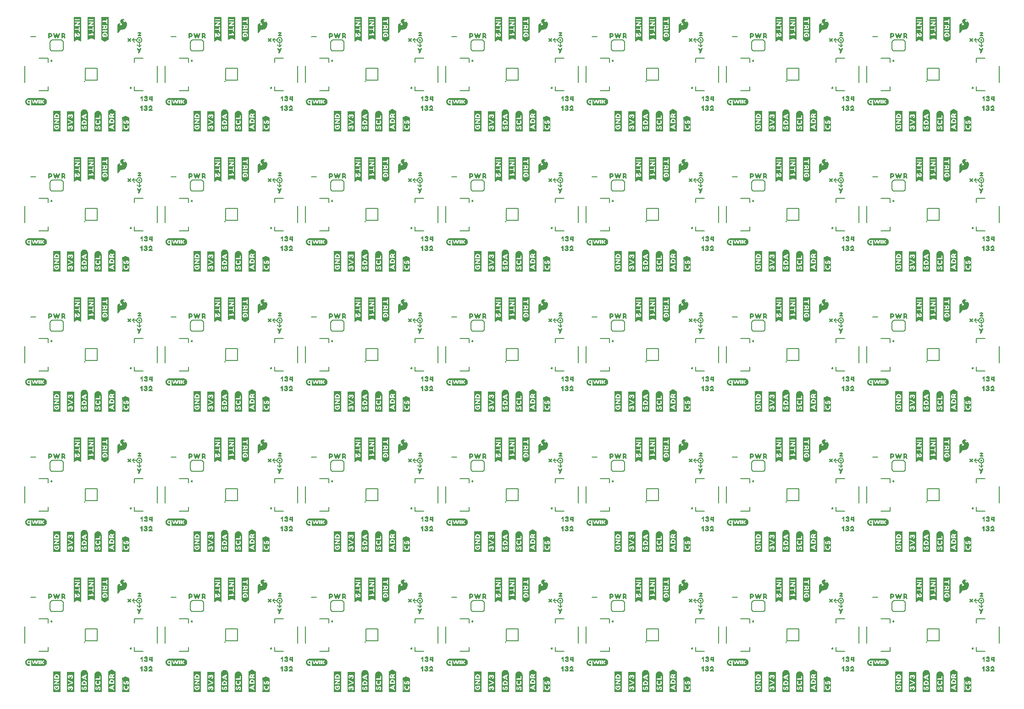
<source format=gto>
G04 EAGLE Gerber RS-274X export*
G75*
%MOMM*%
%FSLAX34Y34*%
%LPD*%
%INSilkscreen Top*%
%IPPOS*%
%AMOC8*
5,1,8,0,0,1.08239X$1,22.5*%
G01*
%ADD10C,0.203200*%
%ADD11C,0.127000*%
%ADD12C,0.100000*%

G36*
X1448011Y1223701D02*
X1448011Y1223701D01*
X1448022Y1223696D01*
X1454122Y1226696D01*
X1454125Y1226703D01*
X1454131Y1226702D01*
X1454631Y1227102D01*
X1454635Y1227117D01*
X1454645Y1227125D01*
X1454639Y1227133D01*
X1454649Y1227140D01*
X1454649Y1268840D01*
X1454630Y1268866D01*
X1454630Y1268879D01*
X1454230Y1269179D01*
X1454208Y1269179D01*
X1454200Y1269189D01*
X1441300Y1269189D01*
X1441274Y1269170D01*
X1441261Y1269170D01*
X1440961Y1268770D01*
X1440961Y1268748D01*
X1440951Y1268740D01*
X1440951Y1227340D01*
X1440962Y1227325D01*
X1440958Y1227315D01*
X1441258Y1226815D01*
X1441276Y1226807D01*
X1441278Y1226796D01*
X1447378Y1223796D01*
X1447389Y1223798D01*
X1447392Y1223791D01*
X1447992Y1223691D01*
X1448011Y1223701D01*
G37*
G36*
X1707091Y1223701D02*
X1707091Y1223701D01*
X1707102Y1223696D01*
X1713202Y1226696D01*
X1713205Y1226703D01*
X1713211Y1226702D01*
X1713711Y1227102D01*
X1713715Y1227117D01*
X1713725Y1227125D01*
X1713719Y1227133D01*
X1713729Y1227140D01*
X1713729Y1268840D01*
X1713710Y1268866D01*
X1713710Y1268879D01*
X1713310Y1269179D01*
X1713288Y1269179D01*
X1713280Y1269189D01*
X1700380Y1269189D01*
X1700354Y1269170D01*
X1700341Y1269170D01*
X1700041Y1268770D01*
X1700041Y1268748D01*
X1700031Y1268740D01*
X1700031Y1227340D01*
X1700042Y1227325D01*
X1700038Y1227315D01*
X1700338Y1226815D01*
X1700356Y1226807D01*
X1700358Y1226796D01*
X1706458Y1223796D01*
X1706469Y1223798D01*
X1706472Y1223791D01*
X1707072Y1223691D01*
X1707091Y1223701D01*
G37*
G36*
X670771Y705541D02*
X670771Y705541D01*
X670782Y705536D01*
X676882Y708536D01*
X676885Y708543D01*
X676891Y708542D01*
X677391Y708942D01*
X677395Y708957D01*
X677405Y708965D01*
X677399Y708973D01*
X677409Y708980D01*
X677409Y750680D01*
X677390Y750706D01*
X677390Y750719D01*
X676990Y751019D01*
X676968Y751019D01*
X676960Y751029D01*
X664060Y751029D01*
X664034Y751010D01*
X664021Y751010D01*
X663721Y750610D01*
X663721Y750588D01*
X663711Y750580D01*
X663711Y709180D01*
X663722Y709165D01*
X663718Y709155D01*
X664018Y708655D01*
X664036Y708647D01*
X664038Y708636D01*
X670138Y705636D01*
X670149Y705638D01*
X670152Y705631D01*
X670752Y705531D01*
X670771Y705541D01*
G37*
G36*
X929851Y1223701D02*
X929851Y1223701D01*
X929862Y1223696D01*
X935962Y1226696D01*
X935965Y1226703D01*
X935971Y1226702D01*
X936471Y1227102D01*
X936475Y1227117D01*
X936485Y1227125D01*
X936479Y1227133D01*
X936489Y1227140D01*
X936489Y1268840D01*
X936470Y1268866D01*
X936470Y1268879D01*
X936070Y1269179D01*
X936048Y1269179D01*
X936040Y1269189D01*
X923140Y1269189D01*
X923114Y1269170D01*
X923101Y1269170D01*
X922801Y1268770D01*
X922801Y1268748D01*
X922791Y1268740D01*
X922791Y1227340D01*
X922802Y1227325D01*
X922798Y1227315D01*
X923098Y1226815D01*
X923116Y1226807D01*
X923118Y1226796D01*
X929218Y1223796D01*
X929229Y1223798D01*
X929232Y1223791D01*
X929832Y1223691D01*
X929851Y1223701D01*
G37*
G36*
X1707091Y705541D02*
X1707091Y705541D01*
X1707102Y705536D01*
X1713202Y708536D01*
X1713205Y708543D01*
X1713211Y708542D01*
X1713711Y708942D01*
X1713715Y708957D01*
X1713725Y708965D01*
X1713719Y708973D01*
X1713729Y708980D01*
X1713729Y750680D01*
X1713710Y750706D01*
X1713710Y750719D01*
X1713310Y751019D01*
X1713288Y751019D01*
X1713280Y751029D01*
X1700380Y751029D01*
X1700354Y751010D01*
X1700341Y751010D01*
X1700041Y750610D01*
X1700041Y750588D01*
X1700031Y750580D01*
X1700031Y709180D01*
X1700042Y709165D01*
X1700038Y709155D01*
X1700338Y708655D01*
X1700356Y708647D01*
X1700358Y708636D01*
X1706458Y705636D01*
X1706469Y705638D01*
X1706472Y705631D01*
X1707072Y705531D01*
X1707091Y705541D01*
G37*
G36*
X152611Y705541D02*
X152611Y705541D01*
X152622Y705536D01*
X158722Y708536D01*
X158725Y708543D01*
X158731Y708542D01*
X159231Y708942D01*
X159235Y708957D01*
X159245Y708965D01*
X159239Y708973D01*
X159249Y708980D01*
X159249Y750680D01*
X159230Y750706D01*
X159230Y750719D01*
X158830Y751019D01*
X158808Y751019D01*
X158800Y751029D01*
X145900Y751029D01*
X145874Y751010D01*
X145861Y751010D01*
X145561Y750610D01*
X145561Y750588D01*
X145551Y750580D01*
X145551Y709180D01*
X145562Y709165D01*
X145558Y709155D01*
X145858Y708655D01*
X145876Y708647D01*
X145878Y708636D01*
X151978Y705636D01*
X151989Y705638D01*
X151992Y705631D01*
X152592Y705531D01*
X152611Y705541D01*
G37*
G36*
X929851Y446461D02*
X929851Y446461D01*
X929862Y446456D01*
X935962Y449456D01*
X935965Y449463D01*
X935971Y449462D01*
X936471Y449862D01*
X936475Y449877D01*
X936485Y449885D01*
X936479Y449893D01*
X936489Y449900D01*
X936489Y491600D01*
X936470Y491626D01*
X936470Y491639D01*
X936070Y491939D01*
X936048Y491939D01*
X936040Y491949D01*
X923140Y491949D01*
X923114Y491930D01*
X923101Y491930D01*
X922801Y491530D01*
X922801Y491508D01*
X922791Y491500D01*
X922791Y450100D01*
X922802Y450085D01*
X922798Y450075D01*
X923098Y449575D01*
X923116Y449567D01*
X923118Y449556D01*
X929218Y446556D01*
X929229Y446558D01*
X929232Y446551D01*
X929832Y446451D01*
X929851Y446461D01*
G37*
G36*
X152611Y446461D02*
X152611Y446461D01*
X152622Y446456D01*
X158722Y449456D01*
X158725Y449463D01*
X158731Y449462D01*
X159231Y449862D01*
X159235Y449877D01*
X159245Y449885D01*
X159239Y449893D01*
X159249Y449900D01*
X159249Y491600D01*
X159230Y491626D01*
X159230Y491639D01*
X158830Y491939D01*
X158808Y491939D01*
X158800Y491949D01*
X145900Y491949D01*
X145874Y491930D01*
X145861Y491930D01*
X145561Y491530D01*
X145561Y491508D01*
X145551Y491500D01*
X145551Y450100D01*
X145562Y450085D01*
X145558Y450075D01*
X145858Y449575D01*
X145876Y449567D01*
X145878Y449556D01*
X151978Y446556D01*
X151989Y446558D01*
X151992Y446551D01*
X152592Y446451D01*
X152611Y446461D01*
G37*
G36*
X411691Y964621D02*
X411691Y964621D01*
X411702Y964616D01*
X417802Y967616D01*
X417805Y967623D01*
X417811Y967622D01*
X418311Y968022D01*
X418315Y968037D01*
X418325Y968045D01*
X418319Y968053D01*
X418329Y968060D01*
X418329Y1009760D01*
X418310Y1009786D01*
X418310Y1009799D01*
X417910Y1010099D01*
X417888Y1010099D01*
X417880Y1010109D01*
X404980Y1010109D01*
X404954Y1010090D01*
X404941Y1010090D01*
X404641Y1009690D01*
X404641Y1009668D01*
X404631Y1009660D01*
X404631Y968260D01*
X404642Y968245D01*
X404638Y968235D01*
X404938Y967735D01*
X404956Y967727D01*
X404958Y967716D01*
X411058Y964716D01*
X411069Y964718D01*
X411072Y964711D01*
X411672Y964611D01*
X411691Y964621D01*
G37*
G36*
X1188931Y964621D02*
X1188931Y964621D01*
X1188942Y964616D01*
X1195042Y967616D01*
X1195045Y967623D01*
X1195051Y967622D01*
X1195551Y968022D01*
X1195555Y968037D01*
X1195565Y968045D01*
X1195559Y968053D01*
X1195569Y968060D01*
X1195569Y1009760D01*
X1195550Y1009786D01*
X1195550Y1009799D01*
X1195150Y1010099D01*
X1195128Y1010099D01*
X1195120Y1010109D01*
X1182220Y1010109D01*
X1182194Y1010090D01*
X1182181Y1010090D01*
X1181881Y1009690D01*
X1181881Y1009668D01*
X1181871Y1009660D01*
X1181871Y968260D01*
X1181882Y968245D01*
X1181878Y968235D01*
X1182178Y967735D01*
X1182196Y967727D01*
X1182198Y967716D01*
X1188298Y964716D01*
X1188309Y964718D01*
X1188312Y964711D01*
X1188912Y964611D01*
X1188931Y964621D01*
G37*
G36*
X670771Y446461D02*
X670771Y446461D01*
X670782Y446456D01*
X676882Y449456D01*
X676885Y449463D01*
X676891Y449462D01*
X677391Y449862D01*
X677395Y449877D01*
X677405Y449885D01*
X677399Y449893D01*
X677409Y449900D01*
X677409Y491600D01*
X677390Y491626D01*
X677390Y491639D01*
X676990Y491939D01*
X676968Y491939D01*
X676960Y491949D01*
X664060Y491949D01*
X664034Y491930D01*
X664021Y491930D01*
X663721Y491530D01*
X663721Y491508D01*
X663711Y491500D01*
X663711Y450100D01*
X663722Y450085D01*
X663718Y450075D01*
X664018Y449575D01*
X664036Y449567D01*
X664038Y449556D01*
X670138Y446556D01*
X670149Y446558D01*
X670152Y446551D01*
X670752Y446451D01*
X670771Y446461D01*
G37*
G36*
X1448011Y187381D02*
X1448011Y187381D01*
X1448022Y187376D01*
X1454122Y190376D01*
X1454125Y190383D01*
X1454131Y190382D01*
X1454631Y190782D01*
X1454635Y190797D01*
X1454645Y190805D01*
X1454639Y190813D01*
X1454649Y190820D01*
X1454649Y232520D01*
X1454630Y232546D01*
X1454630Y232559D01*
X1454230Y232859D01*
X1454208Y232859D01*
X1454200Y232869D01*
X1441300Y232869D01*
X1441274Y232850D01*
X1441261Y232850D01*
X1440961Y232450D01*
X1440961Y232428D01*
X1440951Y232420D01*
X1440951Y191020D01*
X1440962Y191005D01*
X1440958Y190995D01*
X1441258Y190495D01*
X1441276Y190487D01*
X1441278Y190476D01*
X1447378Y187476D01*
X1447389Y187478D01*
X1447392Y187471D01*
X1447992Y187371D01*
X1448011Y187381D01*
G37*
G36*
X1707091Y964621D02*
X1707091Y964621D01*
X1707102Y964616D01*
X1713202Y967616D01*
X1713205Y967623D01*
X1713211Y967622D01*
X1713711Y968022D01*
X1713715Y968037D01*
X1713725Y968045D01*
X1713719Y968053D01*
X1713729Y968060D01*
X1713729Y1009760D01*
X1713710Y1009786D01*
X1713710Y1009799D01*
X1713310Y1010099D01*
X1713288Y1010099D01*
X1713280Y1010109D01*
X1700380Y1010109D01*
X1700354Y1010090D01*
X1700341Y1010090D01*
X1700041Y1009690D01*
X1700041Y1009668D01*
X1700031Y1009660D01*
X1700031Y968260D01*
X1700042Y968245D01*
X1700038Y968235D01*
X1700338Y967735D01*
X1700356Y967727D01*
X1700358Y967716D01*
X1706458Y964716D01*
X1706469Y964718D01*
X1706472Y964711D01*
X1707072Y964611D01*
X1707091Y964621D01*
G37*
G36*
X1188931Y187381D02*
X1188931Y187381D01*
X1188942Y187376D01*
X1195042Y190376D01*
X1195045Y190383D01*
X1195051Y190382D01*
X1195551Y190782D01*
X1195555Y190797D01*
X1195565Y190805D01*
X1195559Y190813D01*
X1195569Y190820D01*
X1195569Y232520D01*
X1195550Y232546D01*
X1195550Y232559D01*
X1195150Y232859D01*
X1195128Y232859D01*
X1195120Y232869D01*
X1182220Y232869D01*
X1182194Y232850D01*
X1182181Y232850D01*
X1181881Y232450D01*
X1181881Y232428D01*
X1181871Y232420D01*
X1181871Y191020D01*
X1181882Y191005D01*
X1181878Y190995D01*
X1182178Y190495D01*
X1182196Y190487D01*
X1182198Y190476D01*
X1188298Y187476D01*
X1188309Y187478D01*
X1188312Y187471D01*
X1188912Y187371D01*
X1188931Y187381D01*
G37*
G36*
X670771Y1223701D02*
X670771Y1223701D01*
X670782Y1223696D01*
X676882Y1226696D01*
X676885Y1226703D01*
X676891Y1226702D01*
X677391Y1227102D01*
X677395Y1227117D01*
X677405Y1227125D01*
X677399Y1227133D01*
X677409Y1227140D01*
X677409Y1268840D01*
X677390Y1268866D01*
X677390Y1268879D01*
X676990Y1269179D01*
X676968Y1269179D01*
X676960Y1269189D01*
X664060Y1269189D01*
X664034Y1269170D01*
X664021Y1269170D01*
X663721Y1268770D01*
X663721Y1268748D01*
X663711Y1268740D01*
X663711Y1227340D01*
X663722Y1227325D01*
X663718Y1227315D01*
X664018Y1226815D01*
X664036Y1226807D01*
X664038Y1226796D01*
X670138Y1223796D01*
X670149Y1223798D01*
X670152Y1223791D01*
X670752Y1223691D01*
X670771Y1223701D01*
G37*
G36*
X152611Y187381D02*
X152611Y187381D01*
X152622Y187376D01*
X158722Y190376D01*
X158725Y190383D01*
X158731Y190382D01*
X159231Y190782D01*
X159235Y190797D01*
X159245Y190805D01*
X159239Y190813D01*
X159249Y190820D01*
X159249Y232520D01*
X159230Y232546D01*
X159230Y232559D01*
X158830Y232859D01*
X158808Y232859D01*
X158800Y232869D01*
X145900Y232869D01*
X145874Y232850D01*
X145861Y232850D01*
X145561Y232450D01*
X145561Y232428D01*
X145551Y232420D01*
X145551Y191020D01*
X145562Y191005D01*
X145558Y190995D01*
X145858Y190495D01*
X145876Y190487D01*
X145878Y190476D01*
X151978Y187476D01*
X151989Y187478D01*
X151992Y187471D01*
X152592Y187371D01*
X152611Y187381D01*
G37*
G36*
X1188931Y1223701D02*
X1188931Y1223701D01*
X1188942Y1223696D01*
X1195042Y1226696D01*
X1195045Y1226703D01*
X1195051Y1226702D01*
X1195551Y1227102D01*
X1195555Y1227117D01*
X1195565Y1227125D01*
X1195559Y1227133D01*
X1195569Y1227140D01*
X1195569Y1268840D01*
X1195550Y1268866D01*
X1195550Y1268879D01*
X1195150Y1269179D01*
X1195128Y1269179D01*
X1195120Y1269189D01*
X1182220Y1269189D01*
X1182194Y1269170D01*
X1182181Y1269170D01*
X1181881Y1268770D01*
X1181881Y1268748D01*
X1181871Y1268740D01*
X1181871Y1227340D01*
X1181882Y1227325D01*
X1181878Y1227315D01*
X1182178Y1226815D01*
X1182196Y1226807D01*
X1182198Y1226796D01*
X1188298Y1223796D01*
X1188309Y1223798D01*
X1188312Y1223791D01*
X1188912Y1223691D01*
X1188931Y1223701D01*
G37*
G36*
X670771Y964621D02*
X670771Y964621D01*
X670782Y964616D01*
X676882Y967616D01*
X676885Y967623D01*
X676891Y967622D01*
X677391Y968022D01*
X677395Y968037D01*
X677405Y968045D01*
X677399Y968053D01*
X677409Y968060D01*
X677409Y1009760D01*
X677390Y1009786D01*
X677390Y1009799D01*
X676990Y1010099D01*
X676968Y1010099D01*
X676960Y1010109D01*
X664060Y1010109D01*
X664034Y1010090D01*
X664021Y1010090D01*
X663721Y1009690D01*
X663721Y1009668D01*
X663711Y1009660D01*
X663711Y968260D01*
X663722Y968245D01*
X663718Y968235D01*
X664018Y967735D01*
X664036Y967727D01*
X664038Y967716D01*
X670138Y964716D01*
X670149Y964718D01*
X670152Y964711D01*
X670752Y964611D01*
X670771Y964621D01*
G37*
G36*
X670771Y187381D02*
X670771Y187381D01*
X670782Y187376D01*
X676882Y190376D01*
X676885Y190383D01*
X676891Y190382D01*
X677391Y190782D01*
X677395Y190797D01*
X677405Y190805D01*
X677399Y190813D01*
X677409Y190820D01*
X677409Y232520D01*
X677390Y232546D01*
X677390Y232559D01*
X676990Y232859D01*
X676968Y232859D01*
X676960Y232869D01*
X664060Y232869D01*
X664034Y232850D01*
X664021Y232850D01*
X663721Y232450D01*
X663721Y232428D01*
X663711Y232420D01*
X663711Y191020D01*
X663722Y191005D01*
X663718Y190995D01*
X664018Y190495D01*
X664036Y190487D01*
X664038Y190476D01*
X670138Y187476D01*
X670149Y187478D01*
X670152Y187471D01*
X670752Y187371D01*
X670771Y187381D01*
G37*
G36*
X152611Y1223701D02*
X152611Y1223701D01*
X152622Y1223696D01*
X158722Y1226696D01*
X158725Y1226703D01*
X158731Y1226702D01*
X159231Y1227102D01*
X159235Y1227117D01*
X159245Y1227125D01*
X159239Y1227133D01*
X159249Y1227140D01*
X159249Y1268840D01*
X159230Y1268866D01*
X159230Y1268879D01*
X158830Y1269179D01*
X158808Y1269179D01*
X158800Y1269189D01*
X145900Y1269189D01*
X145874Y1269170D01*
X145861Y1269170D01*
X145561Y1268770D01*
X145561Y1268748D01*
X145551Y1268740D01*
X145551Y1227340D01*
X145562Y1227325D01*
X145558Y1227315D01*
X145858Y1226815D01*
X145876Y1226807D01*
X145878Y1226796D01*
X151978Y1223796D01*
X151989Y1223798D01*
X151992Y1223791D01*
X152592Y1223691D01*
X152611Y1223701D01*
G37*
G36*
X411691Y1223701D02*
X411691Y1223701D01*
X411702Y1223696D01*
X417802Y1226696D01*
X417805Y1226703D01*
X417811Y1226702D01*
X418311Y1227102D01*
X418315Y1227117D01*
X418325Y1227125D01*
X418319Y1227133D01*
X418329Y1227140D01*
X418329Y1268840D01*
X418310Y1268866D01*
X418310Y1268879D01*
X417910Y1269179D01*
X417888Y1269179D01*
X417880Y1269189D01*
X404980Y1269189D01*
X404954Y1269170D01*
X404941Y1269170D01*
X404641Y1268770D01*
X404641Y1268748D01*
X404631Y1268740D01*
X404631Y1227340D01*
X404642Y1227325D01*
X404638Y1227315D01*
X404938Y1226815D01*
X404956Y1226807D01*
X404958Y1226796D01*
X411058Y1223796D01*
X411069Y1223798D01*
X411072Y1223791D01*
X411672Y1223691D01*
X411691Y1223701D01*
G37*
G36*
X1707091Y187381D02*
X1707091Y187381D01*
X1707102Y187376D01*
X1713202Y190376D01*
X1713205Y190383D01*
X1713211Y190382D01*
X1713711Y190782D01*
X1713715Y190797D01*
X1713725Y190805D01*
X1713719Y190813D01*
X1713729Y190820D01*
X1713729Y232520D01*
X1713710Y232546D01*
X1713710Y232559D01*
X1713310Y232859D01*
X1713288Y232859D01*
X1713280Y232869D01*
X1700380Y232869D01*
X1700354Y232850D01*
X1700341Y232850D01*
X1700041Y232450D01*
X1700041Y232428D01*
X1700031Y232420D01*
X1700031Y191020D01*
X1700042Y191005D01*
X1700038Y190995D01*
X1700338Y190495D01*
X1700356Y190487D01*
X1700358Y190476D01*
X1706458Y187476D01*
X1706469Y187478D01*
X1706472Y187471D01*
X1707072Y187371D01*
X1707091Y187381D01*
G37*
G36*
X1448011Y964621D02*
X1448011Y964621D01*
X1448022Y964616D01*
X1454122Y967616D01*
X1454125Y967623D01*
X1454131Y967622D01*
X1454631Y968022D01*
X1454635Y968037D01*
X1454645Y968045D01*
X1454639Y968053D01*
X1454649Y968060D01*
X1454649Y1009760D01*
X1454630Y1009786D01*
X1454630Y1009799D01*
X1454230Y1010099D01*
X1454208Y1010099D01*
X1454200Y1010109D01*
X1441300Y1010109D01*
X1441274Y1010090D01*
X1441261Y1010090D01*
X1440961Y1009690D01*
X1440961Y1009668D01*
X1440951Y1009660D01*
X1440951Y968260D01*
X1440962Y968245D01*
X1440958Y968235D01*
X1441258Y967735D01*
X1441276Y967727D01*
X1441278Y967716D01*
X1447378Y964716D01*
X1447389Y964718D01*
X1447392Y964711D01*
X1447992Y964611D01*
X1448011Y964621D01*
G37*
G36*
X1448011Y705541D02*
X1448011Y705541D01*
X1448022Y705536D01*
X1454122Y708536D01*
X1454125Y708543D01*
X1454131Y708542D01*
X1454631Y708942D01*
X1454635Y708957D01*
X1454645Y708965D01*
X1454639Y708973D01*
X1454649Y708980D01*
X1454649Y750680D01*
X1454630Y750706D01*
X1454630Y750719D01*
X1454230Y751019D01*
X1454208Y751019D01*
X1454200Y751029D01*
X1441300Y751029D01*
X1441274Y751010D01*
X1441261Y751010D01*
X1440961Y750610D01*
X1440961Y750588D01*
X1440951Y750580D01*
X1440951Y709180D01*
X1440962Y709165D01*
X1440958Y709155D01*
X1441258Y708655D01*
X1441276Y708647D01*
X1441278Y708636D01*
X1447378Y705636D01*
X1447389Y705638D01*
X1447392Y705631D01*
X1447992Y705531D01*
X1448011Y705541D01*
G37*
G36*
X1188931Y446461D02*
X1188931Y446461D01*
X1188942Y446456D01*
X1195042Y449456D01*
X1195045Y449463D01*
X1195051Y449462D01*
X1195551Y449862D01*
X1195555Y449877D01*
X1195565Y449885D01*
X1195559Y449893D01*
X1195569Y449900D01*
X1195569Y491600D01*
X1195550Y491626D01*
X1195550Y491639D01*
X1195150Y491939D01*
X1195128Y491939D01*
X1195120Y491949D01*
X1182220Y491949D01*
X1182194Y491930D01*
X1182181Y491930D01*
X1181881Y491530D01*
X1181881Y491508D01*
X1181871Y491500D01*
X1181871Y450100D01*
X1181882Y450085D01*
X1181878Y450075D01*
X1182178Y449575D01*
X1182196Y449567D01*
X1182198Y449556D01*
X1188298Y446556D01*
X1188309Y446558D01*
X1188312Y446551D01*
X1188912Y446451D01*
X1188931Y446461D01*
G37*
G36*
X411691Y705541D02*
X411691Y705541D01*
X411702Y705536D01*
X417802Y708536D01*
X417805Y708543D01*
X417811Y708542D01*
X418311Y708942D01*
X418315Y708957D01*
X418325Y708965D01*
X418319Y708973D01*
X418329Y708980D01*
X418329Y750680D01*
X418310Y750706D01*
X418310Y750719D01*
X417910Y751019D01*
X417888Y751019D01*
X417880Y751029D01*
X404980Y751029D01*
X404954Y751010D01*
X404941Y751010D01*
X404641Y750610D01*
X404641Y750588D01*
X404631Y750580D01*
X404631Y709180D01*
X404642Y709165D01*
X404638Y709155D01*
X404938Y708655D01*
X404956Y708647D01*
X404958Y708636D01*
X411058Y705636D01*
X411069Y705638D01*
X411072Y705631D01*
X411672Y705531D01*
X411691Y705541D01*
G37*
G36*
X411691Y187381D02*
X411691Y187381D01*
X411702Y187376D01*
X417802Y190376D01*
X417805Y190383D01*
X417811Y190382D01*
X418311Y190782D01*
X418315Y190797D01*
X418325Y190805D01*
X418319Y190813D01*
X418329Y190820D01*
X418329Y232520D01*
X418310Y232546D01*
X418310Y232559D01*
X417910Y232859D01*
X417888Y232859D01*
X417880Y232869D01*
X404980Y232869D01*
X404954Y232850D01*
X404941Y232850D01*
X404641Y232450D01*
X404641Y232428D01*
X404631Y232420D01*
X404631Y191020D01*
X404642Y191005D01*
X404638Y190995D01*
X404938Y190495D01*
X404956Y190487D01*
X404958Y190476D01*
X411058Y187476D01*
X411069Y187478D01*
X411072Y187471D01*
X411672Y187371D01*
X411691Y187381D01*
G37*
G36*
X929851Y964621D02*
X929851Y964621D01*
X929862Y964616D01*
X935962Y967616D01*
X935965Y967623D01*
X935971Y967622D01*
X936471Y968022D01*
X936475Y968037D01*
X936485Y968045D01*
X936479Y968053D01*
X936489Y968060D01*
X936489Y1009760D01*
X936470Y1009786D01*
X936470Y1009799D01*
X936070Y1010099D01*
X936048Y1010099D01*
X936040Y1010109D01*
X923140Y1010109D01*
X923114Y1010090D01*
X923101Y1010090D01*
X922801Y1009690D01*
X922801Y1009668D01*
X922791Y1009660D01*
X922791Y968260D01*
X922802Y968245D01*
X922798Y968235D01*
X923098Y967735D01*
X923116Y967727D01*
X923118Y967716D01*
X929218Y964716D01*
X929229Y964718D01*
X929232Y964711D01*
X929832Y964611D01*
X929851Y964621D01*
G37*
G36*
X1707091Y446461D02*
X1707091Y446461D01*
X1707102Y446456D01*
X1713202Y449456D01*
X1713205Y449463D01*
X1713211Y449462D01*
X1713711Y449862D01*
X1713715Y449877D01*
X1713725Y449885D01*
X1713719Y449893D01*
X1713729Y449900D01*
X1713729Y491600D01*
X1713710Y491626D01*
X1713710Y491639D01*
X1713310Y491939D01*
X1713288Y491939D01*
X1713280Y491949D01*
X1700380Y491949D01*
X1700354Y491930D01*
X1700341Y491930D01*
X1700041Y491530D01*
X1700041Y491508D01*
X1700031Y491500D01*
X1700031Y450100D01*
X1700042Y450085D01*
X1700038Y450075D01*
X1700338Y449575D01*
X1700356Y449567D01*
X1700358Y449556D01*
X1706458Y446556D01*
X1706469Y446558D01*
X1706472Y446551D01*
X1707072Y446451D01*
X1707091Y446461D01*
G37*
G36*
X929851Y187381D02*
X929851Y187381D01*
X929862Y187376D01*
X935962Y190376D01*
X935965Y190383D01*
X935971Y190382D01*
X936471Y190782D01*
X936475Y190797D01*
X936485Y190805D01*
X936479Y190813D01*
X936489Y190820D01*
X936489Y232520D01*
X936470Y232546D01*
X936470Y232559D01*
X936070Y232859D01*
X936048Y232859D01*
X936040Y232869D01*
X923140Y232869D01*
X923114Y232850D01*
X923101Y232850D01*
X922801Y232450D01*
X922801Y232428D01*
X922791Y232420D01*
X922791Y191020D01*
X922802Y191005D01*
X922798Y190995D01*
X923098Y190495D01*
X923116Y190487D01*
X923118Y190476D01*
X929218Y187476D01*
X929229Y187478D01*
X929232Y187471D01*
X929832Y187371D01*
X929851Y187381D01*
G37*
G36*
X1188931Y705541D02*
X1188931Y705541D01*
X1188942Y705536D01*
X1195042Y708536D01*
X1195045Y708543D01*
X1195051Y708542D01*
X1195551Y708942D01*
X1195555Y708957D01*
X1195565Y708965D01*
X1195559Y708973D01*
X1195569Y708980D01*
X1195569Y750680D01*
X1195550Y750706D01*
X1195550Y750719D01*
X1195150Y751019D01*
X1195128Y751019D01*
X1195120Y751029D01*
X1182220Y751029D01*
X1182194Y751010D01*
X1182181Y751010D01*
X1181881Y750610D01*
X1181881Y750588D01*
X1181871Y750580D01*
X1181871Y709180D01*
X1181882Y709165D01*
X1181878Y709155D01*
X1182178Y708655D01*
X1182196Y708647D01*
X1182198Y708636D01*
X1188298Y705636D01*
X1188309Y705638D01*
X1188312Y705631D01*
X1188912Y705531D01*
X1188931Y705541D01*
G37*
G36*
X152611Y964621D02*
X152611Y964621D01*
X152622Y964616D01*
X158722Y967616D01*
X158725Y967623D01*
X158731Y967622D01*
X159231Y968022D01*
X159235Y968037D01*
X159245Y968045D01*
X159239Y968053D01*
X159249Y968060D01*
X159249Y1009760D01*
X159230Y1009786D01*
X159230Y1009799D01*
X158830Y1010099D01*
X158808Y1010099D01*
X158800Y1010109D01*
X145900Y1010109D01*
X145874Y1010090D01*
X145861Y1010090D01*
X145561Y1009690D01*
X145561Y1009668D01*
X145551Y1009660D01*
X145551Y968260D01*
X145562Y968245D01*
X145558Y968235D01*
X145858Y967735D01*
X145876Y967727D01*
X145878Y967716D01*
X151978Y964716D01*
X151989Y964718D01*
X151992Y964711D01*
X152592Y964611D01*
X152611Y964621D01*
G37*
G36*
X1448011Y446461D02*
X1448011Y446461D01*
X1448022Y446456D01*
X1454122Y449456D01*
X1454125Y449463D01*
X1454131Y449462D01*
X1454631Y449862D01*
X1454635Y449877D01*
X1454645Y449885D01*
X1454639Y449893D01*
X1454649Y449900D01*
X1454649Y491600D01*
X1454630Y491626D01*
X1454630Y491639D01*
X1454230Y491939D01*
X1454208Y491939D01*
X1454200Y491949D01*
X1441300Y491949D01*
X1441274Y491930D01*
X1441261Y491930D01*
X1440961Y491530D01*
X1440961Y491508D01*
X1440951Y491500D01*
X1440951Y450100D01*
X1440962Y450085D01*
X1440958Y450075D01*
X1441258Y449575D01*
X1441276Y449567D01*
X1441278Y449556D01*
X1447378Y446556D01*
X1447389Y446558D01*
X1447392Y446551D01*
X1447992Y446451D01*
X1448011Y446461D01*
G37*
G36*
X411691Y446461D02*
X411691Y446461D01*
X411702Y446456D01*
X417802Y449456D01*
X417805Y449463D01*
X417811Y449462D01*
X418311Y449862D01*
X418315Y449877D01*
X418325Y449885D01*
X418319Y449893D01*
X418329Y449900D01*
X418329Y491600D01*
X418310Y491626D01*
X418310Y491639D01*
X417910Y491939D01*
X417888Y491939D01*
X417880Y491949D01*
X404980Y491949D01*
X404954Y491930D01*
X404941Y491930D01*
X404641Y491530D01*
X404641Y491508D01*
X404631Y491500D01*
X404631Y450100D01*
X404642Y450085D01*
X404638Y450075D01*
X404938Y449575D01*
X404956Y449567D01*
X404958Y449556D01*
X411058Y446556D01*
X411069Y446558D01*
X411072Y446551D01*
X411672Y446451D01*
X411691Y446461D01*
G37*
G36*
X929851Y705541D02*
X929851Y705541D01*
X929862Y705536D01*
X935962Y708536D01*
X935965Y708543D01*
X935971Y708542D01*
X936471Y708942D01*
X936475Y708957D01*
X936485Y708965D01*
X936479Y708973D01*
X936489Y708980D01*
X936489Y750680D01*
X936470Y750706D01*
X936470Y750719D01*
X936070Y751019D01*
X936048Y751019D01*
X936040Y751029D01*
X923140Y751029D01*
X923114Y751010D01*
X923101Y751010D01*
X922801Y750610D01*
X922801Y750588D01*
X922791Y750580D01*
X922791Y709180D01*
X922802Y709165D01*
X922798Y709155D01*
X923098Y708655D01*
X923116Y708647D01*
X923118Y708636D01*
X929218Y705636D01*
X929229Y705638D01*
X929232Y705631D01*
X929832Y705531D01*
X929851Y705541D01*
G37*
G36*
X1403790Y1223795D02*
X1403790Y1223795D01*
X1403841Y1223812D01*
X1403835Y1223829D01*
X1403849Y1223840D01*
X1403849Y1268740D01*
X1403836Y1268758D01*
X1403839Y1268770D01*
X1403539Y1269170D01*
X1403508Y1269179D01*
X1403500Y1269189D01*
X1390600Y1269189D01*
X1390582Y1269176D01*
X1390570Y1269179D01*
X1390170Y1268879D01*
X1390162Y1268848D01*
X1390151Y1268840D01*
X1390151Y1224140D01*
X1390172Y1224112D01*
X1390173Y1224099D01*
X1390473Y1223899D01*
X1390511Y1223901D01*
X1390522Y1223896D01*
X1396519Y1226894D01*
X1397096Y1227087D01*
X1403178Y1223996D01*
X1403183Y1223997D01*
X1403184Y1223993D01*
X1403784Y1223793D01*
X1403786Y1223794D01*
X1403787Y1223793D01*
X1403790Y1223795D01*
G37*
G36*
X367470Y1223795D02*
X367470Y1223795D01*
X367521Y1223812D01*
X367515Y1223829D01*
X367529Y1223840D01*
X367529Y1268740D01*
X367516Y1268758D01*
X367519Y1268770D01*
X367219Y1269170D01*
X367188Y1269179D01*
X367180Y1269189D01*
X354280Y1269189D01*
X354262Y1269176D01*
X354250Y1269179D01*
X353850Y1268879D01*
X353842Y1268848D01*
X353831Y1268840D01*
X353831Y1224140D01*
X353852Y1224112D01*
X353853Y1224099D01*
X354153Y1223899D01*
X354191Y1223901D01*
X354202Y1223896D01*
X360199Y1226894D01*
X360776Y1227087D01*
X366858Y1223996D01*
X366863Y1223997D01*
X366864Y1223993D01*
X367464Y1223793D01*
X367466Y1223794D01*
X367467Y1223793D01*
X367470Y1223795D01*
G37*
G36*
X1662870Y1223795D02*
X1662870Y1223795D01*
X1662921Y1223812D01*
X1662915Y1223829D01*
X1662929Y1223840D01*
X1662929Y1268740D01*
X1662916Y1268758D01*
X1662919Y1268770D01*
X1662619Y1269170D01*
X1662588Y1269179D01*
X1662580Y1269189D01*
X1649680Y1269189D01*
X1649662Y1269176D01*
X1649650Y1269179D01*
X1649250Y1268879D01*
X1649242Y1268848D01*
X1649231Y1268840D01*
X1649231Y1224140D01*
X1649252Y1224112D01*
X1649253Y1224099D01*
X1649553Y1223899D01*
X1649591Y1223901D01*
X1649602Y1223896D01*
X1655599Y1226894D01*
X1656176Y1227087D01*
X1662258Y1223996D01*
X1662263Y1223997D01*
X1662264Y1223993D01*
X1662864Y1223793D01*
X1662866Y1223794D01*
X1662867Y1223793D01*
X1662870Y1223795D01*
G37*
G36*
X885630Y1223795D02*
X885630Y1223795D01*
X885681Y1223812D01*
X885675Y1223829D01*
X885689Y1223840D01*
X885689Y1268740D01*
X885676Y1268758D01*
X885679Y1268770D01*
X885379Y1269170D01*
X885348Y1269179D01*
X885340Y1269189D01*
X872440Y1269189D01*
X872422Y1269176D01*
X872410Y1269179D01*
X872010Y1268879D01*
X872002Y1268848D01*
X871991Y1268840D01*
X871991Y1224140D01*
X872012Y1224112D01*
X872013Y1224099D01*
X872313Y1223899D01*
X872351Y1223901D01*
X872362Y1223896D01*
X878359Y1226894D01*
X878936Y1227087D01*
X885018Y1223996D01*
X885023Y1223997D01*
X885024Y1223993D01*
X885624Y1223793D01*
X885626Y1223794D01*
X885627Y1223793D01*
X885630Y1223795D01*
G37*
G36*
X626550Y1223795D02*
X626550Y1223795D01*
X626601Y1223812D01*
X626595Y1223829D01*
X626609Y1223840D01*
X626609Y1268740D01*
X626596Y1268758D01*
X626599Y1268770D01*
X626299Y1269170D01*
X626268Y1269179D01*
X626260Y1269189D01*
X613360Y1269189D01*
X613342Y1269176D01*
X613330Y1269179D01*
X612930Y1268879D01*
X612922Y1268848D01*
X612911Y1268840D01*
X612911Y1224140D01*
X612932Y1224112D01*
X612933Y1224099D01*
X613233Y1223899D01*
X613271Y1223901D01*
X613282Y1223896D01*
X619279Y1226894D01*
X619856Y1227087D01*
X625938Y1223996D01*
X625943Y1223997D01*
X625944Y1223993D01*
X626544Y1223793D01*
X626546Y1223794D01*
X626547Y1223793D01*
X626550Y1223795D01*
G37*
G36*
X108390Y1223795D02*
X108390Y1223795D01*
X108441Y1223812D01*
X108435Y1223829D01*
X108449Y1223840D01*
X108449Y1268740D01*
X108436Y1268758D01*
X108439Y1268770D01*
X108139Y1269170D01*
X108108Y1269179D01*
X108100Y1269189D01*
X95200Y1269189D01*
X95182Y1269176D01*
X95170Y1269179D01*
X94770Y1268879D01*
X94762Y1268848D01*
X94751Y1268840D01*
X94751Y1224140D01*
X94772Y1224112D01*
X94773Y1224099D01*
X95073Y1223899D01*
X95111Y1223901D01*
X95122Y1223896D01*
X101119Y1226894D01*
X101696Y1227087D01*
X107778Y1223996D01*
X107783Y1223997D01*
X107784Y1223993D01*
X108384Y1223793D01*
X108386Y1223794D01*
X108387Y1223793D01*
X108390Y1223795D01*
G37*
G36*
X1662870Y705635D02*
X1662870Y705635D01*
X1662921Y705652D01*
X1662915Y705669D01*
X1662929Y705680D01*
X1662929Y750580D01*
X1662916Y750598D01*
X1662919Y750610D01*
X1662619Y751010D01*
X1662588Y751019D01*
X1662580Y751029D01*
X1649680Y751029D01*
X1649662Y751016D01*
X1649650Y751019D01*
X1649250Y750719D01*
X1649242Y750688D01*
X1649231Y750680D01*
X1649231Y705980D01*
X1649252Y705952D01*
X1649253Y705939D01*
X1649553Y705739D01*
X1649591Y705741D01*
X1649602Y705736D01*
X1655599Y708734D01*
X1656176Y708927D01*
X1662258Y705836D01*
X1662263Y705837D01*
X1662264Y705833D01*
X1662864Y705633D01*
X1662866Y705634D01*
X1662867Y705633D01*
X1662870Y705635D01*
G37*
G36*
X367470Y705635D02*
X367470Y705635D01*
X367521Y705652D01*
X367515Y705669D01*
X367529Y705680D01*
X367529Y750580D01*
X367516Y750598D01*
X367519Y750610D01*
X367219Y751010D01*
X367188Y751019D01*
X367180Y751029D01*
X354280Y751029D01*
X354262Y751016D01*
X354250Y751019D01*
X353850Y750719D01*
X353842Y750688D01*
X353831Y750680D01*
X353831Y705980D01*
X353852Y705952D01*
X353853Y705939D01*
X354153Y705739D01*
X354191Y705741D01*
X354202Y705736D01*
X360199Y708734D01*
X360776Y708927D01*
X366858Y705836D01*
X366863Y705837D01*
X366864Y705833D01*
X367464Y705633D01*
X367466Y705634D01*
X367467Y705633D01*
X367470Y705635D01*
G37*
G36*
X626550Y705635D02*
X626550Y705635D01*
X626601Y705652D01*
X626595Y705669D01*
X626609Y705680D01*
X626609Y750580D01*
X626596Y750598D01*
X626599Y750610D01*
X626299Y751010D01*
X626268Y751019D01*
X626260Y751029D01*
X613360Y751029D01*
X613342Y751016D01*
X613330Y751019D01*
X612930Y750719D01*
X612922Y750688D01*
X612911Y750680D01*
X612911Y705980D01*
X612932Y705952D01*
X612933Y705939D01*
X613233Y705739D01*
X613271Y705741D01*
X613282Y705736D01*
X619279Y708734D01*
X619856Y708927D01*
X625938Y705836D01*
X625943Y705837D01*
X625944Y705833D01*
X626544Y705633D01*
X626546Y705634D01*
X626547Y705633D01*
X626550Y705635D01*
G37*
G36*
X1144710Y705635D02*
X1144710Y705635D01*
X1144761Y705652D01*
X1144755Y705669D01*
X1144769Y705680D01*
X1144769Y750580D01*
X1144756Y750598D01*
X1144759Y750610D01*
X1144459Y751010D01*
X1144428Y751019D01*
X1144420Y751029D01*
X1131520Y751029D01*
X1131502Y751016D01*
X1131490Y751019D01*
X1131090Y750719D01*
X1131082Y750688D01*
X1131071Y750680D01*
X1131071Y705980D01*
X1131092Y705952D01*
X1131093Y705939D01*
X1131393Y705739D01*
X1131431Y705741D01*
X1131442Y705736D01*
X1137439Y708734D01*
X1138016Y708927D01*
X1144098Y705836D01*
X1144103Y705837D01*
X1144104Y705833D01*
X1144704Y705633D01*
X1144706Y705634D01*
X1144707Y705633D01*
X1144710Y705635D01*
G37*
G36*
X1662870Y964715D02*
X1662870Y964715D01*
X1662921Y964732D01*
X1662915Y964749D01*
X1662929Y964760D01*
X1662929Y1009660D01*
X1662916Y1009678D01*
X1662919Y1009690D01*
X1662619Y1010090D01*
X1662588Y1010099D01*
X1662580Y1010109D01*
X1649680Y1010109D01*
X1649662Y1010096D01*
X1649650Y1010099D01*
X1649250Y1009799D01*
X1649242Y1009768D01*
X1649231Y1009760D01*
X1649231Y965060D01*
X1649252Y965032D01*
X1649253Y965019D01*
X1649553Y964819D01*
X1649591Y964821D01*
X1649602Y964816D01*
X1655599Y967814D01*
X1656176Y968007D01*
X1662258Y964916D01*
X1662263Y964917D01*
X1662264Y964913D01*
X1662864Y964713D01*
X1662866Y964714D01*
X1662867Y964713D01*
X1662870Y964715D01*
G37*
G36*
X1144710Y964715D02*
X1144710Y964715D01*
X1144761Y964732D01*
X1144755Y964749D01*
X1144769Y964760D01*
X1144769Y1009660D01*
X1144756Y1009678D01*
X1144759Y1009690D01*
X1144459Y1010090D01*
X1144428Y1010099D01*
X1144420Y1010109D01*
X1131520Y1010109D01*
X1131502Y1010096D01*
X1131490Y1010099D01*
X1131090Y1009799D01*
X1131082Y1009768D01*
X1131071Y1009760D01*
X1131071Y965060D01*
X1131092Y965032D01*
X1131093Y965019D01*
X1131393Y964819D01*
X1131431Y964821D01*
X1131442Y964816D01*
X1137439Y967814D01*
X1138016Y968007D01*
X1144098Y964916D01*
X1144103Y964917D01*
X1144104Y964913D01*
X1144704Y964713D01*
X1144706Y964714D01*
X1144707Y964713D01*
X1144710Y964715D01*
G37*
G36*
X626550Y446555D02*
X626550Y446555D01*
X626601Y446572D01*
X626595Y446589D01*
X626609Y446600D01*
X626609Y491500D01*
X626596Y491518D01*
X626599Y491530D01*
X626299Y491930D01*
X626268Y491939D01*
X626260Y491949D01*
X613360Y491949D01*
X613342Y491936D01*
X613330Y491939D01*
X612930Y491639D01*
X612922Y491608D01*
X612911Y491600D01*
X612911Y446900D01*
X612932Y446872D01*
X612933Y446859D01*
X613233Y446659D01*
X613271Y446661D01*
X613282Y446656D01*
X619279Y449654D01*
X619856Y449847D01*
X625938Y446756D01*
X625943Y446757D01*
X625944Y446753D01*
X626544Y446553D01*
X626546Y446554D01*
X626547Y446553D01*
X626550Y446555D01*
G37*
G36*
X885630Y446555D02*
X885630Y446555D01*
X885681Y446572D01*
X885675Y446589D01*
X885689Y446600D01*
X885689Y491500D01*
X885676Y491518D01*
X885679Y491530D01*
X885379Y491930D01*
X885348Y491939D01*
X885340Y491949D01*
X872440Y491949D01*
X872422Y491936D01*
X872410Y491939D01*
X872010Y491639D01*
X872002Y491608D01*
X871991Y491600D01*
X871991Y446900D01*
X872012Y446872D01*
X872013Y446859D01*
X872313Y446659D01*
X872351Y446661D01*
X872362Y446656D01*
X878359Y449654D01*
X878936Y449847D01*
X885018Y446756D01*
X885023Y446757D01*
X885024Y446753D01*
X885624Y446553D01*
X885626Y446554D01*
X885627Y446553D01*
X885630Y446555D01*
G37*
G36*
X1403790Y705635D02*
X1403790Y705635D01*
X1403841Y705652D01*
X1403835Y705669D01*
X1403849Y705680D01*
X1403849Y750580D01*
X1403836Y750598D01*
X1403839Y750610D01*
X1403539Y751010D01*
X1403508Y751019D01*
X1403500Y751029D01*
X1390600Y751029D01*
X1390582Y751016D01*
X1390570Y751019D01*
X1390170Y750719D01*
X1390162Y750688D01*
X1390151Y750680D01*
X1390151Y705980D01*
X1390172Y705952D01*
X1390173Y705939D01*
X1390473Y705739D01*
X1390511Y705741D01*
X1390522Y705736D01*
X1396519Y708734D01*
X1397096Y708927D01*
X1403178Y705836D01*
X1403183Y705837D01*
X1403184Y705833D01*
X1403784Y705633D01*
X1403786Y705634D01*
X1403787Y705633D01*
X1403790Y705635D01*
G37*
G36*
X1144710Y446555D02*
X1144710Y446555D01*
X1144761Y446572D01*
X1144755Y446589D01*
X1144769Y446600D01*
X1144769Y491500D01*
X1144756Y491518D01*
X1144759Y491530D01*
X1144459Y491930D01*
X1144428Y491939D01*
X1144420Y491949D01*
X1131520Y491949D01*
X1131502Y491936D01*
X1131490Y491939D01*
X1131090Y491639D01*
X1131082Y491608D01*
X1131071Y491600D01*
X1131071Y446900D01*
X1131092Y446872D01*
X1131093Y446859D01*
X1131393Y446659D01*
X1131431Y446661D01*
X1131442Y446656D01*
X1137439Y449654D01*
X1138016Y449847D01*
X1144098Y446756D01*
X1144103Y446757D01*
X1144104Y446753D01*
X1144704Y446553D01*
X1144706Y446554D01*
X1144707Y446553D01*
X1144710Y446555D01*
G37*
G36*
X1403790Y446555D02*
X1403790Y446555D01*
X1403841Y446572D01*
X1403835Y446589D01*
X1403849Y446600D01*
X1403849Y491500D01*
X1403836Y491518D01*
X1403839Y491530D01*
X1403539Y491930D01*
X1403508Y491939D01*
X1403500Y491949D01*
X1390600Y491949D01*
X1390582Y491936D01*
X1390570Y491939D01*
X1390170Y491639D01*
X1390162Y491608D01*
X1390151Y491600D01*
X1390151Y446900D01*
X1390172Y446872D01*
X1390173Y446859D01*
X1390473Y446659D01*
X1390511Y446661D01*
X1390522Y446656D01*
X1396519Y449654D01*
X1397096Y449847D01*
X1403178Y446756D01*
X1403183Y446757D01*
X1403184Y446753D01*
X1403784Y446553D01*
X1403786Y446554D01*
X1403787Y446553D01*
X1403790Y446555D01*
G37*
G36*
X1144710Y1223795D02*
X1144710Y1223795D01*
X1144761Y1223812D01*
X1144755Y1223829D01*
X1144769Y1223840D01*
X1144769Y1268740D01*
X1144756Y1268758D01*
X1144759Y1268770D01*
X1144459Y1269170D01*
X1144428Y1269179D01*
X1144420Y1269189D01*
X1131520Y1269189D01*
X1131502Y1269176D01*
X1131490Y1269179D01*
X1131090Y1268879D01*
X1131082Y1268848D01*
X1131071Y1268840D01*
X1131071Y1224140D01*
X1131092Y1224112D01*
X1131093Y1224099D01*
X1131393Y1223899D01*
X1131431Y1223901D01*
X1131442Y1223896D01*
X1137439Y1226894D01*
X1138016Y1227087D01*
X1144098Y1223996D01*
X1144103Y1223997D01*
X1144104Y1223993D01*
X1144704Y1223793D01*
X1144706Y1223794D01*
X1144707Y1223793D01*
X1144710Y1223795D01*
G37*
G36*
X626550Y964715D02*
X626550Y964715D01*
X626601Y964732D01*
X626595Y964749D01*
X626609Y964760D01*
X626609Y1009660D01*
X626596Y1009678D01*
X626599Y1009690D01*
X626299Y1010090D01*
X626268Y1010099D01*
X626260Y1010109D01*
X613360Y1010109D01*
X613342Y1010096D01*
X613330Y1010099D01*
X612930Y1009799D01*
X612922Y1009768D01*
X612911Y1009760D01*
X612911Y965060D01*
X612932Y965032D01*
X612933Y965019D01*
X613233Y964819D01*
X613271Y964821D01*
X613282Y964816D01*
X619279Y967814D01*
X619856Y968007D01*
X625938Y964916D01*
X625943Y964917D01*
X625944Y964913D01*
X626544Y964713D01*
X626546Y964714D01*
X626547Y964713D01*
X626550Y964715D01*
G37*
G36*
X108390Y964715D02*
X108390Y964715D01*
X108441Y964732D01*
X108435Y964749D01*
X108449Y964760D01*
X108449Y1009660D01*
X108436Y1009678D01*
X108439Y1009690D01*
X108139Y1010090D01*
X108108Y1010099D01*
X108100Y1010109D01*
X95200Y1010109D01*
X95182Y1010096D01*
X95170Y1010099D01*
X94770Y1009799D01*
X94762Y1009768D01*
X94751Y1009760D01*
X94751Y965060D01*
X94772Y965032D01*
X94773Y965019D01*
X95073Y964819D01*
X95111Y964821D01*
X95122Y964816D01*
X101119Y967814D01*
X101696Y968007D01*
X107778Y964916D01*
X107783Y964917D01*
X107784Y964913D01*
X108384Y964713D01*
X108386Y964714D01*
X108387Y964713D01*
X108390Y964715D01*
G37*
G36*
X885630Y964715D02*
X885630Y964715D01*
X885681Y964732D01*
X885675Y964749D01*
X885689Y964760D01*
X885689Y1009660D01*
X885676Y1009678D01*
X885679Y1009690D01*
X885379Y1010090D01*
X885348Y1010099D01*
X885340Y1010109D01*
X872440Y1010109D01*
X872422Y1010096D01*
X872410Y1010099D01*
X872010Y1009799D01*
X872002Y1009768D01*
X871991Y1009760D01*
X871991Y965060D01*
X872012Y965032D01*
X872013Y965019D01*
X872313Y964819D01*
X872351Y964821D01*
X872362Y964816D01*
X878359Y967814D01*
X878936Y968007D01*
X885018Y964916D01*
X885023Y964917D01*
X885024Y964913D01*
X885624Y964713D01*
X885626Y964714D01*
X885627Y964713D01*
X885630Y964715D01*
G37*
G36*
X1662870Y187475D02*
X1662870Y187475D01*
X1662921Y187492D01*
X1662915Y187509D01*
X1662929Y187520D01*
X1662929Y232420D01*
X1662916Y232438D01*
X1662919Y232450D01*
X1662619Y232850D01*
X1662588Y232859D01*
X1662580Y232869D01*
X1649680Y232869D01*
X1649662Y232856D01*
X1649650Y232859D01*
X1649250Y232559D01*
X1649242Y232528D01*
X1649231Y232520D01*
X1649231Y187820D01*
X1649252Y187792D01*
X1649253Y187779D01*
X1649553Y187579D01*
X1649591Y187581D01*
X1649602Y187576D01*
X1655599Y190574D01*
X1656176Y190767D01*
X1662258Y187676D01*
X1662263Y187677D01*
X1662264Y187673D01*
X1662864Y187473D01*
X1662866Y187474D01*
X1662867Y187473D01*
X1662870Y187475D01*
G37*
G36*
X885630Y705635D02*
X885630Y705635D01*
X885681Y705652D01*
X885675Y705669D01*
X885689Y705680D01*
X885689Y750580D01*
X885676Y750598D01*
X885679Y750610D01*
X885379Y751010D01*
X885348Y751019D01*
X885340Y751029D01*
X872440Y751029D01*
X872422Y751016D01*
X872410Y751019D01*
X872010Y750719D01*
X872002Y750688D01*
X871991Y750680D01*
X871991Y705980D01*
X872012Y705952D01*
X872013Y705939D01*
X872313Y705739D01*
X872351Y705741D01*
X872362Y705736D01*
X878359Y708734D01*
X878936Y708927D01*
X885018Y705836D01*
X885023Y705837D01*
X885024Y705833D01*
X885624Y705633D01*
X885626Y705634D01*
X885627Y705633D01*
X885630Y705635D01*
G37*
G36*
X367470Y187475D02*
X367470Y187475D01*
X367521Y187492D01*
X367515Y187509D01*
X367529Y187520D01*
X367529Y232420D01*
X367516Y232438D01*
X367519Y232450D01*
X367219Y232850D01*
X367188Y232859D01*
X367180Y232869D01*
X354280Y232869D01*
X354262Y232856D01*
X354250Y232859D01*
X353850Y232559D01*
X353842Y232528D01*
X353831Y232520D01*
X353831Y187820D01*
X353852Y187792D01*
X353853Y187779D01*
X354153Y187579D01*
X354191Y187581D01*
X354202Y187576D01*
X360199Y190574D01*
X360776Y190767D01*
X366858Y187676D01*
X366863Y187677D01*
X366864Y187673D01*
X367464Y187473D01*
X367466Y187474D01*
X367467Y187473D01*
X367470Y187475D01*
G37*
G36*
X626550Y187475D02*
X626550Y187475D01*
X626601Y187492D01*
X626595Y187509D01*
X626609Y187520D01*
X626609Y232420D01*
X626596Y232438D01*
X626599Y232450D01*
X626299Y232850D01*
X626268Y232859D01*
X626260Y232869D01*
X613360Y232869D01*
X613342Y232856D01*
X613330Y232859D01*
X612930Y232559D01*
X612922Y232528D01*
X612911Y232520D01*
X612911Y187820D01*
X612932Y187792D01*
X612933Y187779D01*
X613233Y187579D01*
X613271Y187581D01*
X613282Y187576D01*
X619279Y190574D01*
X619856Y190767D01*
X625938Y187676D01*
X625943Y187677D01*
X625944Y187673D01*
X626544Y187473D01*
X626546Y187474D01*
X626547Y187473D01*
X626550Y187475D01*
G37*
G36*
X1403790Y187475D02*
X1403790Y187475D01*
X1403841Y187492D01*
X1403835Y187509D01*
X1403849Y187520D01*
X1403849Y232420D01*
X1403836Y232438D01*
X1403839Y232450D01*
X1403539Y232850D01*
X1403508Y232859D01*
X1403500Y232869D01*
X1390600Y232869D01*
X1390582Y232856D01*
X1390570Y232859D01*
X1390170Y232559D01*
X1390162Y232528D01*
X1390151Y232520D01*
X1390151Y187820D01*
X1390172Y187792D01*
X1390173Y187779D01*
X1390473Y187579D01*
X1390511Y187581D01*
X1390522Y187576D01*
X1396519Y190574D01*
X1397096Y190767D01*
X1403178Y187676D01*
X1403183Y187677D01*
X1403184Y187673D01*
X1403784Y187473D01*
X1403786Y187474D01*
X1403787Y187473D01*
X1403790Y187475D01*
G37*
G36*
X1144710Y187475D02*
X1144710Y187475D01*
X1144761Y187492D01*
X1144755Y187509D01*
X1144769Y187520D01*
X1144769Y232420D01*
X1144756Y232438D01*
X1144759Y232450D01*
X1144459Y232850D01*
X1144428Y232859D01*
X1144420Y232869D01*
X1131520Y232869D01*
X1131502Y232856D01*
X1131490Y232859D01*
X1131090Y232559D01*
X1131082Y232528D01*
X1131071Y232520D01*
X1131071Y187820D01*
X1131092Y187792D01*
X1131093Y187779D01*
X1131393Y187579D01*
X1131431Y187581D01*
X1131442Y187576D01*
X1137439Y190574D01*
X1138016Y190767D01*
X1144098Y187676D01*
X1144103Y187677D01*
X1144104Y187673D01*
X1144704Y187473D01*
X1144706Y187474D01*
X1144707Y187473D01*
X1144710Y187475D01*
G37*
G36*
X1403790Y964715D02*
X1403790Y964715D01*
X1403841Y964732D01*
X1403835Y964749D01*
X1403849Y964760D01*
X1403849Y1009660D01*
X1403836Y1009678D01*
X1403839Y1009690D01*
X1403539Y1010090D01*
X1403508Y1010099D01*
X1403500Y1010109D01*
X1390600Y1010109D01*
X1390582Y1010096D01*
X1390570Y1010099D01*
X1390170Y1009799D01*
X1390162Y1009768D01*
X1390151Y1009760D01*
X1390151Y965060D01*
X1390172Y965032D01*
X1390173Y965019D01*
X1390473Y964819D01*
X1390511Y964821D01*
X1390522Y964816D01*
X1396519Y967814D01*
X1397096Y968007D01*
X1403178Y964916D01*
X1403183Y964917D01*
X1403184Y964913D01*
X1403784Y964713D01*
X1403786Y964714D01*
X1403787Y964713D01*
X1403790Y964715D01*
G37*
G36*
X885630Y187475D02*
X885630Y187475D01*
X885681Y187492D01*
X885675Y187509D01*
X885689Y187520D01*
X885689Y232420D01*
X885676Y232438D01*
X885679Y232450D01*
X885379Y232850D01*
X885348Y232859D01*
X885340Y232869D01*
X872440Y232869D01*
X872422Y232856D01*
X872410Y232859D01*
X872010Y232559D01*
X872002Y232528D01*
X871991Y232520D01*
X871991Y187820D01*
X872012Y187792D01*
X872013Y187779D01*
X872313Y187579D01*
X872351Y187581D01*
X872362Y187576D01*
X878359Y190574D01*
X878936Y190767D01*
X885018Y187676D01*
X885023Y187677D01*
X885024Y187673D01*
X885624Y187473D01*
X885626Y187474D01*
X885627Y187473D01*
X885630Y187475D01*
G37*
G36*
X108390Y187475D02*
X108390Y187475D01*
X108441Y187492D01*
X108435Y187509D01*
X108449Y187520D01*
X108449Y232420D01*
X108436Y232438D01*
X108439Y232450D01*
X108139Y232850D01*
X108108Y232859D01*
X108100Y232869D01*
X95200Y232869D01*
X95182Y232856D01*
X95170Y232859D01*
X94770Y232559D01*
X94762Y232528D01*
X94751Y232520D01*
X94751Y187820D01*
X94772Y187792D01*
X94773Y187779D01*
X95073Y187579D01*
X95111Y187581D01*
X95122Y187576D01*
X101119Y190574D01*
X101696Y190767D01*
X107778Y187676D01*
X107783Y187677D01*
X107784Y187673D01*
X108384Y187473D01*
X108386Y187474D01*
X108387Y187473D01*
X108390Y187475D01*
G37*
G36*
X1662870Y446555D02*
X1662870Y446555D01*
X1662921Y446572D01*
X1662915Y446589D01*
X1662929Y446600D01*
X1662929Y491500D01*
X1662916Y491518D01*
X1662919Y491530D01*
X1662619Y491930D01*
X1662588Y491939D01*
X1662580Y491949D01*
X1649680Y491949D01*
X1649662Y491936D01*
X1649650Y491939D01*
X1649250Y491639D01*
X1649242Y491608D01*
X1649231Y491600D01*
X1649231Y446900D01*
X1649252Y446872D01*
X1649253Y446859D01*
X1649553Y446659D01*
X1649591Y446661D01*
X1649602Y446656D01*
X1655599Y449654D01*
X1656176Y449847D01*
X1662258Y446756D01*
X1662263Y446757D01*
X1662264Y446753D01*
X1662864Y446553D01*
X1662866Y446554D01*
X1662867Y446553D01*
X1662870Y446555D01*
G37*
G36*
X108390Y446555D02*
X108390Y446555D01*
X108441Y446572D01*
X108435Y446589D01*
X108449Y446600D01*
X108449Y491500D01*
X108436Y491518D01*
X108439Y491530D01*
X108139Y491930D01*
X108108Y491939D01*
X108100Y491949D01*
X95200Y491949D01*
X95182Y491936D01*
X95170Y491939D01*
X94770Y491639D01*
X94762Y491608D01*
X94751Y491600D01*
X94751Y446900D01*
X94772Y446872D01*
X94773Y446859D01*
X95073Y446659D01*
X95111Y446661D01*
X95122Y446656D01*
X101119Y449654D01*
X101696Y449847D01*
X107778Y446756D01*
X107783Y446757D01*
X107784Y446753D01*
X108384Y446553D01*
X108386Y446554D01*
X108387Y446553D01*
X108390Y446555D01*
G37*
G36*
X108390Y705635D02*
X108390Y705635D01*
X108441Y705652D01*
X108435Y705669D01*
X108449Y705680D01*
X108449Y750580D01*
X108436Y750598D01*
X108439Y750610D01*
X108139Y751010D01*
X108108Y751019D01*
X108100Y751029D01*
X95200Y751029D01*
X95182Y751016D01*
X95170Y751019D01*
X94770Y750719D01*
X94762Y750688D01*
X94751Y750680D01*
X94751Y705980D01*
X94772Y705952D01*
X94773Y705939D01*
X95073Y705739D01*
X95111Y705741D01*
X95122Y705736D01*
X101119Y708734D01*
X101696Y708927D01*
X107778Y705836D01*
X107783Y705837D01*
X107784Y705833D01*
X108384Y705633D01*
X108386Y705634D01*
X108387Y705633D01*
X108390Y705635D01*
G37*
G36*
X367470Y964715D02*
X367470Y964715D01*
X367521Y964732D01*
X367515Y964749D01*
X367529Y964760D01*
X367529Y1009660D01*
X367516Y1009678D01*
X367519Y1009690D01*
X367219Y1010090D01*
X367188Y1010099D01*
X367180Y1010109D01*
X354280Y1010109D01*
X354262Y1010096D01*
X354250Y1010099D01*
X353850Y1009799D01*
X353842Y1009768D01*
X353831Y1009760D01*
X353831Y965060D01*
X353852Y965032D01*
X353853Y965019D01*
X354153Y964819D01*
X354191Y964821D01*
X354202Y964816D01*
X360199Y967814D01*
X360776Y968007D01*
X366858Y964916D01*
X366863Y964917D01*
X366864Y964913D01*
X367464Y964713D01*
X367466Y964714D01*
X367467Y964713D01*
X367470Y964715D01*
G37*
G36*
X367470Y446555D02*
X367470Y446555D01*
X367521Y446572D01*
X367515Y446589D01*
X367529Y446600D01*
X367529Y491500D01*
X367516Y491518D01*
X367519Y491530D01*
X367219Y491930D01*
X367188Y491939D01*
X367180Y491949D01*
X354280Y491949D01*
X354262Y491936D01*
X354250Y491939D01*
X353850Y491639D01*
X353842Y491608D01*
X353831Y491600D01*
X353831Y446900D01*
X353852Y446872D01*
X353853Y446859D01*
X354153Y446659D01*
X354191Y446661D01*
X354202Y446656D01*
X360199Y449654D01*
X360776Y449847D01*
X366858Y446756D01*
X366863Y446757D01*
X366864Y446753D01*
X367464Y446553D01*
X367466Y446554D01*
X367467Y446553D01*
X367470Y446555D01*
G37*
G36*
X392761Y190276D02*
X392761Y190276D01*
X392817Y190287D01*
X392813Y190304D01*
X392829Y190312D01*
X392929Y190912D01*
X392926Y190917D01*
X392929Y190920D01*
X392929Y232220D01*
X392926Y232225D01*
X392929Y232228D01*
X392829Y232828D01*
X392785Y232869D01*
X392783Y232866D01*
X392780Y232869D01*
X379880Y232869D01*
X379875Y232866D01*
X379872Y232869D01*
X379272Y232769D01*
X379231Y232725D01*
X379234Y232723D01*
X379231Y232720D01*
X379231Y190820D01*
X379240Y190807D01*
X379236Y190798D01*
X379436Y190398D01*
X379489Y190372D01*
X379494Y190380D01*
X379502Y190376D01*
X385499Y193374D01*
X386076Y193567D01*
X392758Y190276D01*
X392759Y190276D01*
X392759Y190275D01*
X392761Y190276D01*
G37*
G36*
X651841Y967516D02*
X651841Y967516D01*
X651897Y967527D01*
X651893Y967544D01*
X651909Y967552D01*
X652009Y968152D01*
X652006Y968157D01*
X652009Y968160D01*
X652009Y1009460D01*
X652006Y1009465D01*
X652009Y1009468D01*
X651909Y1010068D01*
X651865Y1010109D01*
X651863Y1010106D01*
X651860Y1010109D01*
X638960Y1010109D01*
X638955Y1010106D01*
X638952Y1010109D01*
X638352Y1010009D01*
X638311Y1009965D01*
X638314Y1009963D01*
X638311Y1009960D01*
X638311Y968060D01*
X638320Y968047D01*
X638316Y968038D01*
X638516Y967638D01*
X638569Y967612D01*
X638574Y967620D01*
X638582Y967616D01*
X644579Y970614D01*
X645156Y970807D01*
X651838Y967516D01*
X651839Y967516D01*
X651839Y967515D01*
X651841Y967516D01*
G37*
G36*
X651841Y449356D02*
X651841Y449356D01*
X651897Y449367D01*
X651893Y449384D01*
X651909Y449392D01*
X652009Y449992D01*
X652006Y449997D01*
X652009Y450000D01*
X652009Y491300D01*
X652006Y491305D01*
X652009Y491308D01*
X651909Y491908D01*
X651865Y491949D01*
X651863Y491946D01*
X651860Y491949D01*
X638960Y491949D01*
X638955Y491946D01*
X638952Y491949D01*
X638352Y491849D01*
X638311Y491805D01*
X638314Y491803D01*
X638311Y491800D01*
X638311Y449900D01*
X638320Y449887D01*
X638316Y449878D01*
X638516Y449478D01*
X638569Y449452D01*
X638574Y449460D01*
X638582Y449456D01*
X644579Y452454D01*
X645156Y452647D01*
X651838Y449356D01*
X651839Y449356D01*
X651839Y449355D01*
X651841Y449356D01*
G37*
G36*
X133681Y967516D02*
X133681Y967516D01*
X133737Y967527D01*
X133733Y967544D01*
X133749Y967552D01*
X133849Y968152D01*
X133846Y968157D01*
X133849Y968160D01*
X133849Y1009460D01*
X133846Y1009465D01*
X133849Y1009468D01*
X133749Y1010068D01*
X133705Y1010109D01*
X133703Y1010106D01*
X133700Y1010109D01*
X120800Y1010109D01*
X120795Y1010106D01*
X120792Y1010109D01*
X120192Y1010009D01*
X120151Y1009965D01*
X120154Y1009963D01*
X120151Y1009960D01*
X120151Y968060D01*
X120160Y968047D01*
X120156Y968038D01*
X120356Y967638D01*
X120409Y967612D01*
X120414Y967620D01*
X120422Y967616D01*
X126419Y970614D01*
X126996Y970807D01*
X133678Y967516D01*
X133679Y967516D01*
X133679Y967515D01*
X133681Y967516D01*
G37*
G36*
X133681Y190276D02*
X133681Y190276D01*
X133737Y190287D01*
X133733Y190304D01*
X133749Y190312D01*
X133849Y190912D01*
X133846Y190917D01*
X133849Y190920D01*
X133849Y232220D01*
X133846Y232225D01*
X133849Y232228D01*
X133749Y232828D01*
X133705Y232869D01*
X133703Y232866D01*
X133700Y232869D01*
X120800Y232869D01*
X120795Y232866D01*
X120792Y232869D01*
X120192Y232769D01*
X120151Y232725D01*
X120154Y232723D01*
X120151Y232720D01*
X120151Y190820D01*
X120160Y190807D01*
X120156Y190798D01*
X120356Y190398D01*
X120409Y190372D01*
X120414Y190380D01*
X120422Y190376D01*
X126419Y193374D01*
X126996Y193567D01*
X133678Y190276D01*
X133679Y190276D01*
X133679Y190275D01*
X133681Y190276D01*
G37*
G36*
X1170001Y967516D02*
X1170001Y967516D01*
X1170057Y967527D01*
X1170053Y967544D01*
X1170069Y967552D01*
X1170169Y968152D01*
X1170166Y968157D01*
X1170169Y968160D01*
X1170169Y1009460D01*
X1170166Y1009465D01*
X1170169Y1009468D01*
X1170069Y1010068D01*
X1170025Y1010109D01*
X1170023Y1010106D01*
X1170020Y1010109D01*
X1157120Y1010109D01*
X1157115Y1010106D01*
X1157112Y1010109D01*
X1156512Y1010009D01*
X1156471Y1009965D01*
X1156474Y1009963D01*
X1156471Y1009960D01*
X1156471Y968060D01*
X1156480Y968047D01*
X1156476Y968038D01*
X1156676Y967638D01*
X1156729Y967612D01*
X1156734Y967620D01*
X1156742Y967616D01*
X1162739Y970614D01*
X1163316Y970807D01*
X1169998Y967516D01*
X1169999Y967516D01*
X1169999Y967515D01*
X1170001Y967516D01*
G37*
G36*
X133681Y708436D02*
X133681Y708436D01*
X133737Y708447D01*
X133733Y708464D01*
X133749Y708472D01*
X133849Y709072D01*
X133846Y709077D01*
X133849Y709080D01*
X133849Y750380D01*
X133846Y750385D01*
X133849Y750388D01*
X133749Y750988D01*
X133705Y751029D01*
X133703Y751026D01*
X133700Y751029D01*
X120800Y751029D01*
X120795Y751026D01*
X120792Y751029D01*
X120192Y750929D01*
X120151Y750885D01*
X120154Y750883D01*
X120151Y750880D01*
X120151Y708980D01*
X120160Y708967D01*
X120156Y708958D01*
X120356Y708558D01*
X120409Y708532D01*
X120414Y708540D01*
X120422Y708536D01*
X126419Y711534D01*
X126996Y711727D01*
X133678Y708436D01*
X133679Y708436D01*
X133679Y708435D01*
X133681Y708436D01*
G37*
G36*
X651841Y708436D02*
X651841Y708436D01*
X651897Y708447D01*
X651893Y708464D01*
X651909Y708472D01*
X652009Y709072D01*
X652006Y709077D01*
X652009Y709080D01*
X652009Y750380D01*
X652006Y750385D01*
X652009Y750388D01*
X651909Y750988D01*
X651865Y751029D01*
X651863Y751026D01*
X651860Y751029D01*
X638960Y751029D01*
X638955Y751026D01*
X638952Y751029D01*
X638352Y750929D01*
X638311Y750885D01*
X638314Y750883D01*
X638311Y750880D01*
X638311Y708980D01*
X638320Y708967D01*
X638316Y708958D01*
X638516Y708558D01*
X638569Y708532D01*
X638574Y708540D01*
X638582Y708536D01*
X644579Y711534D01*
X645156Y711727D01*
X651838Y708436D01*
X651839Y708436D01*
X651839Y708435D01*
X651841Y708436D01*
G37*
G36*
X392761Y708436D02*
X392761Y708436D01*
X392817Y708447D01*
X392813Y708464D01*
X392829Y708472D01*
X392929Y709072D01*
X392926Y709077D01*
X392929Y709080D01*
X392929Y750380D01*
X392926Y750385D01*
X392929Y750388D01*
X392829Y750988D01*
X392785Y751029D01*
X392783Y751026D01*
X392780Y751029D01*
X379880Y751029D01*
X379875Y751026D01*
X379872Y751029D01*
X379272Y750929D01*
X379231Y750885D01*
X379234Y750883D01*
X379231Y750880D01*
X379231Y708980D01*
X379240Y708967D01*
X379236Y708958D01*
X379436Y708558D01*
X379489Y708532D01*
X379494Y708540D01*
X379502Y708536D01*
X385499Y711534D01*
X386076Y711727D01*
X392758Y708436D01*
X392759Y708436D01*
X392759Y708435D01*
X392761Y708436D01*
G37*
G36*
X392761Y449356D02*
X392761Y449356D01*
X392817Y449367D01*
X392813Y449384D01*
X392829Y449392D01*
X392929Y449992D01*
X392926Y449997D01*
X392929Y450000D01*
X392929Y491300D01*
X392926Y491305D01*
X392929Y491308D01*
X392829Y491908D01*
X392785Y491949D01*
X392783Y491946D01*
X392780Y491949D01*
X379880Y491949D01*
X379875Y491946D01*
X379872Y491949D01*
X379272Y491849D01*
X379231Y491805D01*
X379234Y491803D01*
X379231Y491800D01*
X379231Y449900D01*
X379240Y449887D01*
X379236Y449878D01*
X379436Y449478D01*
X379489Y449452D01*
X379494Y449460D01*
X379502Y449456D01*
X385499Y452454D01*
X386076Y452647D01*
X392758Y449356D01*
X392759Y449356D01*
X392759Y449355D01*
X392761Y449356D01*
G37*
G36*
X392761Y967516D02*
X392761Y967516D01*
X392817Y967527D01*
X392813Y967544D01*
X392829Y967552D01*
X392929Y968152D01*
X392926Y968157D01*
X392929Y968160D01*
X392929Y1009460D01*
X392926Y1009465D01*
X392929Y1009468D01*
X392829Y1010068D01*
X392785Y1010109D01*
X392783Y1010106D01*
X392780Y1010109D01*
X379880Y1010109D01*
X379875Y1010106D01*
X379872Y1010109D01*
X379272Y1010009D01*
X379231Y1009965D01*
X379234Y1009963D01*
X379231Y1009960D01*
X379231Y968060D01*
X379240Y968047D01*
X379236Y968038D01*
X379436Y967638D01*
X379489Y967612D01*
X379494Y967620D01*
X379502Y967616D01*
X385499Y970614D01*
X386076Y970807D01*
X392758Y967516D01*
X392759Y967516D01*
X392759Y967515D01*
X392761Y967516D01*
G37*
G36*
X1688161Y190276D02*
X1688161Y190276D01*
X1688217Y190287D01*
X1688213Y190304D01*
X1688229Y190312D01*
X1688329Y190912D01*
X1688326Y190917D01*
X1688329Y190920D01*
X1688329Y232220D01*
X1688326Y232225D01*
X1688329Y232228D01*
X1688229Y232828D01*
X1688185Y232869D01*
X1688183Y232866D01*
X1688180Y232869D01*
X1675280Y232869D01*
X1675275Y232866D01*
X1675272Y232869D01*
X1674672Y232769D01*
X1674631Y232725D01*
X1674634Y232723D01*
X1674631Y232720D01*
X1674631Y190820D01*
X1674640Y190807D01*
X1674636Y190798D01*
X1674836Y190398D01*
X1674889Y190372D01*
X1674894Y190380D01*
X1674902Y190376D01*
X1680899Y193374D01*
X1681476Y193567D01*
X1688158Y190276D01*
X1688159Y190276D01*
X1688159Y190275D01*
X1688161Y190276D01*
G37*
G36*
X133681Y449356D02*
X133681Y449356D01*
X133737Y449367D01*
X133733Y449384D01*
X133749Y449392D01*
X133849Y449992D01*
X133846Y449997D01*
X133849Y450000D01*
X133849Y491300D01*
X133846Y491305D01*
X133849Y491308D01*
X133749Y491908D01*
X133705Y491949D01*
X133703Y491946D01*
X133700Y491949D01*
X120800Y491949D01*
X120795Y491946D01*
X120792Y491949D01*
X120192Y491849D01*
X120151Y491805D01*
X120154Y491803D01*
X120151Y491800D01*
X120151Y449900D01*
X120160Y449887D01*
X120156Y449878D01*
X120356Y449478D01*
X120409Y449452D01*
X120414Y449460D01*
X120422Y449456D01*
X126419Y452454D01*
X126996Y452647D01*
X133678Y449356D01*
X133679Y449356D01*
X133679Y449355D01*
X133681Y449356D01*
G37*
G36*
X392761Y1226596D02*
X392761Y1226596D01*
X392817Y1226607D01*
X392813Y1226624D01*
X392829Y1226632D01*
X392929Y1227232D01*
X392926Y1227237D01*
X392929Y1227240D01*
X392929Y1268540D01*
X392926Y1268545D01*
X392929Y1268548D01*
X392829Y1269148D01*
X392785Y1269189D01*
X392783Y1269186D01*
X392780Y1269189D01*
X379880Y1269189D01*
X379875Y1269186D01*
X379872Y1269189D01*
X379272Y1269089D01*
X379231Y1269045D01*
X379234Y1269043D01*
X379231Y1269040D01*
X379231Y1227140D01*
X379240Y1227127D01*
X379236Y1227118D01*
X379436Y1226718D01*
X379489Y1226692D01*
X379494Y1226700D01*
X379502Y1226696D01*
X385499Y1229694D01*
X386076Y1229887D01*
X392758Y1226596D01*
X392759Y1226596D01*
X392759Y1226595D01*
X392761Y1226596D01*
G37*
G36*
X1170001Y449356D02*
X1170001Y449356D01*
X1170057Y449367D01*
X1170053Y449384D01*
X1170069Y449392D01*
X1170169Y449992D01*
X1170166Y449997D01*
X1170169Y450000D01*
X1170169Y491300D01*
X1170166Y491305D01*
X1170169Y491308D01*
X1170069Y491908D01*
X1170025Y491949D01*
X1170023Y491946D01*
X1170020Y491949D01*
X1157120Y491949D01*
X1157115Y491946D01*
X1157112Y491949D01*
X1156512Y491849D01*
X1156471Y491805D01*
X1156474Y491803D01*
X1156471Y491800D01*
X1156471Y449900D01*
X1156480Y449887D01*
X1156476Y449878D01*
X1156676Y449478D01*
X1156729Y449452D01*
X1156734Y449460D01*
X1156742Y449456D01*
X1162739Y452454D01*
X1163316Y452647D01*
X1169998Y449356D01*
X1169999Y449356D01*
X1169999Y449355D01*
X1170001Y449356D01*
G37*
G36*
X651841Y1226596D02*
X651841Y1226596D01*
X651897Y1226607D01*
X651893Y1226624D01*
X651909Y1226632D01*
X652009Y1227232D01*
X652006Y1227237D01*
X652009Y1227240D01*
X652009Y1268540D01*
X652006Y1268545D01*
X652009Y1268548D01*
X651909Y1269148D01*
X651865Y1269189D01*
X651863Y1269186D01*
X651860Y1269189D01*
X638960Y1269189D01*
X638955Y1269186D01*
X638952Y1269189D01*
X638352Y1269089D01*
X638311Y1269045D01*
X638314Y1269043D01*
X638311Y1269040D01*
X638311Y1227140D01*
X638320Y1227127D01*
X638316Y1227118D01*
X638516Y1226718D01*
X638569Y1226692D01*
X638574Y1226700D01*
X638582Y1226696D01*
X644579Y1229694D01*
X645156Y1229887D01*
X651838Y1226596D01*
X651839Y1226596D01*
X651839Y1226595D01*
X651841Y1226596D01*
G37*
G36*
X1170001Y190276D02*
X1170001Y190276D01*
X1170057Y190287D01*
X1170053Y190304D01*
X1170069Y190312D01*
X1170169Y190912D01*
X1170166Y190917D01*
X1170169Y190920D01*
X1170169Y232220D01*
X1170166Y232225D01*
X1170169Y232228D01*
X1170069Y232828D01*
X1170025Y232869D01*
X1170023Y232866D01*
X1170020Y232869D01*
X1157120Y232869D01*
X1157115Y232866D01*
X1157112Y232869D01*
X1156512Y232769D01*
X1156471Y232725D01*
X1156474Y232723D01*
X1156471Y232720D01*
X1156471Y190820D01*
X1156480Y190807D01*
X1156476Y190798D01*
X1156676Y190398D01*
X1156729Y190372D01*
X1156734Y190380D01*
X1156742Y190376D01*
X1162739Y193374D01*
X1163316Y193567D01*
X1169998Y190276D01*
X1169999Y190276D01*
X1169999Y190275D01*
X1170001Y190276D01*
G37*
G36*
X133681Y1226596D02*
X133681Y1226596D01*
X133737Y1226607D01*
X133733Y1226624D01*
X133749Y1226632D01*
X133849Y1227232D01*
X133846Y1227237D01*
X133849Y1227240D01*
X133849Y1268540D01*
X133846Y1268545D01*
X133849Y1268548D01*
X133749Y1269148D01*
X133705Y1269189D01*
X133703Y1269186D01*
X133700Y1269189D01*
X120800Y1269189D01*
X120795Y1269186D01*
X120792Y1269189D01*
X120192Y1269089D01*
X120151Y1269045D01*
X120154Y1269043D01*
X120151Y1269040D01*
X120151Y1227140D01*
X120160Y1227127D01*
X120156Y1227118D01*
X120356Y1226718D01*
X120409Y1226692D01*
X120414Y1226700D01*
X120422Y1226696D01*
X126419Y1229694D01*
X126996Y1229887D01*
X133678Y1226596D01*
X133679Y1226596D01*
X133679Y1226595D01*
X133681Y1226596D01*
G37*
G36*
X910921Y967516D02*
X910921Y967516D01*
X910977Y967527D01*
X910973Y967544D01*
X910989Y967552D01*
X911089Y968152D01*
X911086Y968157D01*
X911089Y968160D01*
X911089Y1009460D01*
X911086Y1009465D01*
X911089Y1009468D01*
X910989Y1010068D01*
X910945Y1010109D01*
X910943Y1010106D01*
X910940Y1010109D01*
X898040Y1010109D01*
X898035Y1010106D01*
X898032Y1010109D01*
X897432Y1010009D01*
X897391Y1009965D01*
X897394Y1009963D01*
X897391Y1009960D01*
X897391Y968060D01*
X897400Y968047D01*
X897396Y968038D01*
X897596Y967638D01*
X897649Y967612D01*
X897654Y967620D01*
X897662Y967616D01*
X903659Y970614D01*
X904236Y970807D01*
X910918Y967516D01*
X910919Y967516D01*
X910919Y967515D01*
X910921Y967516D01*
G37*
G36*
X910921Y190276D02*
X910921Y190276D01*
X910977Y190287D01*
X910973Y190304D01*
X910989Y190312D01*
X911089Y190912D01*
X911086Y190917D01*
X911089Y190920D01*
X911089Y232220D01*
X911086Y232225D01*
X911089Y232228D01*
X910989Y232828D01*
X910945Y232869D01*
X910943Y232866D01*
X910940Y232869D01*
X898040Y232869D01*
X898035Y232866D01*
X898032Y232869D01*
X897432Y232769D01*
X897391Y232725D01*
X897394Y232723D01*
X897391Y232720D01*
X897391Y190820D01*
X897400Y190807D01*
X897396Y190798D01*
X897596Y190398D01*
X897649Y190372D01*
X897654Y190380D01*
X897662Y190376D01*
X903659Y193374D01*
X904236Y193567D01*
X910918Y190276D01*
X910919Y190276D01*
X910919Y190275D01*
X910921Y190276D01*
G37*
G36*
X1429081Y190276D02*
X1429081Y190276D01*
X1429137Y190287D01*
X1429133Y190304D01*
X1429149Y190312D01*
X1429249Y190912D01*
X1429246Y190917D01*
X1429249Y190920D01*
X1429249Y232220D01*
X1429246Y232225D01*
X1429249Y232228D01*
X1429149Y232828D01*
X1429105Y232869D01*
X1429103Y232866D01*
X1429100Y232869D01*
X1416200Y232869D01*
X1416195Y232866D01*
X1416192Y232869D01*
X1415592Y232769D01*
X1415551Y232725D01*
X1415554Y232723D01*
X1415551Y232720D01*
X1415551Y190820D01*
X1415560Y190807D01*
X1415556Y190798D01*
X1415756Y190398D01*
X1415809Y190372D01*
X1415814Y190380D01*
X1415822Y190376D01*
X1421819Y193374D01*
X1422396Y193567D01*
X1429078Y190276D01*
X1429079Y190276D01*
X1429079Y190275D01*
X1429081Y190276D01*
G37*
G36*
X910921Y449356D02*
X910921Y449356D01*
X910977Y449367D01*
X910973Y449384D01*
X910989Y449392D01*
X911089Y449992D01*
X911086Y449997D01*
X911089Y450000D01*
X911089Y491300D01*
X911086Y491305D01*
X911089Y491308D01*
X910989Y491908D01*
X910945Y491949D01*
X910943Y491946D01*
X910940Y491949D01*
X898040Y491949D01*
X898035Y491946D01*
X898032Y491949D01*
X897432Y491849D01*
X897391Y491805D01*
X897394Y491803D01*
X897391Y491800D01*
X897391Y449900D01*
X897400Y449887D01*
X897396Y449878D01*
X897596Y449478D01*
X897649Y449452D01*
X897654Y449460D01*
X897662Y449456D01*
X903659Y452454D01*
X904236Y452647D01*
X910918Y449356D01*
X910919Y449356D01*
X910919Y449355D01*
X910921Y449356D01*
G37*
G36*
X910921Y708436D02*
X910921Y708436D01*
X910977Y708447D01*
X910973Y708464D01*
X910989Y708472D01*
X911089Y709072D01*
X911086Y709077D01*
X911089Y709080D01*
X911089Y750380D01*
X911086Y750385D01*
X911089Y750388D01*
X910989Y750988D01*
X910945Y751029D01*
X910943Y751026D01*
X910940Y751029D01*
X898040Y751029D01*
X898035Y751026D01*
X898032Y751029D01*
X897432Y750929D01*
X897391Y750885D01*
X897394Y750883D01*
X897391Y750880D01*
X897391Y708980D01*
X897400Y708967D01*
X897396Y708958D01*
X897596Y708558D01*
X897649Y708532D01*
X897654Y708540D01*
X897662Y708536D01*
X903659Y711534D01*
X904236Y711727D01*
X910918Y708436D01*
X910919Y708436D01*
X910919Y708435D01*
X910921Y708436D01*
G37*
G36*
X1170001Y708436D02*
X1170001Y708436D01*
X1170057Y708447D01*
X1170053Y708464D01*
X1170069Y708472D01*
X1170169Y709072D01*
X1170166Y709077D01*
X1170169Y709080D01*
X1170169Y750380D01*
X1170166Y750385D01*
X1170169Y750388D01*
X1170069Y750988D01*
X1170025Y751029D01*
X1170023Y751026D01*
X1170020Y751029D01*
X1157120Y751029D01*
X1157115Y751026D01*
X1157112Y751029D01*
X1156512Y750929D01*
X1156471Y750885D01*
X1156474Y750883D01*
X1156471Y750880D01*
X1156471Y708980D01*
X1156480Y708967D01*
X1156476Y708958D01*
X1156676Y708558D01*
X1156729Y708532D01*
X1156734Y708540D01*
X1156742Y708536D01*
X1162739Y711534D01*
X1163316Y711727D01*
X1169998Y708436D01*
X1169999Y708436D01*
X1169999Y708435D01*
X1170001Y708436D01*
G37*
G36*
X651841Y190276D02*
X651841Y190276D01*
X651897Y190287D01*
X651893Y190304D01*
X651909Y190312D01*
X652009Y190912D01*
X652006Y190917D01*
X652009Y190920D01*
X652009Y232220D01*
X652006Y232225D01*
X652009Y232228D01*
X651909Y232828D01*
X651865Y232869D01*
X651863Y232866D01*
X651860Y232869D01*
X638960Y232869D01*
X638955Y232866D01*
X638952Y232869D01*
X638352Y232769D01*
X638311Y232725D01*
X638314Y232723D01*
X638311Y232720D01*
X638311Y190820D01*
X638320Y190807D01*
X638316Y190798D01*
X638516Y190398D01*
X638569Y190372D01*
X638574Y190380D01*
X638582Y190376D01*
X644579Y193374D01*
X645156Y193567D01*
X651838Y190276D01*
X651839Y190276D01*
X651839Y190275D01*
X651841Y190276D01*
G37*
G36*
X1688161Y967516D02*
X1688161Y967516D01*
X1688217Y967527D01*
X1688213Y967544D01*
X1688229Y967552D01*
X1688329Y968152D01*
X1688326Y968157D01*
X1688329Y968160D01*
X1688329Y1009460D01*
X1688326Y1009465D01*
X1688329Y1009468D01*
X1688229Y1010068D01*
X1688185Y1010109D01*
X1688183Y1010106D01*
X1688180Y1010109D01*
X1675280Y1010109D01*
X1675275Y1010106D01*
X1675272Y1010109D01*
X1674672Y1010009D01*
X1674631Y1009965D01*
X1674634Y1009963D01*
X1674631Y1009960D01*
X1674631Y968060D01*
X1674640Y968047D01*
X1674636Y968038D01*
X1674836Y967638D01*
X1674889Y967612D01*
X1674894Y967620D01*
X1674902Y967616D01*
X1680899Y970614D01*
X1681476Y970807D01*
X1688158Y967516D01*
X1688159Y967516D01*
X1688159Y967515D01*
X1688161Y967516D01*
G37*
G36*
X1688161Y1226596D02*
X1688161Y1226596D01*
X1688217Y1226607D01*
X1688213Y1226624D01*
X1688229Y1226632D01*
X1688329Y1227232D01*
X1688326Y1227237D01*
X1688329Y1227240D01*
X1688329Y1268540D01*
X1688326Y1268545D01*
X1688329Y1268548D01*
X1688229Y1269148D01*
X1688185Y1269189D01*
X1688183Y1269186D01*
X1688180Y1269189D01*
X1675280Y1269189D01*
X1675275Y1269186D01*
X1675272Y1269189D01*
X1674672Y1269089D01*
X1674631Y1269045D01*
X1674634Y1269043D01*
X1674631Y1269040D01*
X1674631Y1227140D01*
X1674640Y1227127D01*
X1674636Y1227118D01*
X1674836Y1226718D01*
X1674889Y1226692D01*
X1674894Y1226700D01*
X1674902Y1226696D01*
X1680899Y1229694D01*
X1681476Y1229887D01*
X1688158Y1226596D01*
X1688159Y1226596D01*
X1688159Y1226595D01*
X1688161Y1226596D01*
G37*
G36*
X1688161Y449356D02*
X1688161Y449356D01*
X1688217Y449367D01*
X1688213Y449384D01*
X1688229Y449392D01*
X1688329Y449992D01*
X1688326Y449997D01*
X1688329Y450000D01*
X1688329Y491300D01*
X1688326Y491305D01*
X1688329Y491308D01*
X1688229Y491908D01*
X1688185Y491949D01*
X1688183Y491946D01*
X1688180Y491949D01*
X1675280Y491949D01*
X1675275Y491946D01*
X1675272Y491949D01*
X1674672Y491849D01*
X1674631Y491805D01*
X1674634Y491803D01*
X1674631Y491800D01*
X1674631Y449900D01*
X1674640Y449887D01*
X1674636Y449878D01*
X1674836Y449478D01*
X1674889Y449452D01*
X1674894Y449460D01*
X1674902Y449456D01*
X1680899Y452454D01*
X1681476Y452647D01*
X1688158Y449356D01*
X1688159Y449356D01*
X1688159Y449355D01*
X1688161Y449356D01*
G37*
G36*
X1429081Y449356D02*
X1429081Y449356D01*
X1429137Y449367D01*
X1429133Y449384D01*
X1429149Y449392D01*
X1429249Y449992D01*
X1429246Y449997D01*
X1429249Y450000D01*
X1429249Y491300D01*
X1429246Y491305D01*
X1429249Y491308D01*
X1429149Y491908D01*
X1429105Y491949D01*
X1429103Y491946D01*
X1429100Y491949D01*
X1416200Y491949D01*
X1416195Y491946D01*
X1416192Y491949D01*
X1415592Y491849D01*
X1415551Y491805D01*
X1415554Y491803D01*
X1415551Y491800D01*
X1415551Y449900D01*
X1415560Y449887D01*
X1415556Y449878D01*
X1415756Y449478D01*
X1415809Y449452D01*
X1415814Y449460D01*
X1415822Y449456D01*
X1421819Y452454D01*
X1422396Y452647D01*
X1429078Y449356D01*
X1429079Y449356D01*
X1429079Y449355D01*
X1429081Y449356D01*
G37*
G36*
X910921Y1226596D02*
X910921Y1226596D01*
X910977Y1226607D01*
X910973Y1226624D01*
X910989Y1226632D01*
X911089Y1227232D01*
X911086Y1227237D01*
X911089Y1227240D01*
X911089Y1268540D01*
X911086Y1268545D01*
X911089Y1268548D01*
X910989Y1269148D01*
X910945Y1269189D01*
X910943Y1269186D01*
X910940Y1269189D01*
X898040Y1269189D01*
X898035Y1269186D01*
X898032Y1269189D01*
X897432Y1269089D01*
X897391Y1269045D01*
X897394Y1269043D01*
X897391Y1269040D01*
X897391Y1227140D01*
X897400Y1227127D01*
X897396Y1227118D01*
X897596Y1226718D01*
X897649Y1226692D01*
X897654Y1226700D01*
X897662Y1226696D01*
X903659Y1229694D01*
X904236Y1229887D01*
X910918Y1226596D01*
X910919Y1226596D01*
X910919Y1226595D01*
X910921Y1226596D01*
G37*
G36*
X1429081Y1226596D02*
X1429081Y1226596D01*
X1429137Y1226607D01*
X1429133Y1226624D01*
X1429149Y1226632D01*
X1429249Y1227232D01*
X1429246Y1227237D01*
X1429249Y1227240D01*
X1429249Y1268540D01*
X1429246Y1268545D01*
X1429249Y1268548D01*
X1429149Y1269148D01*
X1429105Y1269189D01*
X1429103Y1269186D01*
X1429100Y1269189D01*
X1416200Y1269189D01*
X1416195Y1269186D01*
X1416192Y1269189D01*
X1415592Y1269089D01*
X1415551Y1269045D01*
X1415554Y1269043D01*
X1415551Y1269040D01*
X1415551Y1227140D01*
X1415560Y1227127D01*
X1415556Y1227118D01*
X1415756Y1226718D01*
X1415809Y1226692D01*
X1415814Y1226700D01*
X1415822Y1226696D01*
X1421819Y1229694D01*
X1422396Y1229887D01*
X1429078Y1226596D01*
X1429079Y1226596D01*
X1429079Y1226595D01*
X1429081Y1226596D01*
G37*
G36*
X1688161Y708436D02*
X1688161Y708436D01*
X1688217Y708447D01*
X1688213Y708464D01*
X1688229Y708472D01*
X1688329Y709072D01*
X1688326Y709077D01*
X1688329Y709080D01*
X1688329Y750380D01*
X1688326Y750385D01*
X1688329Y750388D01*
X1688229Y750988D01*
X1688185Y751029D01*
X1688183Y751026D01*
X1688180Y751029D01*
X1675280Y751029D01*
X1675275Y751026D01*
X1675272Y751029D01*
X1674672Y750929D01*
X1674631Y750885D01*
X1674634Y750883D01*
X1674631Y750880D01*
X1674631Y708980D01*
X1674640Y708967D01*
X1674636Y708958D01*
X1674836Y708558D01*
X1674889Y708532D01*
X1674894Y708540D01*
X1674902Y708536D01*
X1680899Y711534D01*
X1681476Y711727D01*
X1688158Y708436D01*
X1688159Y708436D01*
X1688159Y708435D01*
X1688161Y708436D01*
G37*
G36*
X1170001Y1226596D02*
X1170001Y1226596D01*
X1170057Y1226607D01*
X1170053Y1226624D01*
X1170069Y1226632D01*
X1170169Y1227232D01*
X1170166Y1227237D01*
X1170169Y1227240D01*
X1170169Y1268540D01*
X1170166Y1268545D01*
X1170169Y1268548D01*
X1170069Y1269148D01*
X1170025Y1269189D01*
X1170023Y1269186D01*
X1170020Y1269189D01*
X1157120Y1269189D01*
X1157115Y1269186D01*
X1157112Y1269189D01*
X1156512Y1269089D01*
X1156471Y1269045D01*
X1156474Y1269043D01*
X1156471Y1269040D01*
X1156471Y1227140D01*
X1156480Y1227127D01*
X1156476Y1227118D01*
X1156676Y1226718D01*
X1156729Y1226692D01*
X1156734Y1226700D01*
X1156742Y1226696D01*
X1162739Y1229694D01*
X1163316Y1229887D01*
X1169998Y1226596D01*
X1169999Y1226596D01*
X1169999Y1226595D01*
X1170001Y1226596D01*
G37*
G36*
X1429081Y708436D02*
X1429081Y708436D01*
X1429137Y708447D01*
X1429133Y708464D01*
X1429149Y708472D01*
X1429249Y709072D01*
X1429246Y709077D01*
X1429249Y709080D01*
X1429249Y750380D01*
X1429246Y750385D01*
X1429249Y750388D01*
X1429149Y750988D01*
X1429105Y751029D01*
X1429103Y751026D01*
X1429100Y751029D01*
X1416200Y751029D01*
X1416195Y751026D01*
X1416192Y751029D01*
X1415592Y750929D01*
X1415551Y750885D01*
X1415554Y750883D01*
X1415551Y750880D01*
X1415551Y708980D01*
X1415560Y708967D01*
X1415556Y708958D01*
X1415756Y708558D01*
X1415809Y708532D01*
X1415814Y708540D01*
X1415822Y708536D01*
X1421819Y711534D01*
X1422396Y711727D01*
X1429078Y708436D01*
X1429079Y708436D01*
X1429079Y708435D01*
X1429081Y708436D01*
G37*
G36*
X1429081Y967516D02*
X1429081Y967516D01*
X1429137Y967527D01*
X1429133Y967544D01*
X1429149Y967552D01*
X1429249Y968152D01*
X1429246Y968157D01*
X1429249Y968160D01*
X1429249Y1009460D01*
X1429246Y1009465D01*
X1429249Y1009468D01*
X1429149Y1010068D01*
X1429105Y1010109D01*
X1429103Y1010106D01*
X1429100Y1010109D01*
X1416200Y1010109D01*
X1416195Y1010106D01*
X1416192Y1010109D01*
X1415592Y1010009D01*
X1415551Y1009965D01*
X1415554Y1009963D01*
X1415551Y1009960D01*
X1415551Y968060D01*
X1415560Y968047D01*
X1415556Y968038D01*
X1415756Y967638D01*
X1415809Y967612D01*
X1415814Y967620D01*
X1415822Y967616D01*
X1421819Y970614D01*
X1422396Y970807D01*
X1429078Y967516D01*
X1429079Y967516D01*
X1429079Y967515D01*
X1429081Y967516D01*
G37*
G36*
X431027Y1057487D02*
X431027Y1057487D01*
X431022Y1057494D01*
X431029Y1057500D01*
X431029Y1095400D01*
X431010Y1095425D01*
X431011Y1095438D01*
X430511Y1095838D01*
X430503Y1095839D01*
X430503Y1095844D01*
X424503Y1098944D01*
X424481Y1098940D01*
X424472Y1098949D01*
X423872Y1098849D01*
X423865Y1098841D01*
X423858Y1098844D01*
X417758Y1095844D01*
X417753Y1095834D01*
X417745Y1095835D01*
X417345Y1095435D01*
X417342Y1095408D01*
X417331Y1095400D01*
X417331Y1058100D01*
X417334Y1058095D01*
X417331Y1058092D01*
X417431Y1057492D01*
X417475Y1057451D01*
X417478Y1057454D01*
X417480Y1057451D01*
X430980Y1057451D01*
X431027Y1057487D01*
G37*
G36*
X1726427Y539327D02*
X1726427Y539327D01*
X1726422Y539334D01*
X1726429Y539340D01*
X1726429Y577240D01*
X1726410Y577265D01*
X1726411Y577278D01*
X1725911Y577678D01*
X1725903Y577679D01*
X1725903Y577684D01*
X1719903Y580784D01*
X1719881Y580780D01*
X1719872Y580789D01*
X1719272Y580689D01*
X1719265Y580681D01*
X1719258Y580684D01*
X1713158Y577684D01*
X1713153Y577674D01*
X1713145Y577675D01*
X1712745Y577275D01*
X1712742Y577248D01*
X1712731Y577240D01*
X1712731Y539940D01*
X1712734Y539935D01*
X1712731Y539932D01*
X1712831Y539332D01*
X1712875Y539291D01*
X1712878Y539294D01*
X1712880Y539291D01*
X1726380Y539291D01*
X1726427Y539327D01*
G37*
G36*
X949187Y539327D02*
X949187Y539327D01*
X949182Y539334D01*
X949189Y539340D01*
X949189Y577240D01*
X949170Y577265D01*
X949171Y577278D01*
X948671Y577678D01*
X948663Y577679D01*
X948663Y577684D01*
X942663Y580784D01*
X942641Y580780D01*
X942632Y580789D01*
X942032Y580689D01*
X942025Y580681D01*
X942018Y580684D01*
X935918Y577684D01*
X935913Y577674D01*
X935905Y577675D01*
X935505Y577275D01*
X935502Y577248D01*
X935491Y577240D01*
X935491Y539940D01*
X935494Y539935D01*
X935491Y539932D01*
X935591Y539332D01*
X935635Y539291D01*
X935638Y539294D01*
X935640Y539291D01*
X949140Y539291D01*
X949187Y539327D01*
G37*
G36*
X171947Y539327D02*
X171947Y539327D01*
X171942Y539334D01*
X171949Y539340D01*
X171949Y577240D01*
X171930Y577265D01*
X171931Y577278D01*
X171431Y577678D01*
X171423Y577679D01*
X171423Y577684D01*
X165423Y580784D01*
X165401Y580780D01*
X165392Y580789D01*
X164792Y580689D01*
X164785Y580681D01*
X164778Y580684D01*
X158678Y577684D01*
X158673Y577674D01*
X158665Y577675D01*
X158265Y577275D01*
X158262Y577248D01*
X158251Y577240D01*
X158251Y539940D01*
X158254Y539935D01*
X158251Y539932D01*
X158351Y539332D01*
X158395Y539291D01*
X158398Y539294D01*
X158400Y539291D01*
X171900Y539291D01*
X171947Y539327D01*
G37*
G36*
X690107Y539327D02*
X690107Y539327D01*
X690102Y539334D01*
X690109Y539340D01*
X690109Y577240D01*
X690090Y577265D01*
X690091Y577278D01*
X689591Y577678D01*
X689583Y577679D01*
X689583Y577684D01*
X683583Y580784D01*
X683561Y580780D01*
X683552Y580789D01*
X682952Y580689D01*
X682945Y580681D01*
X682938Y580684D01*
X676838Y577684D01*
X676833Y577674D01*
X676825Y577675D01*
X676425Y577275D01*
X676422Y577248D01*
X676411Y577240D01*
X676411Y539940D01*
X676414Y539935D01*
X676411Y539932D01*
X676511Y539332D01*
X676555Y539291D01*
X676558Y539294D01*
X676560Y539291D01*
X690060Y539291D01*
X690107Y539327D01*
G37*
G36*
X431027Y539327D02*
X431027Y539327D01*
X431022Y539334D01*
X431029Y539340D01*
X431029Y577240D01*
X431010Y577265D01*
X431011Y577278D01*
X430511Y577678D01*
X430503Y577679D01*
X430503Y577684D01*
X424503Y580784D01*
X424481Y580780D01*
X424472Y580789D01*
X423872Y580689D01*
X423865Y580681D01*
X423858Y580684D01*
X417758Y577684D01*
X417753Y577674D01*
X417745Y577675D01*
X417345Y577275D01*
X417342Y577248D01*
X417331Y577240D01*
X417331Y539940D01*
X417334Y539935D01*
X417331Y539932D01*
X417431Y539332D01*
X417475Y539291D01*
X417478Y539294D01*
X417480Y539291D01*
X430980Y539291D01*
X431027Y539327D01*
G37*
G36*
X1208267Y539327D02*
X1208267Y539327D01*
X1208262Y539334D01*
X1208269Y539340D01*
X1208269Y577240D01*
X1208250Y577265D01*
X1208251Y577278D01*
X1207751Y577678D01*
X1207743Y577679D01*
X1207743Y577684D01*
X1201743Y580784D01*
X1201721Y580780D01*
X1201712Y580789D01*
X1201112Y580689D01*
X1201105Y580681D01*
X1201098Y580684D01*
X1194998Y577684D01*
X1194993Y577674D01*
X1194985Y577675D01*
X1194585Y577275D01*
X1194582Y577248D01*
X1194571Y577240D01*
X1194571Y539940D01*
X1194574Y539935D01*
X1194571Y539932D01*
X1194671Y539332D01*
X1194715Y539291D01*
X1194718Y539294D01*
X1194720Y539291D01*
X1208220Y539291D01*
X1208267Y539327D01*
G37*
G36*
X1467347Y539327D02*
X1467347Y539327D01*
X1467342Y539334D01*
X1467349Y539340D01*
X1467349Y577240D01*
X1467330Y577265D01*
X1467331Y577278D01*
X1466831Y577678D01*
X1466823Y577679D01*
X1466823Y577684D01*
X1460823Y580784D01*
X1460801Y580780D01*
X1460792Y580789D01*
X1460192Y580689D01*
X1460185Y580681D01*
X1460178Y580684D01*
X1454078Y577684D01*
X1454073Y577674D01*
X1454065Y577675D01*
X1453665Y577275D01*
X1453662Y577248D01*
X1453651Y577240D01*
X1453651Y539940D01*
X1453654Y539935D01*
X1453651Y539932D01*
X1453751Y539332D01*
X1453795Y539291D01*
X1453798Y539294D01*
X1453800Y539291D01*
X1467300Y539291D01*
X1467347Y539327D01*
G37*
G36*
X1726427Y798407D02*
X1726427Y798407D01*
X1726422Y798414D01*
X1726429Y798420D01*
X1726429Y836320D01*
X1726410Y836345D01*
X1726411Y836358D01*
X1725911Y836758D01*
X1725903Y836759D01*
X1725903Y836764D01*
X1719903Y839864D01*
X1719881Y839860D01*
X1719872Y839869D01*
X1719272Y839769D01*
X1719265Y839761D01*
X1719258Y839764D01*
X1713158Y836764D01*
X1713153Y836754D01*
X1713145Y836755D01*
X1712745Y836355D01*
X1712742Y836328D01*
X1712731Y836320D01*
X1712731Y799020D01*
X1712734Y799015D01*
X1712731Y799012D01*
X1712831Y798412D01*
X1712875Y798371D01*
X1712878Y798374D01*
X1712880Y798371D01*
X1726380Y798371D01*
X1726427Y798407D01*
G37*
G36*
X171947Y21167D02*
X171947Y21167D01*
X171942Y21174D01*
X171949Y21180D01*
X171949Y59080D01*
X171930Y59105D01*
X171931Y59118D01*
X171431Y59518D01*
X171423Y59519D01*
X171423Y59524D01*
X165423Y62624D01*
X165401Y62620D01*
X165392Y62629D01*
X164792Y62529D01*
X164785Y62521D01*
X164778Y62524D01*
X158678Y59524D01*
X158673Y59514D01*
X158665Y59515D01*
X158265Y59115D01*
X158262Y59088D01*
X158251Y59080D01*
X158251Y21780D01*
X158254Y21775D01*
X158251Y21772D01*
X158351Y21172D01*
X158395Y21131D01*
X158398Y21134D01*
X158400Y21131D01*
X171900Y21131D01*
X171947Y21167D01*
G37*
G36*
X1726427Y21167D02*
X1726427Y21167D01*
X1726422Y21174D01*
X1726429Y21180D01*
X1726429Y59080D01*
X1726410Y59105D01*
X1726411Y59118D01*
X1725911Y59518D01*
X1725903Y59519D01*
X1725903Y59524D01*
X1719903Y62624D01*
X1719881Y62620D01*
X1719872Y62629D01*
X1719272Y62529D01*
X1719265Y62521D01*
X1719258Y62524D01*
X1713158Y59524D01*
X1713153Y59514D01*
X1713145Y59515D01*
X1712745Y59115D01*
X1712742Y59088D01*
X1712731Y59080D01*
X1712731Y21780D01*
X1712734Y21775D01*
X1712731Y21772D01*
X1712831Y21172D01*
X1712875Y21131D01*
X1712878Y21134D01*
X1712880Y21131D01*
X1726380Y21131D01*
X1726427Y21167D01*
G37*
G36*
X1467347Y798407D02*
X1467347Y798407D01*
X1467342Y798414D01*
X1467349Y798420D01*
X1467349Y836320D01*
X1467330Y836345D01*
X1467331Y836358D01*
X1466831Y836758D01*
X1466823Y836759D01*
X1466823Y836764D01*
X1460823Y839864D01*
X1460801Y839860D01*
X1460792Y839869D01*
X1460192Y839769D01*
X1460185Y839761D01*
X1460178Y839764D01*
X1454078Y836764D01*
X1454073Y836754D01*
X1454065Y836755D01*
X1453665Y836355D01*
X1453662Y836328D01*
X1453651Y836320D01*
X1453651Y799020D01*
X1453654Y799015D01*
X1453651Y799012D01*
X1453751Y798412D01*
X1453795Y798371D01*
X1453798Y798374D01*
X1453800Y798371D01*
X1467300Y798371D01*
X1467347Y798407D01*
G37*
G36*
X690107Y798407D02*
X690107Y798407D01*
X690102Y798414D01*
X690109Y798420D01*
X690109Y836320D01*
X690090Y836345D01*
X690091Y836358D01*
X689591Y836758D01*
X689583Y836759D01*
X689583Y836764D01*
X683583Y839864D01*
X683561Y839860D01*
X683552Y839869D01*
X682952Y839769D01*
X682945Y839761D01*
X682938Y839764D01*
X676838Y836764D01*
X676833Y836754D01*
X676825Y836755D01*
X676425Y836355D01*
X676422Y836328D01*
X676411Y836320D01*
X676411Y799020D01*
X676414Y799015D01*
X676411Y799012D01*
X676511Y798412D01*
X676555Y798371D01*
X676558Y798374D01*
X676560Y798371D01*
X690060Y798371D01*
X690107Y798407D01*
G37*
G36*
X171947Y798407D02*
X171947Y798407D01*
X171942Y798414D01*
X171949Y798420D01*
X171949Y836320D01*
X171930Y836345D01*
X171931Y836358D01*
X171431Y836758D01*
X171423Y836759D01*
X171423Y836764D01*
X165423Y839864D01*
X165401Y839860D01*
X165392Y839869D01*
X164792Y839769D01*
X164785Y839761D01*
X164778Y839764D01*
X158678Y836764D01*
X158673Y836754D01*
X158665Y836755D01*
X158265Y836355D01*
X158262Y836328D01*
X158251Y836320D01*
X158251Y799020D01*
X158254Y799015D01*
X158251Y799012D01*
X158351Y798412D01*
X158395Y798371D01*
X158398Y798374D01*
X158400Y798371D01*
X171900Y798371D01*
X171947Y798407D01*
G37*
G36*
X949187Y798407D02*
X949187Y798407D01*
X949182Y798414D01*
X949189Y798420D01*
X949189Y836320D01*
X949170Y836345D01*
X949171Y836358D01*
X948671Y836758D01*
X948663Y836759D01*
X948663Y836764D01*
X942663Y839864D01*
X942641Y839860D01*
X942632Y839869D01*
X942032Y839769D01*
X942025Y839761D01*
X942018Y839764D01*
X935918Y836764D01*
X935913Y836754D01*
X935905Y836755D01*
X935505Y836355D01*
X935502Y836328D01*
X935491Y836320D01*
X935491Y799020D01*
X935494Y799015D01*
X935491Y799012D01*
X935591Y798412D01*
X935635Y798371D01*
X935638Y798374D01*
X935640Y798371D01*
X949140Y798371D01*
X949187Y798407D01*
G37*
G36*
X949187Y21167D02*
X949187Y21167D01*
X949182Y21174D01*
X949189Y21180D01*
X949189Y59080D01*
X949170Y59105D01*
X949171Y59118D01*
X948671Y59518D01*
X948663Y59519D01*
X948663Y59524D01*
X942663Y62624D01*
X942641Y62620D01*
X942632Y62629D01*
X942032Y62529D01*
X942025Y62521D01*
X942018Y62524D01*
X935918Y59524D01*
X935913Y59514D01*
X935905Y59515D01*
X935505Y59115D01*
X935502Y59088D01*
X935491Y59080D01*
X935491Y21780D01*
X935494Y21775D01*
X935491Y21772D01*
X935591Y21172D01*
X935635Y21131D01*
X935638Y21134D01*
X935640Y21131D01*
X949140Y21131D01*
X949187Y21167D01*
G37*
G36*
X1208267Y798407D02*
X1208267Y798407D01*
X1208262Y798414D01*
X1208269Y798420D01*
X1208269Y836320D01*
X1208250Y836345D01*
X1208251Y836358D01*
X1207751Y836758D01*
X1207743Y836759D01*
X1207743Y836764D01*
X1201743Y839864D01*
X1201721Y839860D01*
X1201712Y839869D01*
X1201112Y839769D01*
X1201105Y839761D01*
X1201098Y839764D01*
X1194998Y836764D01*
X1194993Y836754D01*
X1194985Y836755D01*
X1194585Y836355D01*
X1194582Y836328D01*
X1194571Y836320D01*
X1194571Y799020D01*
X1194574Y799015D01*
X1194571Y799012D01*
X1194671Y798412D01*
X1194715Y798371D01*
X1194718Y798374D01*
X1194720Y798371D01*
X1208220Y798371D01*
X1208267Y798407D01*
G37*
G36*
X431027Y798407D02*
X431027Y798407D01*
X431022Y798414D01*
X431029Y798420D01*
X431029Y836320D01*
X431010Y836345D01*
X431011Y836358D01*
X430511Y836758D01*
X430503Y836759D01*
X430503Y836764D01*
X424503Y839864D01*
X424481Y839860D01*
X424472Y839869D01*
X423872Y839769D01*
X423865Y839761D01*
X423858Y839764D01*
X417758Y836764D01*
X417753Y836754D01*
X417745Y836755D01*
X417345Y836355D01*
X417342Y836328D01*
X417331Y836320D01*
X417331Y799020D01*
X417334Y799015D01*
X417331Y799012D01*
X417431Y798412D01*
X417475Y798371D01*
X417478Y798374D01*
X417480Y798371D01*
X430980Y798371D01*
X431027Y798407D01*
G37*
G36*
X949187Y280247D02*
X949187Y280247D01*
X949182Y280254D01*
X949189Y280260D01*
X949189Y318160D01*
X949170Y318185D01*
X949171Y318198D01*
X948671Y318598D01*
X948663Y318599D01*
X948663Y318604D01*
X942663Y321704D01*
X942641Y321700D01*
X942632Y321709D01*
X942032Y321609D01*
X942025Y321601D01*
X942018Y321604D01*
X935918Y318604D01*
X935913Y318594D01*
X935905Y318595D01*
X935505Y318195D01*
X935502Y318168D01*
X935491Y318160D01*
X935491Y280860D01*
X935494Y280855D01*
X935491Y280852D01*
X935591Y280252D01*
X935635Y280211D01*
X935638Y280214D01*
X935640Y280211D01*
X949140Y280211D01*
X949187Y280247D01*
G37*
G36*
X690107Y280247D02*
X690107Y280247D01*
X690102Y280254D01*
X690109Y280260D01*
X690109Y318160D01*
X690090Y318185D01*
X690091Y318198D01*
X689591Y318598D01*
X689583Y318599D01*
X689583Y318604D01*
X683583Y321704D01*
X683561Y321700D01*
X683552Y321709D01*
X682952Y321609D01*
X682945Y321601D01*
X682938Y321604D01*
X676838Y318604D01*
X676833Y318594D01*
X676825Y318595D01*
X676425Y318195D01*
X676422Y318168D01*
X676411Y318160D01*
X676411Y280860D01*
X676414Y280855D01*
X676411Y280852D01*
X676511Y280252D01*
X676555Y280211D01*
X676558Y280214D01*
X676560Y280211D01*
X690060Y280211D01*
X690107Y280247D01*
G37*
G36*
X1726427Y280247D02*
X1726427Y280247D01*
X1726422Y280254D01*
X1726429Y280260D01*
X1726429Y318160D01*
X1726410Y318185D01*
X1726411Y318198D01*
X1725911Y318598D01*
X1725903Y318599D01*
X1725903Y318604D01*
X1719903Y321704D01*
X1719881Y321700D01*
X1719872Y321709D01*
X1719272Y321609D01*
X1719265Y321601D01*
X1719258Y321604D01*
X1713158Y318604D01*
X1713153Y318594D01*
X1713145Y318595D01*
X1712745Y318195D01*
X1712742Y318168D01*
X1712731Y318160D01*
X1712731Y280860D01*
X1712734Y280855D01*
X1712731Y280852D01*
X1712831Y280252D01*
X1712875Y280211D01*
X1712878Y280214D01*
X1712880Y280211D01*
X1726380Y280211D01*
X1726427Y280247D01*
G37*
G36*
X1208267Y280247D02*
X1208267Y280247D01*
X1208262Y280254D01*
X1208269Y280260D01*
X1208269Y318160D01*
X1208250Y318185D01*
X1208251Y318198D01*
X1207751Y318598D01*
X1207743Y318599D01*
X1207743Y318604D01*
X1201743Y321704D01*
X1201721Y321700D01*
X1201712Y321709D01*
X1201112Y321609D01*
X1201105Y321601D01*
X1201098Y321604D01*
X1194998Y318604D01*
X1194993Y318594D01*
X1194985Y318595D01*
X1194585Y318195D01*
X1194582Y318168D01*
X1194571Y318160D01*
X1194571Y280860D01*
X1194574Y280855D01*
X1194571Y280852D01*
X1194671Y280252D01*
X1194715Y280211D01*
X1194718Y280214D01*
X1194720Y280211D01*
X1208220Y280211D01*
X1208267Y280247D01*
G37*
G36*
X431027Y280247D02*
X431027Y280247D01*
X431022Y280254D01*
X431029Y280260D01*
X431029Y318160D01*
X431010Y318185D01*
X431011Y318198D01*
X430511Y318598D01*
X430503Y318599D01*
X430503Y318604D01*
X424503Y321704D01*
X424481Y321700D01*
X424472Y321709D01*
X423872Y321609D01*
X423865Y321601D01*
X423858Y321604D01*
X417758Y318604D01*
X417753Y318594D01*
X417745Y318595D01*
X417345Y318195D01*
X417342Y318168D01*
X417331Y318160D01*
X417331Y280860D01*
X417334Y280855D01*
X417331Y280852D01*
X417431Y280252D01*
X417475Y280211D01*
X417478Y280214D01*
X417480Y280211D01*
X430980Y280211D01*
X431027Y280247D01*
G37*
G36*
X171947Y280247D02*
X171947Y280247D01*
X171942Y280254D01*
X171949Y280260D01*
X171949Y318160D01*
X171930Y318185D01*
X171931Y318198D01*
X171431Y318598D01*
X171423Y318599D01*
X171423Y318604D01*
X165423Y321704D01*
X165401Y321700D01*
X165392Y321709D01*
X164792Y321609D01*
X164785Y321601D01*
X164778Y321604D01*
X158678Y318604D01*
X158673Y318594D01*
X158665Y318595D01*
X158265Y318195D01*
X158262Y318168D01*
X158251Y318160D01*
X158251Y280860D01*
X158254Y280855D01*
X158251Y280852D01*
X158351Y280252D01*
X158395Y280211D01*
X158398Y280214D01*
X158400Y280211D01*
X171900Y280211D01*
X171947Y280247D01*
G37*
G36*
X431027Y21167D02*
X431027Y21167D01*
X431022Y21174D01*
X431029Y21180D01*
X431029Y59080D01*
X431010Y59105D01*
X431011Y59118D01*
X430511Y59518D01*
X430503Y59519D01*
X430503Y59524D01*
X424503Y62624D01*
X424481Y62620D01*
X424472Y62629D01*
X423872Y62529D01*
X423865Y62521D01*
X423858Y62524D01*
X417758Y59524D01*
X417753Y59514D01*
X417745Y59515D01*
X417345Y59115D01*
X417342Y59088D01*
X417331Y59080D01*
X417331Y21780D01*
X417334Y21775D01*
X417331Y21772D01*
X417431Y21172D01*
X417475Y21131D01*
X417478Y21134D01*
X417480Y21131D01*
X430980Y21131D01*
X431027Y21167D01*
G37*
G36*
X1467347Y21167D02*
X1467347Y21167D01*
X1467342Y21174D01*
X1467349Y21180D01*
X1467349Y59080D01*
X1467330Y59105D01*
X1467331Y59118D01*
X1466831Y59518D01*
X1466823Y59519D01*
X1466823Y59524D01*
X1460823Y62624D01*
X1460801Y62620D01*
X1460792Y62629D01*
X1460192Y62529D01*
X1460185Y62521D01*
X1460178Y62524D01*
X1454078Y59524D01*
X1454073Y59514D01*
X1454065Y59515D01*
X1453665Y59115D01*
X1453662Y59088D01*
X1453651Y59080D01*
X1453651Y21780D01*
X1453654Y21775D01*
X1453651Y21772D01*
X1453751Y21172D01*
X1453795Y21131D01*
X1453798Y21134D01*
X1453800Y21131D01*
X1467300Y21131D01*
X1467347Y21167D01*
G37*
G36*
X1208267Y21167D02*
X1208267Y21167D01*
X1208262Y21174D01*
X1208269Y21180D01*
X1208269Y59080D01*
X1208250Y59105D01*
X1208251Y59118D01*
X1207751Y59518D01*
X1207743Y59519D01*
X1207743Y59524D01*
X1201743Y62624D01*
X1201721Y62620D01*
X1201712Y62629D01*
X1201112Y62529D01*
X1201105Y62521D01*
X1201098Y62524D01*
X1194998Y59524D01*
X1194993Y59514D01*
X1194985Y59515D01*
X1194585Y59115D01*
X1194582Y59088D01*
X1194571Y59080D01*
X1194571Y21780D01*
X1194574Y21775D01*
X1194571Y21772D01*
X1194671Y21172D01*
X1194715Y21131D01*
X1194718Y21134D01*
X1194720Y21131D01*
X1208220Y21131D01*
X1208267Y21167D01*
G37*
G36*
X1467347Y280247D02*
X1467347Y280247D01*
X1467342Y280254D01*
X1467349Y280260D01*
X1467349Y318160D01*
X1467330Y318185D01*
X1467331Y318198D01*
X1466831Y318598D01*
X1466823Y318599D01*
X1466823Y318604D01*
X1460823Y321704D01*
X1460801Y321700D01*
X1460792Y321709D01*
X1460192Y321609D01*
X1460185Y321601D01*
X1460178Y321604D01*
X1454078Y318604D01*
X1454073Y318594D01*
X1454065Y318595D01*
X1453665Y318195D01*
X1453662Y318168D01*
X1453651Y318160D01*
X1453651Y280860D01*
X1453654Y280855D01*
X1453651Y280852D01*
X1453751Y280252D01*
X1453795Y280211D01*
X1453798Y280214D01*
X1453800Y280211D01*
X1467300Y280211D01*
X1467347Y280247D01*
G37*
G36*
X690107Y21167D02*
X690107Y21167D01*
X690102Y21174D01*
X690109Y21180D01*
X690109Y59080D01*
X690090Y59105D01*
X690091Y59118D01*
X689591Y59518D01*
X689583Y59519D01*
X689583Y59524D01*
X683583Y62624D01*
X683561Y62620D01*
X683552Y62629D01*
X682952Y62529D01*
X682945Y62521D01*
X682938Y62524D01*
X676838Y59524D01*
X676833Y59514D01*
X676825Y59515D01*
X676425Y59115D01*
X676422Y59088D01*
X676411Y59080D01*
X676411Y21780D01*
X676414Y21775D01*
X676411Y21772D01*
X676511Y21172D01*
X676555Y21131D01*
X676558Y21134D01*
X676560Y21131D01*
X690060Y21131D01*
X690107Y21167D01*
G37*
G36*
X171947Y1057487D02*
X171947Y1057487D01*
X171942Y1057494D01*
X171949Y1057500D01*
X171949Y1095400D01*
X171930Y1095425D01*
X171931Y1095438D01*
X171431Y1095838D01*
X171423Y1095839D01*
X171423Y1095844D01*
X165423Y1098944D01*
X165401Y1098940D01*
X165392Y1098949D01*
X164792Y1098849D01*
X164785Y1098841D01*
X164778Y1098844D01*
X158678Y1095844D01*
X158673Y1095834D01*
X158665Y1095835D01*
X158265Y1095435D01*
X158262Y1095408D01*
X158251Y1095400D01*
X158251Y1058100D01*
X158254Y1058095D01*
X158251Y1058092D01*
X158351Y1057492D01*
X158395Y1057451D01*
X158398Y1057454D01*
X158400Y1057451D01*
X171900Y1057451D01*
X171947Y1057487D01*
G37*
G36*
X1726427Y1057487D02*
X1726427Y1057487D01*
X1726422Y1057494D01*
X1726429Y1057500D01*
X1726429Y1095400D01*
X1726410Y1095425D01*
X1726411Y1095438D01*
X1725911Y1095838D01*
X1725903Y1095839D01*
X1725903Y1095844D01*
X1719903Y1098944D01*
X1719881Y1098940D01*
X1719872Y1098949D01*
X1719272Y1098849D01*
X1719265Y1098841D01*
X1719258Y1098844D01*
X1713158Y1095844D01*
X1713153Y1095834D01*
X1713145Y1095835D01*
X1712745Y1095435D01*
X1712742Y1095408D01*
X1712731Y1095400D01*
X1712731Y1058100D01*
X1712734Y1058095D01*
X1712731Y1058092D01*
X1712831Y1057492D01*
X1712875Y1057451D01*
X1712878Y1057454D01*
X1712880Y1057451D01*
X1726380Y1057451D01*
X1726427Y1057487D01*
G37*
G36*
X690107Y1057487D02*
X690107Y1057487D01*
X690102Y1057494D01*
X690109Y1057500D01*
X690109Y1095400D01*
X690090Y1095425D01*
X690091Y1095438D01*
X689591Y1095838D01*
X689583Y1095839D01*
X689583Y1095844D01*
X683583Y1098944D01*
X683561Y1098940D01*
X683552Y1098949D01*
X682952Y1098849D01*
X682945Y1098841D01*
X682938Y1098844D01*
X676838Y1095844D01*
X676833Y1095834D01*
X676825Y1095835D01*
X676425Y1095435D01*
X676422Y1095408D01*
X676411Y1095400D01*
X676411Y1058100D01*
X676414Y1058095D01*
X676411Y1058092D01*
X676511Y1057492D01*
X676555Y1057451D01*
X676558Y1057454D01*
X676560Y1057451D01*
X690060Y1057451D01*
X690107Y1057487D01*
G37*
G36*
X949187Y1057487D02*
X949187Y1057487D01*
X949182Y1057494D01*
X949189Y1057500D01*
X949189Y1095400D01*
X949170Y1095425D01*
X949171Y1095438D01*
X948671Y1095838D01*
X948663Y1095839D01*
X948663Y1095844D01*
X942663Y1098944D01*
X942641Y1098940D01*
X942632Y1098949D01*
X942032Y1098849D01*
X942025Y1098841D01*
X942018Y1098844D01*
X935918Y1095844D01*
X935913Y1095834D01*
X935905Y1095835D01*
X935505Y1095435D01*
X935502Y1095408D01*
X935491Y1095400D01*
X935491Y1058100D01*
X935494Y1058095D01*
X935491Y1058092D01*
X935591Y1057492D01*
X935635Y1057451D01*
X935638Y1057454D01*
X935640Y1057451D01*
X949140Y1057451D01*
X949187Y1057487D01*
G37*
G36*
X1467347Y1057487D02*
X1467347Y1057487D01*
X1467342Y1057494D01*
X1467349Y1057500D01*
X1467349Y1095400D01*
X1467330Y1095425D01*
X1467331Y1095438D01*
X1466831Y1095838D01*
X1466823Y1095839D01*
X1466823Y1095844D01*
X1460823Y1098944D01*
X1460801Y1098940D01*
X1460792Y1098949D01*
X1460192Y1098849D01*
X1460185Y1098841D01*
X1460178Y1098844D01*
X1454078Y1095844D01*
X1454073Y1095834D01*
X1454065Y1095835D01*
X1453665Y1095435D01*
X1453662Y1095408D01*
X1453651Y1095400D01*
X1453651Y1058100D01*
X1453654Y1058095D01*
X1453651Y1058092D01*
X1453751Y1057492D01*
X1453795Y1057451D01*
X1453798Y1057454D01*
X1453800Y1057451D01*
X1467300Y1057451D01*
X1467347Y1057487D01*
G37*
G36*
X1208267Y1057487D02*
X1208267Y1057487D01*
X1208262Y1057494D01*
X1208269Y1057500D01*
X1208269Y1095400D01*
X1208250Y1095425D01*
X1208251Y1095438D01*
X1207751Y1095838D01*
X1207743Y1095839D01*
X1207743Y1095844D01*
X1201743Y1098944D01*
X1201721Y1098940D01*
X1201712Y1098949D01*
X1201112Y1098849D01*
X1201105Y1098841D01*
X1201098Y1098844D01*
X1194998Y1095844D01*
X1194993Y1095834D01*
X1194985Y1095835D01*
X1194585Y1095435D01*
X1194582Y1095408D01*
X1194571Y1095400D01*
X1194571Y1058100D01*
X1194574Y1058095D01*
X1194571Y1058092D01*
X1194671Y1057492D01*
X1194715Y1057451D01*
X1194718Y1057454D01*
X1194720Y1057451D01*
X1208220Y1057451D01*
X1208267Y1057487D01*
G37*
G36*
X898066Y539310D02*
X898066Y539310D01*
X898079Y539310D01*
X898379Y539710D01*
X898379Y539718D01*
X898383Y539721D01*
X898379Y539725D01*
X898379Y539732D01*
X898389Y539740D01*
X898389Y573540D01*
X898386Y573544D01*
X898389Y573547D01*
X898289Y574247D01*
X898288Y574248D01*
X898289Y574248D01*
X898189Y574848D01*
X898089Y575547D01*
X898081Y575555D01*
X898084Y575562D01*
X897184Y577362D01*
X897180Y577364D01*
X897181Y577367D01*
X896781Y577967D01*
X896771Y577971D01*
X896771Y577978D01*
X896273Y578377D01*
X895775Y578875D01*
X895771Y578875D01*
X895771Y578878D01*
X895271Y579278D01*
X895263Y579279D01*
X895262Y579284D01*
X894062Y579884D01*
X894055Y579883D01*
X894054Y579887D01*
X893355Y580087D01*
X892756Y580287D01*
X892745Y580283D01*
X892740Y580289D01*
X892043Y580289D01*
X891347Y580389D01*
X891338Y580384D01*
X891333Y580389D01*
X890633Y580289D01*
X890632Y580288D01*
X890632Y580289D01*
X890032Y580189D01*
X890029Y580185D01*
X890026Y580187D01*
X889326Y579987D01*
X889325Y579986D01*
X889324Y579987D01*
X888724Y579787D01*
X888719Y579779D01*
X888713Y579781D01*
X888115Y579383D01*
X887518Y579084D01*
X887515Y579077D01*
X887509Y579078D01*
X887009Y578678D01*
X887008Y578674D01*
X887005Y578675D01*
X886505Y578175D01*
X886505Y578171D01*
X886502Y578171D01*
X886102Y577671D01*
X886101Y577667D01*
X886099Y577667D01*
X885699Y577067D01*
X885699Y577063D01*
X885696Y577062D01*
X885096Y575862D01*
X885097Y575855D01*
X885093Y575854D01*
X884893Y575154D01*
X884894Y575150D01*
X884891Y575148D01*
X884791Y574548D01*
X884792Y574547D01*
X884791Y574547D01*
X884691Y573847D01*
X884694Y573842D01*
X884691Y573840D01*
X884691Y539640D01*
X884710Y539614D01*
X884710Y539601D01*
X885110Y539301D01*
X885132Y539301D01*
X885140Y539291D01*
X898040Y539291D01*
X898066Y539310D01*
G37*
G36*
X638986Y280230D02*
X638986Y280230D01*
X638999Y280230D01*
X639299Y280630D01*
X639299Y280638D01*
X639303Y280641D01*
X639299Y280645D01*
X639299Y280652D01*
X639309Y280660D01*
X639309Y314460D01*
X639306Y314464D01*
X639309Y314467D01*
X639209Y315167D01*
X639208Y315168D01*
X639209Y315168D01*
X639109Y315768D01*
X639009Y316467D01*
X639001Y316475D01*
X639004Y316482D01*
X638104Y318282D01*
X638100Y318284D01*
X638101Y318287D01*
X637701Y318887D01*
X637691Y318891D01*
X637691Y318898D01*
X637193Y319297D01*
X636695Y319795D01*
X636691Y319795D01*
X636691Y319798D01*
X636191Y320198D01*
X636183Y320199D01*
X636182Y320204D01*
X634982Y320804D01*
X634975Y320803D01*
X634974Y320807D01*
X634275Y321007D01*
X633676Y321207D01*
X633665Y321203D01*
X633660Y321209D01*
X632963Y321209D01*
X632267Y321309D01*
X632258Y321304D01*
X632253Y321309D01*
X631553Y321209D01*
X631552Y321208D01*
X631552Y321209D01*
X630952Y321109D01*
X630949Y321105D01*
X630946Y321107D01*
X630246Y320907D01*
X630245Y320906D01*
X630244Y320907D01*
X629644Y320707D01*
X629639Y320699D01*
X629633Y320701D01*
X629035Y320303D01*
X628438Y320004D01*
X628435Y319997D01*
X628429Y319998D01*
X627929Y319598D01*
X627928Y319594D01*
X627925Y319595D01*
X627425Y319095D01*
X627425Y319091D01*
X627422Y319091D01*
X627022Y318591D01*
X627021Y318587D01*
X627019Y318587D01*
X626619Y317987D01*
X626619Y317983D01*
X626616Y317982D01*
X626016Y316782D01*
X626017Y316775D01*
X626013Y316774D01*
X625813Y316074D01*
X625814Y316070D01*
X625811Y316068D01*
X625711Y315468D01*
X625712Y315467D01*
X625711Y315467D01*
X625611Y314767D01*
X625614Y314762D01*
X625611Y314760D01*
X625611Y280560D01*
X625630Y280534D01*
X625630Y280521D01*
X626030Y280221D01*
X626052Y280221D01*
X626060Y280211D01*
X638960Y280211D01*
X638986Y280230D01*
G37*
G36*
X379906Y280230D02*
X379906Y280230D01*
X379919Y280230D01*
X380219Y280630D01*
X380219Y280638D01*
X380223Y280641D01*
X380219Y280645D01*
X380219Y280652D01*
X380229Y280660D01*
X380229Y314460D01*
X380226Y314464D01*
X380229Y314467D01*
X380129Y315167D01*
X380128Y315168D01*
X380129Y315168D01*
X380029Y315768D01*
X379929Y316467D01*
X379921Y316475D01*
X379924Y316482D01*
X379024Y318282D01*
X379020Y318284D01*
X379021Y318287D01*
X378621Y318887D01*
X378611Y318891D01*
X378611Y318898D01*
X378113Y319297D01*
X377615Y319795D01*
X377611Y319795D01*
X377611Y319798D01*
X377111Y320198D01*
X377103Y320199D01*
X377102Y320204D01*
X375902Y320804D01*
X375895Y320803D01*
X375894Y320807D01*
X375195Y321007D01*
X374596Y321207D01*
X374585Y321203D01*
X374580Y321209D01*
X373883Y321209D01*
X373187Y321309D01*
X373178Y321304D01*
X373173Y321309D01*
X372473Y321209D01*
X372472Y321208D01*
X372472Y321209D01*
X371872Y321109D01*
X371869Y321105D01*
X371866Y321107D01*
X371166Y320907D01*
X371165Y320906D01*
X371164Y320907D01*
X370564Y320707D01*
X370559Y320699D01*
X370553Y320701D01*
X369955Y320303D01*
X369358Y320004D01*
X369355Y319997D01*
X369349Y319998D01*
X368849Y319598D01*
X368848Y319594D01*
X368845Y319595D01*
X368345Y319095D01*
X368345Y319091D01*
X368342Y319091D01*
X367942Y318591D01*
X367941Y318587D01*
X367939Y318587D01*
X367539Y317987D01*
X367539Y317983D01*
X367536Y317982D01*
X366936Y316782D01*
X366937Y316775D01*
X366933Y316774D01*
X366733Y316074D01*
X366734Y316070D01*
X366731Y316068D01*
X366631Y315468D01*
X366632Y315467D01*
X366631Y315467D01*
X366531Y314767D01*
X366534Y314762D01*
X366531Y314760D01*
X366531Y280560D01*
X366550Y280534D01*
X366550Y280521D01*
X366950Y280221D01*
X366972Y280221D01*
X366980Y280211D01*
X379880Y280211D01*
X379906Y280230D01*
G37*
G36*
X1675306Y1057470D02*
X1675306Y1057470D01*
X1675319Y1057470D01*
X1675619Y1057870D01*
X1675619Y1057878D01*
X1675623Y1057881D01*
X1675619Y1057885D01*
X1675619Y1057892D01*
X1675629Y1057900D01*
X1675629Y1091700D01*
X1675626Y1091704D01*
X1675629Y1091707D01*
X1675529Y1092407D01*
X1675528Y1092408D01*
X1675529Y1092408D01*
X1675429Y1093008D01*
X1675329Y1093707D01*
X1675321Y1093715D01*
X1675324Y1093722D01*
X1674424Y1095522D01*
X1674420Y1095524D01*
X1674421Y1095527D01*
X1674021Y1096127D01*
X1674011Y1096131D01*
X1674011Y1096138D01*
X1673513Y1096537D01*
X1673015Y1097035D01*
X1673011Y1097035D01*
X1673011Y1097038D01*
X1672511Y1097438D01*
X1672503Y1097439D01*
X1672502Y1097444D01*
X1671302Y1098044D01*
X1671295Y1098043D01*
X1671294Y1098047D01*
X1670595Y1098247D01*
X1669996Y1098447D01*
X1669985Y1098443D01*
X1669980Y1098449D01*
X1669283Y1098449D01*
X1668587Y1098549D01*
X1668578Y1098544D01*
X1668573Y1098549D01*
X1667873Y1098449D01*
X1667872Y1098448D01*
X1667872Y1098449D01*
X1667272Y1098349D01*
X1667269Y1098345D01*
X1667266Y1098347D01*
X1666566Y1098147D01*
X1666565Y1098146D01*
X1666564Y1098147D01*
X1665964Y1097947D01*
X1665959Y1097939D01*
X1665953Y1097941D01*
X1665355Y1097543D01*
X1664758Y1097244D01*
X1664755Y1097237D01*
X1664749Y1097238D01*
X1664249Y1096838D01*
X1664248Y1096834D01*
X1664245Y1096835D01*
X1663745Y1096335D01*
X1663745Y1096331D01*
X1663742Y1096331D01*
X1663342Y1095831D01*
X1663341Y1095827D01*
X1663339Y1095827D01*
X1662939Y1095227D01*
X1662939Y1095223D01*
X1662936Y1095222D01*
X1662336Y1094022D01*
X1662337Y1094015D01*
X1662333Y1094014D01*
X1662133Y1093314D01*
X1662134Y1093310D01*
X1662131Y1093308D01*
X1662031Y1092708D01*
X1662032Y1092707D01*
X1662031Y1092707D01*
X1661931Y1092007D01*
X1661934Y1092002D01*
X1661931Y1092000D01*
X1661931Y1057800D01*
X1661950Y1057774D01*
X1661950Y1057761D01*
X1662350Y1057461D01*
X1662372Y1057461D01*
X1662380Y1057451D01*
X1675280Y1057451D01*
X1675306Y1057470D01*
G37*
G36*
X898066Y1057470D02*
X898066Y1057470D01*
X898079Y1057470D01*
X898379Y1057870D01*
X898379Y1057878D01*
X898383Y1057881D01*
X898379Y1057885D01*
X898379Y1057892D01*
X898389Y1057900D01*
X898389Y1091700D01*
X898386Y1091704D01*
X898389Y1091707D01*
X898289Y1092407D01*
X898288Y1092408D01*
X898289Y1092408D01*
X898189Y1093008D01*
X898089Y1093707D01*
X898081Y1093715D01*
X898084Y1093722D01*
X897184Y1095522D01*
X897180Y1095524D01*
X897181Y1095527D01*
X896781Y1096127D01*
X896771Y1096131D01*
X896771Y1096138D01*
X896273Y1096537D01*
X895775Y1097035D01*
X895771Y1097035D01*
X895771Y1097038D01*
X895271Y1097438D01*
X895263Y1097439D01*
X895262Y1097444D01*
X894062Y1098044D01*
X894055Y1098043D01*
X894054Y1098047D01*
X893355Y1098247D01*
X892756Y1098447D01*
X892745Y1098443D01*
X892740Y1098449D01*
X892043Y1098449D01*
X891347Y1098549D01*
X891338Y1098544D01*
X891333Y1098549D01*
X890633Y1098449D01*
X890632Y1098448D01*
X890632Y1098449D01*
X890032Y1098349D01*
X890029Y1098345D01*
X890026Y1098347D01*
X889326Y1098147D01*
X889325Y1098146D01*
X889324Y1098147D01*
X888724Y1097947D01*
X888719Y1097939D01*
X888713Y1097941D01*
X888115Y1097543D01*
X887518Y1097244D01*
X887515Y1097237D01*
X887509Y1097238D01*
X887009Y1096838D01*
X887008Y1096834D01*
X887005Y1096835D01*
X886505Y1096335D01*
X886505Y1096331D01*
X886502Y1096331D01*
X886102Y1095831D01*
X886101Y1095827D01*
X886099Y1095827D01*
X885699Y1095227D01*
X885699Y1095223D01*
X885696Y1095222D01*
X885096Y1094022D01*
X885097Y1094015D01*
X885093Y1094014D01*
X884893Y1093314D01*
X884894Y1093310D01*
X884891Y1093308D01*
X884791Y1092708D01*
X884792Y1092707D01*
X884791Y1092707D01*
X884691Y1092007D01*
X884694Y1092002D01*
X884691Y1092000D01*
X884691Y1057800D01*
X884710Y1057774D01*
X884710Y1057761D01*
X885110Y1057461D01*
X885132Y1057461D01*
X885140Y1057451D01*
X898040Y1057451D01*
X898066Y1057470D01*
G37*
G36*
X1157146Y798390D02*
X1157146Y798390D01*
X1157159Y798390D01*
X1157459Y798790D01*
X1157459Y798798D01*
X1157463Y798801D01*
X1157459Y798805D01*
X1157459Y798812D01*
X1157469Y798820D01*
X1157469Y832620D01*
X1157466Y832624D01*
X1157469Y832627D01*
X1157369Y833327D01*
X1157368Y833328D01*
X1157369Y833328D01*
X1157269Y833928D01*
X1157169Y834627D01*
X1157161Y834635D01*
X1157164Y834642D01*
X1156264Y836442D01*
X1156260Y836444D01*
X1156261Y836447D01*
X1155861Y837047D01*
X1155851Y837051D01*
X1155851Y837058D01*
X1155353Y837457D01*
X1154855Y837955D01*
X1154851Y837955D01*
X1154851Y837958D01*
X1154351Y838358D01*
X1154343Y838359D01*
X1154342Y838364D01*
X1153142Y838964D01*
X1153135Y838963D01*
X1153134Y838967D01*
X1152435Y839167D01*
X1151836Y839367D01*
X1151825Y839363D01*
X1151820Y839369D01*
X1151123Y839369D01*
X1150427Y839469D01*
X1150418Y839464D01*
X1150413Y839469D01*
X1149713Y839369D01*
X1149712Y839368D01*
X1149712Y839369D01*
X1149112Y839269D01*
X1149109Y839265D01*
X1149106Y839267D01*
X1148406Y839067D01*
X1148405Y839066D01*
X1148404Y839067D01*
X1147804Y838867D01*
X1147799Y838859D01*
X1147793Y838861D01*
X1147195Y838463D01*
X1146598Y838164D01*
X1146595Y838157D01*
X1146589Y838158D01*
X1146089Y837758D01*
X1146088Y837754D01*
X1146085Y837755D01*
X1145585Y837255D01*
X1145585Y837251D01*
X1145582Y837251D01*
X1145182Y836751D01*
X1145181Y836747D01*
X1145179Y836747D01*
X1144779Y836147D01*
X1144779Y836143D01*
X1144776Y836142D01*
X1144176Y834942D01*
X1144177Y834935D01*
X1144173Y834934D01*
X1143973Y834234D01*
X1143974Y834230D01*
X1143971Y834228D01*
X1143871Y833628D01*
X1143872Y833627D01*
X1143871Y833627D01*
X1143771Y832927D01*
X1143774Y832922D01*
X1143771Y832920D01*
X1143771Y798720D01*
X1143790Y798694D01*
X1143790Y798681D01*
X1144190Y798381D01*
X1144212Y798381D01*
X1144220Y798371D01*
X1157120Y798371D01*
X1157146Y798390D01*
G37*
G36*
X379906Y798390D02*
X379906Y798390D01*
X379919Y798390D01*
X380219Y798790D01*
X380219Y798798D01*
X380223Y798801D01*
X380219Y798805D01*
X380219Y798812D01*
X380229Y798820D01*
X380229Y832620D01*
X380226Y832624D01*
X380229Y832627D01*
X380129Y833327D01*
X380128Y833328D01*
X380129Y833328D01*
X380029Y833928D01*
X379929Y834627D01*
X379921Y834635D01*
X379924Y834642D01*
X379024Y836442D01*
X379020Y836444D01*
X379021Y836447D01*
X378621Y837047D01*
X378611Y837051D01*
X378611Y837058D01*
X378113Y837457D01*
X377615Y837955D01*
X377611Y837955D01*
X377611Y837958D01*
X377111Y838358D01*
X377103Y838359D01*
X377102Y838364D01*
X375902Y838964D01*
X375895Y838963D01*
X375894Y838967D01*
X375195Y839167D01*
X374596Y839367D01*
X374585Y839363D01*
X374580Y839369D01*
X373883Y839369D01*
X373187Y839469D01*
X373178Y839464D01*
X373173Y839469D01*
X372473Y839369D01*
X372472Y839368D01*
X372472Y839369D01*
X371872Y839269D01*
X371869Y839265D01*
X371866Y839267D01*
X371166Y839067D01*
X371165Y839066D01*
X371164Y839067D01*
X370564Y838867D01*
X370559Y838859D01*
X370553Y838861D01*
X369955Y838463D01*
X369358Y838164D01*
X369355Y838157D01*
X369349Y838158D01*
X368849Y837758D01*
X368848Y837754D01*
X368845Y837755D01*
X368345Y837255D01*
X368345Y837251D01*
X368342Y837251D01*
X367942Y836751D01*
X367941Y836747D01*
X367939Y836747D01*
X367539Y836147D01*
X367539Y836143D01*
X367536Y836142D01*
X366936Y834942D01*
X366937Y834935D01*
X366933Y834934D01*
X366733Y834234D01*
X366734Y834230D01*
X366731Y834228D01*
X366631Y833628D01*
X366632Y833627D01*
X366631Y833627D01*
X366531Y832927D01*
X366534Y832922D01*
X366531Y832920D01*
X366531Y798720D01*
X366550Y798694D01*
X366550Y798681D01*
X366950Y798381D01*
X366972Y798381D01*
X366980Y798371D01*
X379880Y798371D01*
X379906Y798390D01*
G37*
G36*
X898066Y798390D02*
X898066Y798390D01*
X898079Y798390D01*
X898379Y798790D01*
X898379Y798798D01*
X898383Y798801D01*
X898379Y798805D01*
X898379Y798812D01*
X898389Y798820D01*
X898389Y832620D01*
X898386Y832624D01*
X898389Y832627D01*
X898289Y833327D01*
X898288Y833328D01*
X898289Y833328D01*
X898189Y833928D01*
X898089Y834627D01*
X898081Y834635D01*
X898084Y834642D01*
X897184Y836442D01*
X897180Y836444D01*
X897181Y836447D01*
X896781Y837047D01*
X896771Y837051D01*
X896771Y837058D01*
X896273Y837457D01*
X895775Y837955D01*
X895771Y837955D01*
X895771Y837958D01*
X895271Y838358D01*
X895263Y838359D01*
X895262Y838364D01*
X894062Y838964D01*
X894055Y838963D01*
X894054Y838967D01*
X893355Y839167D01*
X892756Y839367D01*
X892745Y839363D01*
X892740Y839369D01*
X892043Y839369D01*
X891347Y839469D01*
X891338Y839464D01*
X891333Y839469D01*
X890633Y839369D01*
X890632Y839368D01*
X890632Y839369D01*
X890032Y839269D01*
X890029Y839265D01*
X890026Y839267D01*
X889326Y839067D01*
X889325Y839066D01*
X889324Y839067D01*
X888724Y838867D01*
X888719Y838859D01*
X888713Y838861D01*
X888115Y838463D01*
X887518Y838164D01*
X887515Y838157D01*
X887509Y838158D01*
X887009Y837758D01*
X887008Y837754D01*
X887005Y837755D01*
X886505Y837255D01*
X886505Y837251D01*
X886502Y837251D01*
X886102Y836751D01*
X886101Y836747D01*
X886099Y836747D01*
X885699Y836147D01*
X885699Y836143D01*
X885696Y836142D01*
X885096Y834942D01*
X885097Y834935D01*
X885093Y834934D01*
X884893Y834234D01*
X884894Y834230D01*
X884891Y834228D01*
X884791Y833628D01*
X884792Y833627D01*
X884791Y833627D01*
X884691Y832927D01*
X884694Y832922D01*
X884691Y832920D01*
X884691Y798720D01*
X884710Y798694D01*
X884710Y798681D01*
X885110Y798381D01*
X885132Y798381D01*
X885140Y798371D01*
X898040Y798371D01*
X898066Y798390D01*
G37*
G36*
X1675306Y280230D02*
X1675306Y280230D01*
X1675319Y280230D01*
X1675619Y280630D01*
X1675619Y280638D01*
X1675623Y280641D01*
X1675619Y280645D01*
X1675619Y280652D01*
X1675629Y280660D01*
X1675629Y314460D01*
X1675626Y314464D01*
X1675629Y314467D01*
X1675529Y315167D01*
X1675528Y315168D01*
X1675529Y315168D01*
X1675429Y315768D01*
X1675329Y316467D01*
X1675321Y316475D01*
X1675324Y316482D01*
X1674424Y318282D01*
X1674420Y318284D01*
X1674421Y318287D01*
X1674021Y318887D01*
X1674011Y318891D01*
X1674011Y318898D01*
X1673513Y319297D01*
X1673015Y319795D01*
X1673011Y319795D01*
X1673011Y319798D01*
X1672511Y320198D01*
X1672503Y320199D01*
X1672502Y320204D01*
X1671302Y320804D01*
X1671295Y320803D01*
X1671294Y320807D01*
X1670595Y321007D01*
X1669996Y321207D01*
X1669985Y321203D01*
X1669980Y321209D01*
X1669283Y321209D01*
X1668587Y321309D01*
X1668578Y321304D01*
X1668573Y321309D01*
X1667873Y321209D01*
X1667872Y321208D01*
X1667872Y321209D01*
X1667272Y321109D01*
X1667269Y321105D01*
X1667266Y321107D01*
X1666566Y320907D01*
X1666565Y320906D01*
X1666564Y320907D01*
X1665964Y320707D01*
X1665959Y320699D01*
X1665953Y320701D01*
X1665355Y320303D01*
X1664758Y320004D01*
X1664755Y319997D01*
X1664749Y319998D01*
X1664249Y319598D01*
X1664248Y319594D01*
X1664245Y319595D01*
X1663745Y319095D01*
X1663745Y319091D01*
X1663742Y319091D01*
X1663342Y318591D01*
X1663341Y318587D01*
X1663339Y318587D01*
X1662939Y317987D01*
X1662939Y317983D01*
X1662936Y317982D01*
X1662336Y316782D01*
X1662337Y316775D01*
X1662333Y316774D01*
X1662133Y316074D01*
X1662134Y316070D01*
X1662131Y316068D01*
X1662031Y315468D01*
X1662032Y315467D01*
X1662031Y315467D01*
X1661931Y314767D01*
X1661934Y314762D01*
X1661931Y314760D01*
X1661931Y280560D01*
X1661950Y280534D01*
X1661950Y280521D01*
X1662350Y280221D01*
X1662372Y280221D01*
X1662380Y280211D01*
X1675280Y280211D01*
X1675306Y280230D01*
G37*
G36*
X1416226Y539310D02*
X1416226Y539310D01*
X1416239Y539310D01*
X1416539Y539710D01*
X1416539Y539718D01*
X1416543Y539721D01*
X1416539Y539725D01*
X1416539Y539732D01*
X1416549Y539740D01*
X1416549Y573540D01*
X1416546Y573544D01*
X1416549Y573547D01*
X1416449Y574247D01*
X1416448Y574248D01*
X1416449Y574248D01*
X1416349Y574848D01*
X1416249Y575547D01*
X1416241Y575555D01*
X1416244Y575562D01*
X1415344Y577362D01*
X1415340Y577364D01*
X1415341Y577367D01*
X1414941Y577967D01*
X1414931Y577971D01*
X1414931Y577978D01*
X1414433Y578377D01*
X1413935Y578875D01*
X1413931Y578875D01*
X1413931Y578878D01*
X1413431Y579278D01*
X1413423Y579279D01*
X1413422Y579284D01*
X1412222Y579884D01*
X1412215Y579883D01*
X1412214Y579887D01*
X1411515Y580087D01*
X1410916Y580287D01*
X1410905Y580283D01*
X1410900Y580289D01*
X1410203Y580289D01*
X1409507Y580389D01*
X1409498Y580384D01*
X1409493Y580389D01*
X1408793Y580289D01*
X1408792Y580288D01*
X1408792Y580289D01*
X1408192Y580189D01*
X1408189Y580185D01*
X1408186Y580187D01*
X1407486Y579987D01*
X1407485Y579986D01*
X1407484Y579987D01*
X1406884Y579787D01*
X1406879Y579779D01*
X1406873Y579781D01*
X1406275Y579383D01*
X1405678Y579084D01*
X1405675Y579077D01*
X1405669Y579078D01*
X1405169Y578678D01*
X1405168Y578674D01*
X1405165Y578675D01*
X1404665Y578175D01*
X1404665Y578171D01*
X1404662Y578171D01*
X1404262Y577671D01*
X1404261Y577667D01*
X1404259Y577667D01*
X1403859Y577067D01*
X1403859Y577063D01*
X1403856Y577062D01*
X1403256Y575862D01*
X1403257Y575855D01*
X1403253Y575854D01*
X1403053Y575154D01*
X1403054Y575150D01*
X1403051Y575148D01*
X1402951Y574548D01*
X1402952Y574547D01*
X1402951Y574547D01*
X1402851Y573847D01*
X1402854Y573842D01*
X1402851Y573840D01*
X1402851Y539640D01*
X1402870Y539614D01*
X1402870Y539601D01*
X1403270Y539301D01*
X1403292Y539301D01*
X1403300Y539291D01*
X1416200Y539291D01*
X1416226Y539310D01*
G37*
G36*
X120826Y1057470D02*
X120826Y1057470D01*
X120839Y1057470D01*
X121139Y1057870D01*
X121139Y1057878D01*
X121143Y1057881D01*
X121139Y1057885D01*
X121139Y1057892D01*
X121149Y1057900D01*
X121149Y1091700D01*
X121146Y1091704D01*
X121149Y1091707D01*
X121049Y1092407D01*
X121048Y1092408D01*
X121049Y1092408D01*
X120949Y1093008D01*
X120849Y1093707D01*
X120841Y1093715D01*
X120844Y1093722D01*
X119944Y1095522D01*
X119940Y1095524D01*
X119941Y1095527D01*
X119541Y1096127D01*
X119531Y1096131D01*
X119531Y1096138D01*
X119033Y1096537D01*
X118535Y1097035D01*
X118531Y1097035D01*
X118531Y1097038D01*
X118031Y1097438D01*
X118023Y1097439D01*
X118022Y1097444D01*
X116822Y1098044D01*
X116815Y1098043D01*
X116814Y1098047D01*
X116115Y1098247D01*
X115516Y1098447D01*
X115505Y1098443D01*
X115500Y1098449D01*
X114803Y1098449D01*
X114107Y1098549D01*
X114098Y1098544D01*
X114093Y1098549D01*
X113393Y1098449D01*
X113392Y1098448D01*
X113392Y1098449D01*
X112792Y1098349D01*
X112789Y1098345D01*
X112786Y1098347D01*
X112086Y1098147D01*
X112085Y1098146D01*
X112084Y1098147D01*
X111484Y1097947D01*
X111479Y1097939D01*
X111473Y1097941D01*
X110875Y1097543D01*
X110278Y1097244D01*
X110275Y1097237D01*
X110269Y1097238D01*
X109769Y1096838D01*
X109768Y1096834D01*
X109765Y1096835D01*
X109265Y1096335D01*
X109265Y1096331D01*
X109262Y1096331D01*
X108862Y1095831D01*
X108861Y1095827D01*
X108859Y1095827D01*
X108459Y1095227D01*
X108459Y1095223D01*
X108456Y1095222D01*
X107856Y1094022D01*
X107857Y1094015D01*
X107853Y1094014D01*
X107653Y1093314D01*
X107654Y1093310D01*
X107651Y1093308D01*
X107551Y1092708D01*
X107552Y1092707D01*
X107551Y1092707D01*
X107451Y1092007D01*
X107454Y1092002D01*
X107451Y1092000D01*
X107451Y1057800D01*
X107470Y1057774D01*
X107470Y1057761D01*
X107870Y1057461D01*
X107892Y1057461D01*
X107900Y1057451D01*
X120800Y1057451D01*
X120826Y1057470D01*
G37*
G36*
X638986Y1057470D02*
X638986Y1057470D01*
X638999Y1057470D01*
X639299Y1057870D01*
X639299Y1057878D01*
X639303Y1057881D01*
X639299Y1057885D01*
X639299Y1057892D01*
X639309Y1057900D01*
X639309Y1091700D01*
X639306Y1091704D01*
X639309Y1091707D01*
X639209Y1092407D01*
X639208Y1092408D01*
X639209Y1092408D01*
X639109Y1093008D01*
X639009Y1093707D01*
X639001Y1093715D01*
X639004Y1093722D01*
X638104Y1095522D01*
X638100Y1095524D01*
X638101Y1095527D01*
X637701Y1096127D01*
X637691Y1096131D01*
X637691Y1096138D01*
X637193Y1096537D01*
X636695Y1097035D01*
X636691Y1097035D01*
X636691Y1097038D01*
X636191Y1097438D01*
X636183Y1097439D01*
X636182Y1097444D01*
X634982Y1098044D01*
X634975Y1098043D01*
X634974Y1098047D01*
X634275Y1098247D01*
X633676Y1098447D01*
X633665Y1098443D01*
X633660Y1098449D01*
X632963Y1098449D01*
X632267Y1098549D01*
X632258Y1098544D01*
X632253Y1098549D01*
X631553Y1098449D01*
X631552Y1098448D01*
X631552Y1098449D01*
X630952Y1098349D01*
X630949Y1098345D01*
X630946Y1098347D01*
X630246Y1098147D01*
X630245Y1098146D01*
X630244Y1098147D01*
X629644Y1097947D01*
X629639Y1097939D01*
X629633Y1097941D01*
X629035Y1097543D01*
X628438Y1097244D01*
X628435Y1097237D01*
X628429Y1097238D01*
X627929Y1096838D01*
X627928Y1096834D01*
X627925Y1096835D01*
X627425Y1096335D01*
X627425Y1096331D01*
X627422Y1096331D01*
X627022Y1095831D01*
X627021Y1095827D01*
X627019Y1095827D01*
X626619Y1095227D01*
X626619Y1095223D01*
X626616Y1095222D01*
X626016Y1094022D01*
X626017Y1094015D01*
X626013Y1094014D01*
X625813Y1093314D01*
X625814Y1093310D01*
X625811Y1093308D01*
X625711Y1092708D01*
X625712Y1092707D01*
X625711Y1092707D01*
X625611Y1092007D01*
X625614Y1092002D01*
X625611Y1092000D01*
X625611Y1057800D01*
X625630Y1057774D01*
X625630Y1057761D01*
X626030Y1057461D01*
X626052Y1057461D01*
X626060Y1057451D01*
X638960Y1057451D01*
X638986Y1057470D01*
G37*
G36*
X1157146Y1057470D02*
X1157146Y1057470D01*
X1157159Y1057470D01*
X1157459Y1057870D01*
X1157459Y1057878D01*
X1157463Y1057881D01*
X1157459Y1057885D01*
X1157459Y1057892D01*
X1157469Y1057900D01*
X1157469Y1091700D01*
X1157466Y1091704D01*
X1157469Y1091707D01*
X1157369Y1092407D01*
X1157368Y1092408D01*
X1157369Y1092408D01*
X1157269Y1093008D01*
X1157169Y1093707D01*
X1157161Y1093715D01*
X1157164Y1093722D01*
X1156264Y1095522D01*
X1156260Y1095524D01*
X1156261Y1095527D01*
X1155861Y1096127D01*
X1155851Y1096131D01*
X1155851Y1096138D01*
X1155353Y1096537D01*
X1154855Y1097035D01*
X1154851Y1097035D01*
X1154851Y1097038D01*
X1154351Y1097438D01*
X1154343Y1097439D01*
X1154342Y1097444D01*
X1153142Y1098044D01*
X1153135Y1098043D01*
X1153134Y1098047D01*
X1152435Y1098247D01*
X1151836Y1098447D01*
X1151825Y1098443D01*
X1151820Y1098449D01*
X1151123Y1098449D01*
X1150427Y1098549D01*
X1150418Y1098544D01*
X1150413Y1098549D01*
X1149713Y1098449D01*
X1149712Y1098448D01*
X1149712Y1098449D01*
X1149112Y1098349D01*
X1149109Y1098345D01*
X1149106Y1098347D01*
X1148406Y1098147D01*
X1148405Y1098146D01*
X1148404Y1098147D01*
X1147804Y1097947D01*
X1147799Y1097939D01*
X1147793Y1097941D01*
X1147195Y1097543D01*
X1146598Y1097244D01*
X1146595Y1097237D01*
X1146589Y1097238D01*
X1146089Y1096838D01*
X1146088Y1096834D01*
X1146085Y1096835D01*
X1145585Y1096335D01*
X1145585Y1096331D01*
X1145582Y1096331D01*
X1145182Y1095831D01*
X1145181Y1095827D01*
X1145179Y1095827D01*
X1144779Y1095227D01*
X1144779Y1095223D01*
X1144776Y1095222D01*
X1144176Y1094022D01*
X1144177Y1094015D01*
X1144173Y1094014D01*
X1143973Y1093314D01*
X1143974Y1093310D01*
X1143971Y1093308D01*
X1143871Y1092708D01*
X1143872Y1092707D01*
X1143871Y1092707D01*
X1143771Y1092007D01*
X1143774Y1092002D01*
X1143771Y1092000D01*
X1143771Y1057800D01*
X1143790Y1057774D01*
X1143790Y1057761D01*
X1144190Y1057461D01*
X1144212Y1057461D01*
X1144220Y1057451D01*
X1157120Y1057451D01*
X1157146Y1057470D01*
G37*
G36*
X1157146Y539310D02*
X1157146Y539310D01*
X1157159Y539310D01*
X1157459Y539710D01*
X1157459Y539718D01*
X1157463Y539721D01*
X1157459Y539725D01*
X1157459Y539732D01*
X1157469Y539740D01*
X1157469Y573540D01*
X1157466Y573544D01*
X1157469Y573547D01*
X1157369Y574247D01*
X1157368Y574248D01*
X1157369Y574248D01*
X1157269Y574848D01*
X1157169Y575547D01*
X1157161Y575555D01*
X1157164Y575562D01*
X1156264Y577362D01*
X1156260Y577364D01*
X1156261Y577367D01*
X1155861Y577967D01*
X1155851Y577971D01*
X1155851Y577978D01*
X1155353Y578377D01*
X1154855Y578875D01*
X1154851Y578875D01*
X1154851Y578878D01*
X1154351Y579278D01*
X1154343Y579279D01*
X1154342Y579284D01*
X1153142Y579884D01*
X1153135Y579883D01*
X1153134Y579887D01*
X1152435Y580087D01*
X1151836Y580287D01*
X1151825Y580283D01*
X1151820Y580289D01*
X1151123Y580289D01*
X1150427Y580389D01*
X1150418Y580384D01*
X1150413Y580389D01*
X1149713Y580289D01*
X1149712Y580288D01*
X1149712Y580289D01*
X1149112Y580189D01*
X1149109Y580185D01*
X1149106Y580187D01*
X1148406Y579987D01*
X1148405Y579986D01*
X1148404Y579987D01*
X1147804Y579787D01*
X1147799Y579779D01*
X1147793Y579781D01*
X1147195Y579383D01*
X1146598Y579084D01*
X1146595Y579077D01*
X1146589Y579078D01*
X1146089Y578678D01*
X1146088Y578674D01*
X1146085Y578675D01*
X1145585Y578175D01*
X1145585Y578171D01*
X1145582Y578171D01*
X1145182Y577671D01*
X1145181Y577667D01*
X1145179Y577667D01*
X1144779Y577067D01*
X1144779Y577063D01*
X1144776Y577062D01*
X1144176Y575862D01*
X1144177Y575855D01*
X1144173Y575854D01*
X1143973Y575154D01*
X1143974Y575150D01*
X1143971Y575148D01*
X1143871Y574548D01*
X1143872Y574547D01*
X1143871Y574547D01*
X1143771Y573847D01*
X1143774Y573842D01*
X1143771Y573840D01*
X1143771Y539640D01*
X1143790Y539614D01*
X1143790Y539601D01*
X1144190Y539301D01*
X1144212Y539301D01*
X1144220Y539291D01*
X1157120Y539291D01*
X1157146Y539310D01*
G37*
G36*
X898066Y280230D02*
X898066Y280230D01*
X898079Y280230D01*
X898379Y280630D01*
X898379Y280638D01*
X898383Y280641D01*
X898379Y280645D01*
X898379Y280652D01*
X898389Y280660D01*
X898389Y314460D01*
X898386Y314464D01*
X898389Y314467D01*
X898289Y315167D01*
X898288Y315168D01*
X898289Y315168D01*
X898189Y315768D01*
X898089Y316467D01*
X898081Y316475D01*
X898084Y316482D01*
X897184Y318282D01*
X897180Y318284D01*
X897181Y318287D01*
X896781Y318887D01*
X896771Y318891D01*
X896771Y318898D01*
X896273Y319297D01*
X895775Y319795D01*
X895771Y319795D01*
X895771Y319798D01*
X895271Y320198D01*
X895263Y320199D01*
X895262Y320204D01*
X894062Y320804D01*
X894055Y320803D01*
X894054Y320807D01*
X893355Y321007D01*
X892756Y321207D01*
X892745Y321203D01*
X892740Y321209D01*
X892043Y321209D01*
X891347Y321309D01*
X891338Y321304D01*
X891333Y321309D01*
X890633Y321209D01*
X890632Y321208D01*
X890632Y321209D01*
X890032Y321109D01*
X890029Y321105D01*
X890026Y321107D01*
X889326Y320907D01*
X889325Y320906D01*
X889324Y320907D01*
X888724Y320707D01*
X888719Y320699D01*
X888713Y320701D01*
X888115Y320303D01*
X887518Y320004D01*
X887515Y319997D01*
X887509Y319998D01*
X887009Y319598D01*
X887008Y319594D01*
X887005Y319595D01*
X886505Y319095D01*
X886505Y319091D01*
X886502Y319091D01*
X886102Y318591D01*
X886101Y318587D01*
X886099Y318587D01*
X885699Y317987D01*
X885699Y317983D01*
X885696Y317982D01*
X885096Y316782D01*
X885097Y316775D01*
X885093Y316774D01*
X884893Y316074D01*
X884894Y316070D01*
X884891Y316068D01*
X884791Y315468D01*
X884792Y315467D01*
X884791Y315467D01*
X884691Y314767D01*
X884694Y314762D01*
X884691Y314760D01*
X884691Y280560D01*
X884710Y280534D01*
X884710Y280521D01*
X885110Y280221D01*
X885132Y280221D01*
X885140Y280211D01*
X898040Y280211D01*
X898066Y280230D01*
G37*
G36*
X1157146Y280230D02*
X1157146Y280230D01*
X1157159Y280230D01*
X1157459Y280630D01*
X1157459Y280638D01*
X1157463Y280641D01*
X1157459Y280645D01*
X1157459Y280652D01*
X1157469Y280660D01*
X1157469Y314460D01*
X1157466Y314464D01*
X1157469Y314467D01*
X1157369Y315167D01*
X1157368Y315168D01*
X1157369Y315168D01*
X1157269Y315768D01*
X1157169Y316467D01*
X1157161Y316475D01*
X1157164Y316482D01*
X1156264Y318282D01*
X1156260Y318284D01*
X1156261Y318287D01*
X1155861Y318887D01*
X1155851Y318891D01*
X1155851Y318898D01*
X1155353Y319297D01*
X1154855Y319795D01*
X1154851Y319795D01*
X1154851Y319798D01*
X1154351Y320198D01*
X1154343Y320199D01*
X1154342Y320204D01*
X1153142Y320804D01*
X1153135Y320803D01*
X1153134Y320807D01*
X1152435Y321007D01*
X1151836Y321207D01*
X1151825Y321203D01*
X1151820Y321209D01*
X1151123Y321209D01*
X1150427Y321309D01*
X1150418Y321304D01*
X1150413Y321309D01*
X1149713Y321209D01*
X1149712Y321208D01*
X1149712Y321209D01*
X1149112Y321109D01*
X1149109Y321105D01*
X1149106Y321107D01*
X1148406Y320907D01*
X1148405Y320906D01*
X1148404Y320907D01*
X1147804Y320707D01*
X1147799Y320699D01*
X1147793Y320701D01*
X1147195Y320303D01*
X1146598Y320004D01*
X1146595Y319997D01*
X1146589Y319998D01*
X1146089Y319598D01*
X1146088Y319594D01*
X1146085Y319595D01*
X1145585Y319095D01*
X1145585Y319091D01*
X1145582Y319091D01*
X1145182Y318591D01*
X1145181Y318587D01*
X1145179Y318587D01*
X1144779Y317987D01*
X1144779Y317983D01*
X1144776Y317982D01*
X1144176Y316782D01*
X1144177Y316775D01*
X1144173Y316774D01*
X1143973Y316074D01*
X1143974Y316070D01*
X1143971Y316068D01*
X1143871Y315468D01*
X1143872Y315467D01*
X1143871Y315467D01*
X1143771Y314767D01*
X1143774Y314762D01*
X1143771Y314760D01*
X1143771Y280560D01*
X1143790Y280534D01*
X1143790Y280521D01*
X1144190Y280221D01*
X1144212Y280221D01*
X1144220Y280211D01*
X1157120Y280211D01*
X1157146Y280230D01*
G37*
G36*
X120826Y280230D02*
X120826Y280230D01*
X120839Y280230D01*
X121139Y280630D01*
X121139Y280638D01*
X121143Y280641D01*
X121139Y280645D01*
X121139Y280652D01*
X121149Y280660D01*
X121149Y314460D01*
X121146Y314464D01*
X121149Y314467D01*
X121049Y315167D01*
X121048Y315168D01*
X121049Y315168D01*
X120949Y315768D01*
X120849Y316467D01*
X120841Y316475D01*
X120844Y316482D01*
X119944Y318282D01*
X119940Y318284D01*
X119941Y318287D01*
X119541Y318887D01*
X119531Y318891D01*
X119531Y318898D01*
X119033Y319297D01*
X118535Y319795D01*
X118531Y319795D01*
X118531Y319798D01*
X118031Y320198D01*
X118023Y320199D01*
X118022Y320204D01*
X116822Y320804D01*
X116815Y320803D01*
X116814Y320807D01*
X116115Y321007D01*
X115516Y321207D01*
X115505Y321203D01*
X115500Y321209D01*
X114803Y321209D01*
X114107Y321309D01*
X114098Y321304D01*
X114093Y321309D01*
X113393Y321209D01*
X113392Y321208D01*
X113392Y321209D01*
X112792Y321109D01*
X112789Y321105D01*
X112786Y321107D01*
X112086Y320907D01*
X112085Y320906D01*
X112084Y320907D01*
X111484Y320707D01*
X111479Y320699D01*
X111473Y320701D01*
X110875Y320303D01*
X110278Y320004D01*
X110275Y319997D01*
X110269Y319998D01*
X109769Y319598D01*
X109768Y319594D01*
X109765Y319595D01*
X109265Y319095D01*
X109265Y319091D01*
X109262Y319091D01*
X108862Y318591D01*
X108861Y318587D01*
X108859Y318587D01*
X108459Y317987D01*
X108459Y317983D01*
X108456Y317982D01*
X107856Y316782D01*
X107857Y316775D01*
X107853Y316774D01*
X107653Y316074D01*
X107654Y316070D01*
X107651Y316068D01*
X107551Y315468D01*
X107552Y315467D01*
X107551Y315467D01*
X107451Y314767D01*
X107454Y314762D01*
X107451Y314760D01*
X107451Y280560D01*
X107470Y280534D01*
X107470Y280521D01*
X107870Y280221D01*
X107892Y280221D01*
X107900Y280211D01*
X120800Y280211D01*
X120826Y280230D01*
G37*
G36*
X1675306Y798390D02*
X1675306Y798390D01*
X1675319Y798390D01*
X1675619Y798790D01*
X1675619Y798798D01*
X1675623Y798801D01*
X1675619Y798805D01*
X1675619Y798812D01*
X1675629Y798820D01*
X1675629Y832620D01*
X1675626Y832624D01*
X1675629Y832627D01*
X1675529Y833327D01*
X1675528Y833328D01*
X1675529Y833328D01*
X1675429Y833928D01*
X1675329Y834627D01*
X1675321Y834635D01*
X1675324Y834642D01*
X1674424Y836442D01*
X1674420Y836444D01*
X1674421Y836447D01*
X1674021Y837047D01*
X1674011Y837051D01*
X1674011Y837058D01*
X1673513Y837457D01*
X1673015Y837955D01*
X1673011Y837955D01*
X1673011Y837958D01*
X1672511Y838358D01*
X1672503Y838359D01*
X1672502Y838364D01*
X1671302Y838964D01*
X1671295Y838963D01*
X1671294Y838967D01*
X1670595Y839167D01*
X1669996Y839367D01*
X1669985Y839363D01*
X1669980Y839369D01*
X1669283Y839369D01*
X1668587Y839469D01*
X1668578Y839464D01*
X1668573Y839469D01*
X1667873Y839369D01*
X1667872Y839368D01*
X1667872Y839369D01*
X1667272Y839269D01*
X1667269Y839265D01*
X1667266Y839267D01*
X1666566Y839067D01*
X1666565Y839066D01*
X1666564Y839067D01*
X1665964Y838867D01*
X1665959Y838859D01*
X1665953Y838861D01*
X1665355Y838463D01*
X1664758Y838164D01*
X1664755Y838157D01*
X1664749Y838158D01*
X1664249Y837758D01*
X1664248Y837754D01*
X1664245Y837755D01*
X1663745Y837255D01*
X1663745Y837251D01*
X1663742Y837251D01*
X1663342Y836751D01*
X1663341Y836747D01*
X1663339Y836747D01*
X1662939Y836147D01*
X1662939Y836143D01*
X1662936Y836142D01*
X1662336Y834942D01*
X1662337Y834935D01*
X1662333Y834934D01*
X1662133Y834234D01*
X1662134Y834230D01*
X1662131Y834228D01*
X1662031Y833628D01*
X1662032Y833627D01*
X1662031Y833627D01*
X1661931Y832927D01*
X1661934Y832922D01*
X1661931Y832920D01*
X1661931Y798720D01*
X1661950Y798694D01*
X1661950Y798681D01*
X1662350Y798381D01*
X1662372Y798381D01*
X1662380Y798371D01*
X1675280Y798371D01*
X1675306Y798390D01*
G37*
G36*
X120826Y798390D02*
X120826Y798390D01*
X120839Y798390D01*
X121139Y798790D01*
X121139Y798798D01*
X121143Y798801D01*
X121139Y798805D01*
X121139Y798812D01*
X121149Y798820D01*
X121149Y832620D01*
X121146Y832624D01*
X121149Y832627D01*
X121049Y833327D01*
X121048Y833328D01*
X121049Y833328D01*
X120949Y833928D01*
X120849Y834627D01*
X120841Y834635D01*
X120844Y834642D01*
X119944Y836442D01*
X119940Y836444D01*
X119941Y836447D01*
X119541Y837047D01*
X119531Y837051D01*
X119531Y837058D01*
X119033Y837457D01*
X118535Y837955D01*
X118531Y837955D01*
X118531Y837958D01*
X118031Y838358D01*
X118023Y838359D01*
X118022Y838364D01*
X116822Y838964D01*
X116815Y838963D01*
X116814Y838967D01*
X116115Y839167D01*
X115516Y839367D01*
X115505Y839363D01*
X115500Y839369D01*
X114803Y839369D01*
X114107Y839469D01*
X114098Y839464D01*
X114093Y839469D01*
X113393Y839369D01*
X113392Y839368D01*
X113392Y839369D01*
X112792Y839269D01*
X112789Y839265D01*
X112786Y839267D01*
X112086Y839067D01*
X112085Y839066D01*
X112084Y839067D01*
X111484Y838867D01*
X111479Y838859D01*
X111473Y838861D01*
X110875Y838463D01*
X110278Y838164D01*
X110275Y838157D01*
X110269Y838158D01*
X109769Y837758D01*
X109768Y837754D01*
X109765Y837755D01*
X109265Y837255D01*
X109265Y837251D01*
X109262Y837251D01*
X108862Y836751D01*
X108861Y836747D01*
X108859Y836747D01*
X108459Y836147D01*
X108459Y836143D01*
X108456Y836142D01*
X107856Y834942D01*
X107857Y834935D01*
X107853Y834934D01*
X107653Y834234D01*
X107654Y834230D01*
X107651Y834228D01*
X107551Y833628D01*
X107552Y833627D01*
X107551Y833627D01*
X107451Y832927D01*
X107454Y832922D01*
X107451Y832920D01*
X107451Y798720D01*
X107470Y798694D01*
X107470Y798681D01*
X107870Y798381D01*
X107892Y798381D01*
X107900Y798371D01*
X120800Y798371D01*
X120826Y798390D01*
G37*
G36*
X1416226Y798390D02*
X1416226Y798390D01*
X1416239Y798390D01*
X1416539Y798790D01*
X1416539Y798798D01*
X1416543Y798801D01*
X1416539Y798805D01*
X1416539Y798812D01*
X1416549Y798820D01*
X1416549Y832620D01*
X1416546Y832624D01*
X1416549Y832627D01*
X1416449Y833327D01*
X1416448Y833328D01*
X1416449Y833328D01*
X1416349Y833928D01*
X1416249Y834627D01*
X1416241Y834635D01*
X1416244Y834642D01*
X1415344Y836442D01*
X1415340Y836444D01*
X1415341Y836447D01*
X1414941Y837047D01*
X1414931Y837051D01*
X1414931Y837058D01*
X1414433Y837457D01*
X1413935Y837955D01*
X1413931Y837955D01*
X1413931Y837958D01*
X1413431Y838358D01*
X1413423Y838359D01*
X1413422Y838364D01*
X1412222Y838964D01*
X1412215Y838963D01*
X1412214Y838967D01*
X1411515Y839167D01*
X1410916Y839367D01*
X1410905Y839363D01*
X1410900Y839369D01*
X1410203Y839369D01*
X1409507Y839469D01*
X1409498Y839464D01*
X1409493Y839469D01*
X1408793Y839369D01*
X1408792Y839368D01*
X1408792Y839369D01*
X1408192Y839269D01*
X1408189Y839265D01*
X1408186Y839267D01*
X1407486Y839067D01*
X1407485Y839066D01*
X1407484Y839067D01*
X1406884Y838867D01*
X1406879Y838859D01*
X1406873Y838861D01*
X1406275Y838463D01*
X1405678Y838164D01*
X1405675Y838157D01*
X1405669Y838158D01*
X1405169Y837758D01*
X1405168Y837754D01*
X1405165Y837755D01*
X1404665Y837255D01*
X1404665Y837251D01*
X1404662Y837251D01*
X1404262Y836751D01*
X1404261Y836747D01*
X1404259Y836747D01*
X1403859Y836147D01*
X1403859Y836143D01*
X1403856Y836142D01*
X1403256Y834942D01*
X1403257Y834935D01*
X1403253Y834934D01*
X1403053Y834234D01*
X1403054Y834230D01*
X1403051Y834228D01*
X1402951Y833628D01*
X1402952Y833627D01*
X1402951Y833627D01*
X1402851Y832927D01*
X1402854Y832922D01*
X1402851Y832920D01*
X1402851Y798720D01*
X1402870Y798694D01*
X1402870Y798681D01*
X1403270Y798381D01*
X1403292Y798381D01*
X1403300Y798371D01*
X1416200Y798371D01*
X1416226Y798390D01*
G37*
G36*
X638986Y798390D02*
X638986Y798390D01*
X638999Y798390D01*
X639299Y798790D01*
X639299Y798798D01*
X639303Y798801D01*
X639299Y798805D01*
X639299Y798812D01*
X639309Y798820D01*
X639309Y832620D01*
X639306Y832624D01*
X639309Y832627D01*
X639209Y833327D01*
X639208Y833328D01*
X639209Y833328D01*
X639109Y833928D01*
X639009Y834627D01*
X639001Y834635D01*
X639004Y834642D01*
X638104Y836442D01*
X638100Y836444D01*
X638101Y836447D01*
X637701Y837047D01*
X637691Y837051D01*
X637691Y837058D01*
X637193Y837457D01*
X636695Y837955D01*
X636691Y837955D01*
X636691Y837958D01*
X636191Y838358D01*
X636183Y838359D01*
X636182Y838364D01*
X634982Y838964D01*
X634975Y838963D01*
X634974Y838967D01*
X634275Y839167D01*
X633676Y839367D01*
X633665Y839363D01*
X633660Y839369D01*
X632963Y839369D01*
X632267Y839469D01*
X632258Y839464D01*
X632253Y839469D01*
X631553Y839369D01*
X631552Y839368D01*
X631552Y839369D01*
X630952Y839269D01*
X630949Y839265D01*
X630946Y839267D01*
X630246Y839067D01*
X630245Y839066D01*
X630244Y839067D01*
X629644Y838867D01*
X629639Y838859D01*
X629633Y838861D01*
X629035Y838463D01*
X628438Y838164D01*
X628435Y838157D01*
X628429Y838158D01*
X627929Y837758D01*
X627928Y837754D01*
X627925Y837755D01*
X627425Y837255D01*
X627425Y837251D01*
X627422Y837251D01*
X627022Y836751D01*
X627021Y836747D01*
X627019Y836747D01*
X626619Y836147D01*
X626619Y836143D01*
X626616Y836142D01*
X626016Y834942D01*
X626017Y834935D01*
X626013Y834934D01*
X625813Y834234D01*
X625814Y834230D01*
X625811Y834228D01*
X625711Y833628D01*
X625712Y833627D01*
X625711Y833627D01*
X625611Y832927D01*
X625614Y832922D01*
X625611Y832920D01*
X625611Y798720D01*
X625630Y798694D01*
X625630Y798681D01*
X626030Y798381D01*
X626052Y798381D01*
X626060Y798371D01*
X638960Y798371D01*
X638986Y798390D01*
G37*
G36*
X379906Y1057470D02*
X379906Y1057470D01*
X379919Y1057470D01*
X380219Y1057870D01*
X380219Y1057878D01*
X380223Y1057881D01*
X380219Y1057885D01*
X380219Y1057892D01*
X380229Y1057900D01*
X380229Y1091700D01*
X380226Y1091704D01*
X380229Y1091707D01*
X380129Y1092407D01*
X380128Y1092408D01*
X380129Y1092408D01*
X380029Y1093008D01*
X379929Y1093707D01*
X379921Y1093715D01*
X379924Y1093722D01*
X379024Y1095522D01*
X379020Y1095524D01*
X379021Y1095527D01*
X378621Y1096127D01*
X378611Y1096131D01*
X378611Y1096138D01*
X378113Y1096537D01*
X377615Y1097035D01*
X377611Y1097035D01*
X377611Y1097038D01*
X377111Y1097438D01*
X377103Y1097439D01*
X377102Y1097444D01*
X375902Y1098044D01*
X375895Y1098043D01*
X375894Y1098047D01*
X375195Y1098247D01*
X374596Y1098447D01*
X374585Y1098443D01*
X374580Y1098449D01*
X373883Y1098449D01*
X373187Y1098549D01*
X373178Y1098544D01*
X373173Y1098549D01*
X372473Y1098449D01*
X372472Y1098448D01*
X372472Y1098449D01*
X371872Y1098349D01*
X371869Y1098345D01*
X371866Y1098347D01*
X371166Y1098147D01*
X371165Y1098146D01*
X371164Y1098147D01*
X370564Y1097947D01*
X370559Y1097939D01*
X370553Y1097941D01*
X369955Y1097543D01*
X369358Y1097244D01*
X369355Y1097237D01*
X369349Y1097238D01*
X368849Y1096838D01*
X368848Y1096834D01*
X368845Y1096835D01*
X368345Y1096335D01*
X368345Y1096331D01*
X368342Y1096331D01*
X367942Y1095831D01*
X367941Y1095827D01*
X367939Y1095827D01*
X367539Y1095227D01*
X367539Y1095223D01*
X367536Y1095222D01*
X366936Y1094022D01*
X366937Y1094015D01*
X366933Y1094014D01*
X366733Y1093314D01*
X366734Y1093310D01*
X366731Y1093308D01*
X366631Y1092708D01*
X366632Y1092707D01*
X366631Y1092707D01*
X366531Y1092007D01*
X366534Y1092002D01*
X366531Y1092000D01*
X366531Y1057800D01*
X366550Y1057774D01*
X366550Y1057761D01*
X366950Y1057461D01*
X366972Y1057461D01*
X366980Y1057451D01*
X379880Y1057451D01*
X379906Y1057470D01*
G37*
G36*
X1416226Y1057470D02*
X1416226Y1057470D01*
X1416239Y1057470D01*
X1416539Y1057870D01*
X1416539Y1057878D01*
X1416543Y1057881D01*
X1416539Y1057885D01*
X1416539Y1057892D01*
X1416549Y1057900D01*
X1416549Y1091700D01*
X1416546Y1091704D01*
X1416549Y1091707D01*
X1416449Y1092407D01*
X1416448Y1092408D01*
X1416449Y1092408D01*
X1416349Y1093008D01*
X1416249Y1093707D01*
X1416241Y1093715D01*
X1416244Y1093722D01*
X1415344Y1095522D01*
X1415340Y1095524D01*
X1415341Y1095527D01*
X1414941Y1096127D01*
X1414931Y1096131D01*
X1414931Y1096138D01*
X1414433Y1096537D01*
X1413935Y1097035D01*
X1413931Y1097035D01*
X1413931Y1097038D01*
X1413431Y1097438D01*
X1413423Y1097439D01*
X1413422Y1097444D01*
X1412222Y1098044D01*
X1412215Y1098043D01*
X1412214Y1098047D01*
X1411515Y1098247D01*
X1410916Y1098447D01*
X1410905Y1098443D01*
X1410900Y1098449D01*
X1410203Y1098449D01*
X1409507Y1098549D01*
X1409498Y1098544D01*
X1409493Y1098549D01*
X1408793Y1098449D01*
X1408792Y1098448D01*
X1408792Y1098449D01*
X1408192Y1098349D01*
X1408189Y1098345D01*
X1408186Y1098347D01*
X1407486Y1098147D01*
X1407485Y1098146D01*
X1407484Y1098147D01*
X1406884Y1097947D01*
X1406879Y1097939D01*
X1406873Y1097941D01*
X1406275Y1097543D01*
X1405678Y1097244D01*
X1405675Y1097237D01*
X1405669Y1097238D01*
X1405169Y1096838D01*
X1405168Y1096834D01*
X1405165Y1096835D01*
X1404665Y1096335D01*
X1404665Y1096331D01*
X1404662Y1096331D01*
X1404262Y1095831D01*
X1404261Y1095827D01*
X1404259Y1095827D01*
X1403859Y1095227D01*
X1403859Y1095223D01*
X1403856Y1095222D01*
X1403256Y1094022D01*
X1403257Y1094015D01*
X1403253Y1094014D01*
X1403053Y1093314D01*
X1403054Y1093310D01*
X1403051Y1093308D01*
X1402951Y1092708D01*
X1402952Y1092707D01*
X1402951Y1092707D01*
X1402851Y1092007D01*
X1402854Y1092002D01*
X1402851Y1092000D01*
X1402851Y1057800D01*
X1402870Y1057774D01*
X1402870Y1057761D01*
X1403270Y1057461D01*
X1403292Y1057461D01*
X1403300Y1057451D01*
X1416200Y1057451D01*
X1416226Y1057470D01*
G37*
G36*
X1416226Y280230D02*
X1416226Y280230D01*
X1416239Y280230D01*
X1416539Y280630D01*
X1416539Y280638D01*
X1416543Y280641D01*
X1416539Y280645D01*
X1416539Y280652D01*
X1416549Y280660D01*
X1416549Y314460D01*
X1416546Y314464D01*
X1416549Y314467D01*
X1416449Y315167D01*
X1416448Y315168D01*
X1416449Y315168D01*
X1416349Y315768D01*
X1416249Y316467D01*
X1416241Y316475D01*
X1416244Y316482D01*
X1415344Y318282D01*
X1415340Y318284D01*
X1415341Y318287D01*
X1414941Y318887D01*
X1414931Y318891D01*
X1414931Y318898D01*
X1414433Y319297D01*
X1413935Y319795D01*
X1413931Y319795D01*
X1413931Y319798D01*
X1413431Y320198D01*
X1413423Y320199D01*
X1413422Y320204D01*
X1412222Y320804D01*
X1412215Y320803D01*
X1412214Y320807D01*
X1411515Y321007D01*
X1410916Y321207D01*
X1410905Y321203D01*
X1410900Y321209D01*
X1410203Y321209D01*
X1409507Y321309D01*
X1409498Y321304D01*
X1409493Y321309D01*
X1408793Y321209D01*
X1408792Y321208D01*
X1408792Y321209D01*
X1408192Y321109D01*
X1408189Y321105D01*
X1408186Y321107D01*
X1407486Y320907D01*
X1407485Y320906D01*
X1407484Y320907D01*
X1406884Y320707D01*
X1406879Y320699D01*
X1406873Y320701D01*
X1406275Y320303D01*
X1405678Y320004D01*
X1405675Y319997D01*
X1405669Y319998D01*
X1405169Y319598D01*
X1405168Y319594D01*
X1405165Y319595D01*
X1404665Y319095D01*
X1404665Y319091D01*
X1404662Y319091D01*
X1404262Y318591D01*
X1404261Y318587D01*
X1404259Y318587D01*
X1403859Y317987D01*
X1403859Y317983D01*
X1403856Y317982D01*
X1403256Y316782D01*
X1403257Y316775D01*
X1403253Y316774D01*
X1403053Y316074D01*
X1403054Y316070D01*
X1403051Y316068D01*
X1402951Y315468D01*
X1402952Y315467D01*
X1402951Y315467D01*
X1402851Y314767D01*
X1402854Y314762D01*
X1402851Y314760D01*
X1402851Y280560D01*
X1402870Y280534D01*
X1402870Y280521D01*
X1403270Y280221D01*
X1403292Y280221D01*
X1403300Y280211D01*
X1416200Y280211D01*
X1416226Y280230D01*
G37*
G36*
X379906Y539310D02*
X379906Y539310D01*
X379919Y539310D01*
X380219Y539710D01*
X380219Y539718D01*
X380223Y539721D01*
X380219Y539725D01*
X380219Y539732D01*
X380229Y539740D01*
X380229Y573540D01*
X380226Y573544D01*
X380229Y573547D01*
X380129Y574247D01*
X380128Y574248D01*
X380129Y574248D01*
X380029Y574848D01*
X379929Y575547D01*
X379921Y575555D01*
X379924Y575562D01*
X379024Y577362D01*
X379020Y577364D01*
X379021Y577367D01*
X378621Y577967D01*
X378611Y577971D01*
X378611Y577978D01*
X378113Y578377D01*
X377615Y578875D01*
X377611Y578875D01*
X377611Y578878D01*
X377111Y579278D01*
X377103Y579279D01*
X377102Y579284D01*
X375902Y579884D01*
X375895Y579883D01*
X375894Y579887D01*
X375195Y580087D01*
X374596Y580287D01*
X374585Y580283D01*
X374580Y580289D01*
X373883Y580289D01*
X373187Y580389D01*
X373178Y580384D01*
X373173Y580389D01*
X372473Y580289D01*
X372472Y580288D01*
X372472Y580289D01*
X371872Y580189D01*
X371869Y580185D01*
X371866Y580187D01*
X371166Y579987D01*
X371165Y579986D01*
X371164Y579987D01*
X370564Y579787D01*
X370559Y579779D01*
X370553Y579781D01*
X369955Y579383D01*
X369358Y579084D01*
X369355Y579077D01*
X369349Y579078D01*
X368849Y578678D01*
X368848Y578674D01*
X368845Y578675D01*
X368345Y578175D01*
X368345Y578171D01*
X368342Y578171D01*
X367942Y577671D01*
X367941Y577667D01*
X367939Y577667D01*
X367539Y577067D01*
X367539Y577063D01*
X367536Y577062D01*
X366936Y575862D01*
X366937Y575855D01*
X366933Y575854D01*
X366733Y575154D01*
X366734Y575150D01*
X366731Y575148D01*
X366631Y574548D01*
X366632Y574547D01*
X366631Y574547D01*
X366531Y573847D01*
X366534Y573842D01*
X366531Y573840D01*
X366531Y539640D01*
X366550Y539614D01*
X366550Y539601D01*
X366950Y539301D01*
X366972Y539301D01*
X366980Y539291D01*
X379880Y539291D01*
X379906Y539310D01*
G37*
G36*
X1675306Y539310D02*
X1675306Y539310D01*
X1675319Y539310D01*
X1675619Y539710D01*
X1675619Y539718D01*
X1675623Y539721D01*
X1675619Y539725D01*
X1675619Y539732D01*
X1675629Y539740D01*
X1675629Y573540D01*
X1675626Y573544D01*
X1675629Y573547D01*
X1675529Y574247D01*
X1675528Y574248D01*
X1675529Y574248D01*
X1675429Y574848D01*
X1675329Y575547D01*
X1675321Y575555D01*
X1675324Y575562D01*
X1674424Y577362D01*
X1674420Y577364D01*
X1674421Y577367D01*
X1674021Y577967D01*
X1674011Y577971D01*
X1674011Y577978D01*
X1673513Y578377D01*
X1673015Y578875D01*
X1673011Y578875D01*
X1673011Y578878D01*
X1672511Y579278D01*
X1672503Y579279D01*
X1672502Y579284D01*
X1671302Y579884D01*
X1671295Y579883D01*
X1671294Y579887D01*
X1670595Y580087D01*
X1669996Y580287D01*
X1669985Y580283D01*
X1669980Y580289D01*
X1669283Y580289D01*
X1668587Y580389D01*
X1668578Y580384D01*
X1668573Y580389D01*
X1667873Y580289D01*
X1667872Y580288D01*
X1667872Y580289D01*
X1667272Y580189D01*
X1667269Y580185D01*
X1667266Y580187D01*
X1666566Y579987D01*
X1666565Y579986D01*
X1666564Y579987D01*
X1665964Y579787D01*
X1665959Y579779D01*
X1665953Y579781D01*
X1665355Y579383D01*
X1664758Y579084D01*
X1664755Y579077D01*
X1664749Y579078D01*
X1664249Y578678D01*
X1664248Y578674D01*
X1664245Y578675D01*
X1663745Y578175D01*
X1663745Y578171D01*
X1663742Y578171D01*
X1663342Y577671D01*
X1663341Y577667D01*
X1663339Y577667D01*
X1662939Y577067D01*
X1662939Y577063D01*
X1662936Y577062D01*
X1662336Y575862D01*
X1662337Y575855D01*
X1662333Y575854D01*
X1662133Y575154D01*
X1662134Y575150D01*
X1662131Y575148D01*
X1662031Y574548D01*
X1662032Y574547D01*
X1662031Y574547D01*
X1661931Y573847D01*
X1661934Y573842D01*
X1661931Y573840D01*
X1661931Y539640D01*
X1661950Y539614D01*
X1661950Y539601D01*
X1662350Y539301D01*
X1662372Y539301D01*
X1662380Y539291D01*
X1675280Y539291D01*
X1675306Y539310D01*
G37*
G36*
X638986Y539310D02*
X638986Y539310D01*
X638999Y539310D01*
X639299Y539710D01*
X639299Y539718D01*
X639303Y539721D01*
X639299Y539725D01*
X639299Y539732D01*
X639309Y539740D01*
X639309Y573540D01*
X639306Y573544D01*
X639309Y573547D01*
X639209Y574247D01*
X639208Y574248D01*
X639209Y574248D01*
X639109Y574848D01*
X639009Y575547D01*
X639001Y575555D01*
X639004Y575562D01*
X638104Y577362D01*
X638100Y577364D01*
X638101Y577367D01*
X637701Y577967D01*
X637691Y577971D01*
X637691Y577978D01*
X637193Y578377D01*
X636695Y578875D01*
X636691Y578875D01*
X636691Y578878D01*
X636191Y579278D01*
X636183Y579279D01*
X636182Y579284D01*
X634982Y579884D01*
X634975Y579883D01*
X634974Y579887D01*
X634275Y580087D01*
X633676Y580287D01*
X633665Y580283D01*
X633660Y580289D01*
X632963Y580289D01*
X632267Y580389D01*
X632258Y580384D01*
X632253Y580389D01*
X631553Y580289D01*
X631552Y580288D01*
X631552Y580289D01*
X630952Y580189D01*
X630949Y580185D01*
X630946Y580187D01*
X630246Y579987D01*
X630245Y579986D01*
X630244Y579987D01*
X629644Y579787D01*
X629639Y579779D01*
X629633Y579781D01*
X629035Y579383D01*
X628438Y579084D01*
X628435Y579077D01*
X628429Y579078D01*
X627929Y578678D01*
X627928Y578674D01*
X627925Y578675D01*
X627425Y578175D01*
X627425Y578171D01*
X627422Y578171D01*
X627022Y577671D01*
X627021Y577667D01*
X627019Y577667D01*
X626619Y577067D01*
X626619Y577063D01*
X626616Y577062D01*
X626016Y575862D01*
X626017Y575855D01*
X626013Y575854D01*
X625813Y575154D01*
X625814Y575150D01*
X625811Y575148D01*
X625711Y574548D01*
X625712Y574547D01*
X625711Y574547D01*
X625611Y573847D01*
X625614Y573842D01*
X625611Y573840D01*
X625611Y539640D01*
X625630Y539614D01*
X625630Y539601D01*
X626030Y539301D01*
X626052Y539301D01*
X626060Y539291D01*
X638960Y539291D01*
X638986Y539310D01*
G37*
G36*
X120826Y539310D02*
X120826Y539310D01*
X120839Y539310D01*
X121139Y539710D01*
X121139Y539718D01*
X121143Y539721D01*
X121139Y539725D01*
X121139Y539732D01*
X121149Y539740D01*
X121149Y573540D01*
X121146Y573544D01*
X121149Y573547D01*
X121049Y574247D01*
X121048Y574248D01*
X121049Y574248D01*
X120949Y574848D01*
X120849Y575547D01*
X120841Y575555D01*
X120844Y575562D01*
X119944Y577362D01*
X119940Y577364D01*
X119941Y577367D01*
X119541Y577967D01*
X119531Y577971D01*
X119531Y577978D01*
X119033Y578377D01*
X118535Y578875D01*
X118531Y578875D01*
X118531Y578878D01*
X118031Y579278D01*
X118023Y579279D01*
X118022Y579284D01*
X116822Y579884D01*
X116815Y579883D01*
X116814Y579887D01*
X116115Y580087D01*
X115516Y580287D01*
X115505Y580283D01*
X115500Y580289D01*
X114803Y580289D01*
X114107Y580389D01*
X114098Y580384D01*
X114093Y580389D01*
X113393Y580289D01*
X113392Y580288D01*
X113392Y580289D01*
X112792Y580189D01*
X112789Y580185D01*
X112786Y580187D01*
X112086Y579987D01*
X112085Y579986D01*
X112084Y579987D01*
X111484Y579787D01*
X111479Y579779D01*
X111473Y579781D01*
X110875Y579383D01*
X110278Y579084D01*
X110275Y579077D01*
X110269Y579078D01*
X109769Y578678D01*
X109768Y578674D01*
X109765Y578675D01*
X109265Y578175D01*
X109265Y578171D01*
X109262Y578171D01*
X108862Y577671D01*
X108861Y577667D01*
X108859Y577667D01*
X108459Y577067D01*
X108459Y577063D01*
X108456Y577062D01*
X107856Y575862D01*
X107857Y575855D01*
X107853Y575854D01*
X107653Y575154D01*
X107654Y575150D01*
X107651Y575148D01*
X107551Y574548D01*
X107552Y574547D01*
X107551Y574547D01*
X107451Y573847D01*
X107454Y573842D01*
X107451Y573840D01*
X107451Y539640D01*
X107470Y539614D01*
X107470Y539601D01*
X107870Y539301D01*
X107892Y539301D01*
X107900Y539291D01*
X120800Y539291D01*
X120826Y539310D01*
G37*
G36*
X379906Y21150D02*
X379906Y21150D01*
X379919Y21150D01*
X380219Y21550D01*
X380219Y21558D01*
X380223Y21561D01*
X380219Y21565D01*
X380219Y21572D01*
X380229Y21580D01*
X380229Y55380D01*
X380226Y55384D01*
X380229Y55387D01*
X380129Y56087D01*
X380128Y56088D01*
X380129Y56088D01*
X380029Y56688D01*
X379929Y57387D01*
X379921Y57395D01*
X379924Y57402D01*
X379024Y59202D01*
X379020Y59204D01*
X379021Y59207D01*
X378621Y59807D01*
X378611Y59811D01*
X378611Y59818D01*
X378113Y60217D01*
X377615Y60715D01*
X377611Y60715D01*
X377611Y60718D01*
X377111Y61118D01*
X377103Y61119D01*
X377102Y61124D01*
X375902Y61724D01*
X375895Y61723D01*
X375894Y61727D01*
X375195Y61927D01*
X374596Y62127D01*
X374585Y62123D01*
X374580Y62129D01*
X373883Y62129D01*
X373187Y62229D01*
X373178Y62224D01*
X373173Y62229D01*
X372473Y62129D01*
X372472Y62128D01*
X372472Y62129D01*
X371872Y62029D01*
X371869Y62025D01*
X371866Y62027D01*
X371166Y61827D01*
X371165Y61826D01*
X371164Y61827D01*
X370564Y61627D01*
X370559Y61619D01*
X370553Y61621D01*
X369955Y61223D01*
X369358Y60924D01*
X369355Y60917D01*
X369349Y60918D01*
X368849Y60518D01*
X368848Y60514D01*
X368845Y60515D01*
X368345Y60015D01*
X368345Y60011D01*
X368342Y60011D01*
X367942Y59511D01*
X367941Y59507D01*
X367939Y59507D01*
X367539Y58907D01*
X367539Y58903D01*
X367536Y58902D01*
X366936Y57702D01*
X366937Y57695D01*
X366933Y57694D01*
X366733Y56994D01*
X366734Y56990D01*
X366731Y56988D01*
X366631Y56388D01*
X366632Y56387D01*
X366631Y56387D01*
X366531Y55687D01*
X366534Y55682D01*
X366531Y55680D01*
X366531Y21480D01*
X366550Y21454D01*
X366550Y21441D01*
X366950Y21141D01*
X366972Y21141D01*
X366980Y21131D01*
X379880Y21131D01*
X379906Y21150D01*
G37*
G36*
X1675306Y21150D02*
X1675306Y21150D01*
X1675319Y21150D01*
X1675619Y21550D01*
X1675619Y21558D01*
X1675623Y21561D01*
X1675619Y21565D01*
X1675619Y21572D01*
X1675629Y21580D01*
X1675629Y55380D01*
X1675626Y55384D01*
X1675629Y55387D01*
X1675529Y56087D01*
X1675528Y56088D01*
X1675529Y56088D01*
X1675429Y56688D01*
X1675329Y57387D01*
X1675321Y57395D01*
X1675324Y57402D01*
X1674424Y59202D01*
X1674420Y59204D01*
X1674421Y59207D01*
X1674021Y59807D01*
X1674011Y59811D01*
X1674011Y59818D01*
X1673513Y60217D01*
X1673015Y60715D01*
X1673011Y60715D01*
X1673011Y60718D01*
X1672511Y61118D01*
X1672503Y61119D01*
X1672502Y61124D01*
X1671302Y61724D01*
X1671295Y61723D01*
X1671294Y61727D01*
X1670595Y61927D01*
X1669996Y62127D01*
X1669985Y62123D01*
X1669980Y62129D01*
X1669283Y62129D01*
X1668587Y62229D01*
X1668578Y62224D01*
X1668573Y62229D01*
X1667873Y62129D01*
X1667872Y62128D01*
X1667872Y62129D01*
X1667272Y62029D01*
X1667269Y62025D01*
X1667266Y62027D01*
X1666566Y61827D01*
X1666565Y61826D01*
X1666564Y61827D01*
X1665964Y61627D01*
X1665959Y61619D01*
X1665953Y61621D01*
X1665355Y61223D01*
X1664758Y60924D01*
X1664755Y60917D01*
X1664749Y60918D01*
X1664249Y60518D01*
X1664248Y60514D01*
X1664245Y60515D01*
X1663745Y60015D01*
X1663745Y60011D01*
X1663742Y60011D01*
X1663342Y59511D01*
X1663341Y59507D01*
X1663339Y59507D01*
X1662939Y58907D01*
X1662939Y58903D01*
X1662936Y58902D01*
X1662336Y57702D01*
X1662337Y57695D01*
X1662333Y57694D01*
X1662133Y56994D01*
X1662134Y56990D01*
X1662131Y56988D01*
X1662031Y56388D01*
X1662032Y56387D01*
X1662031Y56387D01*
X1661931Y55687D01*
X1661934Y55682D01*
X1661931Y55680D01*
X1661931Y21480D01*
X1661950Y21454D01*
X1661950Y21441D01*
X1662350Y21141D01*
X1662372Y21141D01*
X1662380Y21131D01*
X1675280Y21131D01*
X1675306Y21150D01*
G37*
G36*
X1416226Y21150D02*
X1416226Y21150D01*
X1416239Y21150D01*
X1416539Y21550D01*
X1416539Y21558D01*
X1416543Y21561D01*
X1416539Y21565D01*
X1416539Y21572D01*
X1416549Y21580D01*
X1416549Y55380D01*
X1416546Y55384D01*
X1416549Y55387D01*
X1416449Y56087D01*
X1416448Y56088D01*
X1416449Y56088D01*
X1416349Y56688D01*
X1416249Y57387D01*
X1416241Y57395D01*
X1416244Y57402D01*
X1415344Y59202D01*
X1415340Y59204D01*
X1415341Y59207D01*
X1414941Y59807D01*
X1414931Y59811D01*
X1414931Y59818D01*
X1414433Y60217D01*
X1413935Y60715D01*
X1413931Y60715D01*
X1413931Y60718D01*
X1413431Y61118D01*
X1413423Y61119D01*
X1413422Y61124D01*
X1412222Y61724D01*
X1412215Y61723D01*
X1412214Y61727D01*
X1411515Y61927D01*
X1410916Y62127D01*
X1410905Y62123D01*
X1410900Y62129D01*
X1410203Y62129D01*
X1409507Y62229D01*
X1409498Y62224D01*
X1409493Y62229D01*
X1408793Y62129D01*
X1408792Y62128D01*
X1408792Y62129D01*
X1408192Y62029D01*
X1408189Y62025D01*
X1408186Y62027D01*
X1407486Y61827D01*
X1407485Y61826D01*
X1407484Y61827D01*
X1406884Y61627D01*
X1406879Y61619D01*
X1406873Y61621D01*
X1406275Y61223D01*
X1405678Y60924D01*
X1405675Y60917D01*
X1405669Y60918D01*
X1405169Y60518D01*
X1405168Y60514D01*
X1405165Y60515D01*
X1404665Y60015D01*
X1404665Y60011D01*
X1404662Y60011D01*
X1404262Y59511D01*
X1404261Y59507D01*
X1404259Y59507D01*
X1403859Y58907D01*
X1403859Y58903D01*
X1403856Y58902D01*
X1403256Y57702D01*
X1403257Y57695D01*
X1403253Y57694D01*
X1403053Y56994D01*
X1403054Y56990D01*
X1403051Y56988D01*
X1402951Y56388D01*
X1402952Y56387D01*
X1402951Y56387D01*
X1402851Y55687D01*
X1402854Y55682D01*
X1402851Y55680D01*
X1402851Y21480D01*
X1402870Y21454D01*
X1402870Y21441D01*
X1403270Y21141D01*
X1403292Y21141D01*
X1403300Y21131D01*
X1416200Y21131D01*
X1416226Y21150D01*
G37*
G36*
X898066Y21150D02*
X898066Y21150D01*
X898079Y21150D01*
X898379Y21550D01*
X898379Y21558D01*
X898383Y21561D01*
X898379Y21565D01*
X898379Y21572D01*
X898389Y21580D01*
X898389Y55380D01*
X898386Y55384D01*
X898389Y55387D01*
X898289Y56087D01*
X898288Y56088D01*
X898289Y56088D01*
X898189Y56688D01*
X898089Y57387D01*
X898081Y57395D01*
X898084Y57402D01*
X897184Y59202D01*
X897180Y59204D01*
X897181Y59207D01*
X896781Y59807D01*
X896771Y59811D01*
X896771Y59818D01*
X896273Y60217D01*
X895775Y60715D01*
X895771Y60715D01*
X895771Y60718D01*
X895271Y61118D01*
X895263Y61119D01*
X895262Y61124D01*
X894062Y61724D01*
X894055Y61723D01*
X894054Y61727D01*
X893355Y61927D01*
X892756Y62127D01*
X892745Y62123D01*
X892740Y62129D01*
X892043Y62129D01*
X891347Y62229D01*
X891338Y62224D01*
X891333Y62229D01*
X890633Y62129D01*
X890632Y62128D01*
X890632Y62129D01*
X890032Y62029D01*
X890029Y62025D01*
X890026Y62027D01*
X889326Y61827D01*
X889325Y61826D01*
X889324Y61827D01*
X888724Y61627D01*
X888719Y61619D01*
X888713Y61621D01*
X888115Y61223D01*
X887518Y60924D01*
X887515Y60917D01*
X887509Y60918D01*
X887009Y60518D01*
X887008Y60514D01*
X887005Y60515D01*
X886505Y60015D01*
X886505Y60011D01*
X886502Y60011D01*
X886102Y59511D01*
X886101Y59507D01*
X886099Y59507D01*
X885699Y58907D01*
X885699Y58903D01*
X885696Y58902D01*
X885096Y57702D01*
X885097Y57695D01*
X885093Y57694D01*
X884893Y56994D01*
X884894Y56990D01*
X884891Y56988D01*
X884791Y56388D01*
X884792Y56387D01*
X884791Y56387D01*
X884691Y55687D01*
X884694Y55682D01*
X884691Y55680D01*
X884691Y21480D01*
X884710Y21454D01*
X884710Y21441D01*
X885110Y21141D01*
X885132Y21141D01*
X885140Y21131D01*
X898040Y21131D01*
X898066Y21150D01*
G37*
G36*
X120826Y21150D02*
X120826Y21150D01*
X120839Y21150D01*
X121139Y21550D01*
X121139Y21558D01*
X121143Y21561D01*
X121139Y21565D01*
X121139Y21572D01*
X121149Y21580D01*
X121149Y55380D01*
X121146Y55384D01*
X121149Y55387D01*
X121049Y56087D01*
X121048Y56088D01*
X121049Y56088D01*
X120949Y56688D01*
X120849Y57387D01*
X120841Y57395D01*
X120844Y57402D01*
X119944Y59202D01*
X119940Y59204D01*
X119941Y59207D01*
X119541Y59807D01*
X119531Y59811D01*
X119531Y59818D01*
X119033Y60217D01*
X118535Y60715D01*
X118531Y60715D01*
X118531Y60718D01*
X118031Y61118D01*
X118023Y61119D01*
X118022Y61124D01*
X116822Y61724D01*
X116815Y61723D01*
X116814Y61727D01*
X116115Y61927D01*
X115516Y62127D01*
X115505Y62123D01*
X115500Y62129D01*
X114803Y62129D01*
X114107Y62229D01*
X114098Y62224D01*
X114093Y62229D01*
X113393Y62129D01*
X113392Y62128D01*
X113392Y62129D01*
X112792Y62029D01*
X112789Y62025D01*
X112786Y62027D01*
X112086Y61827D01*
X112085Y61826D01*
X112084Y61827D01*
X111484Y61627D01*
X111479Y61619D01*
X111473Y61621D01*
X110875Y61223D01*
X110278Y60924D01*
X110275Y60917D01*
X110269Y60918D01*
X109769Y60518D01*
X109768Y60514D01*
X109765Y60515D01*
X109265Y60015D01*
X109265Y60011D01*
X109262Y60011D01*
X108862Y59511D01*
X108861Y59507D01*
X108859Y59507D01*
X108459Y58907D01*
X108459Y58903D01*
X108456Y58902D01*
X107856Y57702D01*
X107857Y57695D01*
X107853Y57694D01*
X107653Y56994D01*
X107654Y56990D01*
X107651Y56988D01*
X107551Y56388D01*
X107552Y56387D01*
X107551Y56387D01*
X107451Y55687D01*
X107454Y55682D01*
X107451Y55680D01*
X107451Y21480D01*
X107470Y21454D01*
X107470Y21441D01*
X107870Y21141D01*
X107892Y21141D01*
X107900Y21131D01*
X120800Y21131D01*
X120826Y21150D01*
G37*
G36*
X638986Y21150D02*
X638986Y21150D01*
X638999Y21150D01*
X639299Y21550D01*
X639299Y21558D01*
X639303Y21561D01*
X639299Y21565D01*
X639299Y21572D01*
X639309Y21580D01*
X639309Y55380D01*
X639306Y55384D01*
X639309Y55387D01*
X639209Y56087D01*
X639208Y56088D01*
X639209Y56088D01*
X639109Y56688D01*
X639009Y57387D01*
X639001Y57395D01*
X639004Y57402D01*
X638104Y59202D01*
X638100Y59204D01*
X638101Y59207D01*
X637701Y59807D01*
X637691Y59811D01*
X637691Y59818D01*
X637193Y60217D01*
X636695Y60715D01*
X636691Y60715D01*
X636691Y60718D01*
X636191Y61118D01*
X636183Y61119D01*
X636182Y61124D01*
X634982Y61724D01*
X634975Y61723D01*
X634974Y61727D01*
X634275Y61927D01*
X633676Y62127D01*
X633665Y62123D01*
X633660Y62129D01*
X632963Y62129D01*
X632267Y62229D01*
X632258Y62224D01*
X632253Y62229D01*
X631553Y62129D01*
X631552Y62128D01*
X631552Y62129D01*
X630952Y62029D01*
X630949Y62025D01*
X630946Y62027D01*
X630246Y61827D01*
X630245Y61826D01*
X630244Y61827D01*
X629644Y61627D01*
X629639Y61619D01*
X629633Y61621D01*
X629035Y61223D01*
X628438Y60924D01*
X628435Y60917D01*
X628429Y60918D01*
X627929Y60518D01*
X627928Y60514D01*
X627925Y60515D01*
X627425Y60015D01*
X627425Y60011D01*
X627422Y60011D01*
X627022Y59511D01*
X627021Y59507D01*
X627019Y59507D01*
X626619Y58907D01*
X626619Y58903D01*
X626616Y58902D01*
X626016Y57702D01*
X626017Y57695D01*
X626013Y57694D01*
X625813Y56994D01*
X625814Y56990D01*
X625811Y56988D01*
X625711Y56388D01*
X625712Y56387D01*
X625711Y56387D01*
X625611Y55687D01*
X625614Y55682D01*
X625611Y55680D01*
X625611Y21480D01*
X625630Y21454D01*
X625630Y21441D01*
X626030Y21141D01*
X626052Y21141D01*
X626060Y21131D01*
X638960Y21131D01*
X638986Y21150D01*
G37*
G36*
X1157146Y21150D02*
X1157146Y21150D01*
X1157159Y21150D01*
X1157459Y21550D01*
X1157459Y21558D01*
X1157463Y21561D01*
X1157459Y21565D01*
X1157459Y21572D01*
X1157469Y21580D01*
X1157469Y55380D01*
X1157466Y55384D01*
X1157469Y55387D01*
X1157369Y56087D01*
X1157368Y56088D01*
X1157369Y56088D01*
X1157269Y56688D01*
X1157169Y57387D01*
X1157161Y57395D01*
X1157164Y57402D01*
X1156264Y59202D01*
X1156260Y59204D01*
X1156261Y59207D01*
X1155861Y59807D01*
X1155851Y59811D01*
X1155851Y59818D01*
X1155353Y60217D01*
X1154855Y60715D01*
X1154851Y60715D01*
X1154851Y60718D01*
X1154351Y61118D01*
X1154343Y61119D01*
X1154342Y61124D01*
X1153142Y61724D01*
X1153135Y61723D01*
X1153134Y61727D01*
X1152435Y61927D01*
X1151836Y62127D01*
X1151825Y62123D01*
X1151820Y62129D01*
X1151123Y62129D01*
X1150427Y62229D01*
X1150418Y62224D01*
X1150413Y62229D01*
X1149713Y62129D01*
X1149712Y62128D01*
X1149712Y62129D01*
X1149112Y62029D01*
X1149109Y62025D01*
X1149106Y62027D01*
X1148406Y61827D01*
X1148405Y61826D01*
X1148404Y61827D01*
X1147804Y61627D01*
X1147799Y61619D01*
X1147793Y61621D01*
X1147195Y61223D01*
X1146598Y60924D01*
X1146595Y60917D01*
X1146589Y60918D01*
X1146089Y60518D01*
X1146088Y60514D01*
X1146085Y60515D01*
X1145585Y60015D01*
X1145585Y60011D01*
X1145582Y60011D01*
X1145182Y59511D01*
X1145181Y59507D01*
X1145179Y59507D01*
X1144779Y58907D01*
X1144779Y58903D01*
X1144776Y58902D01*
X1144176Y57702D01*
X1144177Y57695D01*
X1144173Y57694D01*
X1143973Y56994D01*
X1143974Y56990D01*
X1143971Y56988D01*
X1143871Y56388D01*
X1143872Y56387D01*
X1143871Y56387D01*
X1143771Y55687D01*
X1143774Y55682D01*
X1143771Y55680D01*
X1143771Y21480D01*
X1143790Y21454D01*
X1143790Y21441D01*
X1144190Y21141D01*
X1144212Y21141D01*
X1144220Y21131D01*
X1157120Y21131D01*
X1157146Y21150D01*
G37*
G36*
X329327Y1057487D02*
X329327Y1057487D01*
X329325Y1057490D01*
X329329Y1057492D01*
X329429Y1058092D01*
X329426Y1058097D01*
X329429Y1058100D01*
X329429Y1095300D01*
X329393Y1095347D01*
X329386Y1095342D01*
X329380Y1095349D01*
X315880Y1095349D01*
X315833Y1095313D01*
X315835Y1095310D01*
X315831Y1095308D01*
X315731Y1094708D01*
X315734Y1094703D01*
X315731Y1094700D01*
X315731Y1057500D01*
X315767Y1057453D01*
X315774Y1057458D01*
X315780Y1057451D01*
X329280Y1057451D01*
X329327Y1057487D01*
G37*
G36*
X1365647Y539327D02*
X1365647Y539327D01*
X1365645Y539330D01*
X1365649Y539332D01*
X1365749Y539932D01*
X1365746Y539937D01*
X1365749Y539940D01*
X1365749Y577140D01*
X1365713Y577187D01*
X1365706Y577182D01*
X1365700Y577189D01*
X1352200Y577189D01*
X1352153Y577153D01*
X1352155Y577150D01*
X1352151Y577148D01*
X1352051Y576548D01*
X1352054Y576543D01*
X1352051Y576540D01*
X1352051Y539340D01*
X1352087Y539293D01*
X1352094Y539298D01*
X1352100Y539291D01*
X1365600Y539291D01*
X1365647Y539327D01*
G37*
G36*
X1624727Y798407D02*
X1624727Y798407D01*
X1624725Y798410D01*
X1624729Y798412D01*
X1624829Y799012D01*
X1624826Y799017D01*
X1624829Y799020D01*
X1624829Y836220D01*
X1624793Y836267D01*
X1624786Y836262D01*
X1624780Y836269D01*
X1611280Y836269D01*
X1611233Y836233D01*
X1611235Y836230D01*
X1611231Y836228D01*
X1611131Y835628D01*
X1611134Y835623D01*
X1611131Y835620D01*
X1611131Y798420D01*
X1611167Y798373D01*
X1611174Y798378D01*
X1611180Y798371D01*
X1624680Y798371D01*
X1624727Y798407D01*
G37*
G36*
X847487Y280247D02*
X847487Y280247D01*
X847485Y280250D01*
X847489Y280252D01*
X847589Y280852D01*
X847586Y280857D01*
X847589Y280860D01*
X847589Y318060D01*
X847553Y318107D01*
X847546Y318102D01*
X847540Y318109D01*
X834040Y318109D01*
X833993Y318073D01*
X833995Y318070D01*
X833991Y318068D01*
X833891Y317468D01*
X833894Y317463D01*
X833891Y317460D01*
X833891Y280260D01*
X833927Y280213D01*
X833934Y280218D01*
X833940Y280211D01*
X847440Y280211D01*
X847487Y280247D01*
G37*
G36*
X588407Y539327D02*
X588407Y539327D01*
X588405Y539330D01*
X588409Y539332D01*
X588509Y539932D01*
X588506Y539937D01*
X588509Y539940D01*
X588509Y577140D01*
X588473Y577187D01*
X588466Y577182D01*
X588460Y577189D01*
X574960Y577189D01*
X574913Y577153D01*
X574915Y577150D01*
X574911Y577148D01*
X574811Y576548D01*
X574814Y576543D01*
X574811Y576540D01*
X574811Y539340D01*
X574847Y539293D01*
X574854Y539298D01*
X574860Y539291D01*
X588360Y539291D01*
X588407Y539327D01*
G37*
G36*
X847487Y539327D02*
X847487Y539327D01*
X847485Y539330D01*
X847489Y539332D01*
X847589Y539932D01*
X847586Y539937D01*
X847589Y539940D01*
X847589Y577140D01*
X847553Y577187D01*
X847546Y577182D01*
X847540Y577189D01*
X834040Y577189D01*
X833993Y577153D01*
X833995Y577150D01*
X833991Y577148D01*
X833891Y576548D01*
X833894Y576543D01*
X833891Y576540D01*
X833891Y539340D01*
X833927Y539293D01*
X833934Y539298D01*
X833940Y539291D01*
X847440Y539291D01*
X847487Y539327D01*
G37*
G36*
X70247Y539327D02*
X70247Y539327D01*
X70245Y539330D01*
X70249Y539332D01*
X70349Y539932D01*
X70346Y539937D01*
X70349Y539940D01*
X70349Y577140D01*
X70313Y577187D01*
X70306Y577182D01*
X70300Y577189D01*
X56800Y577189D01*
X56753Y577153D01*
X56755Y577150D01*
X56751Y577148D01*
X56651Y576548D01*
X56654Y576543D01*
X56651Y576540D01*
X56651Y539340D01*
X56687Y539293D01*
X56694Y539298D01*
X56700Y539291D01*
X70200Y539291D01*
X70247Y539327D01*
G37*
G36*
X329327Y539327D02*
X329327Y539327D01*
X329325Y539330D01*
X329329Y539332D01*
X329429Y539932D01*
X329426Y539937D01*
X329429Y539940D01*
X329429Y577140D01*
X329393Y577187D01*
X329386Y577182D01*
X329380Y577189D01*
X315880Y577189D01*
X315833Y577153D01*
X315835Y577150D01*
X315831Y577148D01*
X315731Y576548D01*
X315734Y576543D01*
X315731Y576540D01*
X315731Y539340D01*
X315767Y539293D01*
X315774Y539298D01*
X315780Y539291D01*
X329280Y539291D01*
X329327Y539327D01*
G37*
G36*
X1624727Y539327D02*
X1624727Y539327D01*
X1624725Y539330D01*
X1624729Y539332D01*
X1624829Y539932D01*
X1624826Y539937D01*
X1624829Y539940D01*
X1624829Y577140D01*
X1624793Y577187D01*
X1624786Y577182D01*
X1624780Y577189D01*
X1611280Y577189D01*
X1611233Y577153D01*
X1611235Y577150D01*
X1611231Y577148D01*
X1611131Y576548D01*
X1611134Y576543D01*
X1611131Y576540D01*
X1611131Y539340D01*
X1611167Y539293D01*
X1611174Y539298D01*
X1611180Y539291D01*
X1624680Y539291D01*
X1624727Y539327D01*
G37*
G36*
X1106567Y539327D02*
X1106567Y539327D01*
X1106565Y539330D01*
X1106569Y539332D01*
X1106669Y539932D01*
X1106666Y539937D01*
X1106669Y539940D01*
X1106669Y577140D01*
X1106633Y577187D01*
X1106626Y577182D01*
X1106620Y577189D01*
X1093120Y577189D01*
X1093073Y577153D01*
X1093075Y577150D01*
X1093071Y577148D01*
X1092971Y576548D01*
X1092974Y576543D01*
X1092971Y576540D01*
X1092971Y539340D01*
X1093007Y539293D01*
X1093014Y539298D01*
X1093020Y539291D01*
X1106520Y539291D01*
X1106567Y539327D01*
G37*
G36*
X1106567Y798407D02*
X1106567Y798407D01*
X1106565Y798410D01*
X1106569Y798412D01*
X1106669Y799012D01*
X1106666Y799017D01*
X1106669Y799020D01*
X1106669Y836220D01*
X1106633Y836267D01*
X1106626Y836262D01*
X1106620Y836269D01*
X1093120Y836269D01*
X1093073Y836233D01*
X1093075Y836230D01*
X1093071Y836228D01*
X1092971Y835628D01*
X1092974Y835623D01*
X1092971Y835620D01*
X1092971Y798420D01*
X1093007Y798373D01*
X1093014Y798378D01*
X1093020Y798371D01*
X1106520Y798371D01*
X1106567Y798407D01*
G37*
G36*
X847487Y798407D02*
X847487Y798407D01*
X847485Y798410D01*
X847489Y798412D01*
X847589Y799012D01*
X847586Y799017D01*
X847589Y799020D01*
X847589Y836220D01*
X847553Y836267D01*
X847546Y836262D01*
X847540Y836269D01*
X834040Y836269D01*
X833993Y836233D01*
X833995Y836230D01*
X833991Y836228D01*
X833891Y835628D01*
X833894Y835623D01*
X833891Y835620D01*
X833891Y798420D01*
X833927Y798373D01*
X833934Y798378D01*
X833940Y798371D01*
X847440Y798371D01*
X847487Y798407D01*
G37*
G36*
X1624727Y1057487D02*
X1624727Y1057487D01*
X1624725Y1057490D01*
X1624729Y1057492D01*
X1624829Y1058092D01*
X1624826Y1058097D01*
X1624829Y1058100D01*
X1624829Y1095300D01*
X1624793Y1095347D01*
X1624786Y1095342D01*
X1624780Y1095349D01*
X1611280Y1095349D01*
X1611233Y1095313D01*
X1611235Y1095310D01*
X1611231Y1095308D01*
X1611131Y1094708D01*
X1611134Y1094703D01*
X1611131Y1094700D01*
X1611131Y1057500D01*
X1611167Y1057453D01*
X1611174Y1057458D01*
X1611180Y1057451D01*
X1624680Y1057451D01*
X1624727Y1057487D01*
G37*
G36*
X847487Y1057487D02*
X847487Y1057487D01*
X847485Y1057490D01*
X847489Y1057492D01*
X847589Y1058092D01*
X847586Y1058097D01*
X847589Y1058100D01*
X847589Y1095300D01*
X847553Y1095347D01*
X847546Y1095342D01*
X847540Y1095349D01*
X834040Y1095349D01*
X833993Y1095313D01*
X833995Y1095310D01*
X833991Y1095308D01*
X833891Y1094708D01*
X833894Y1094703D01*
X833891Y1094700D01*
X833891Y1057500D01*
X833927Y1057453D01*
X833934Y1057458D01*
X833940Y1057451D01*
X847440Y1057451D01*
X847487Y1057487D01*
G37*
G36*
X588407Y1057487D02*
X588407Y1057487D01*
X588405Y1057490D01*
X588409Y1057492D01*
X588509Y1058092D01*
X588506Y1058097D01*
X588509Y1058100D01*
X588509Y1095300D01*
X588473Y1095347D01*
X588466Y1095342D01*
X588460Y1095349D01*
X574960Y1095349D01*
X574913Y1095313D01*
X574915Y1095310D01*
X574911Y1095308D01*
X574811Y1094708D01*
X574814Y1094703D01*
X574811Y1094700D01*
X574811Y1057500D01*
X574847Y1057453D01*
X574854Y1057458D01*
X574860Y1057451D01*
X588360Y1057451D01*
X588407Y1057487D01*
G37*
G36*
X1365647Y798407D02*
X1365647Y798407D01*
X1365645Y798410D01*
X1365649Y798412D01*
X1365749Y799012D01*
X1365746Y799017D01*
X1365749Y799020D01*
X1365749Y836220D01*
X1365713Y836267D01*
X1365706Y836262D01*
X1365700Y836269D01*
X1352200Y836269D01*
X1352153Y836233D01*
X1352155Y836230D01*
X1352151Y836228D01*
X1352051Y835628D01*
X1352054Y835623D01*
X1352051Y835620D01*
X1352051Y798420D01*
X1352087Y798373D01*
X1352094Y798378D01*
X1352100Y798371D01*
X1365600Y798371D01*
X1365647Y798407D01*
G37*
G36*
X70247Y798407D02*
X70247Y798407D01*
X70245Y798410D01*
X70249Y798412D01*
X70349Y799012D01*
X70346Y799017D01*
X70349Y799020D01*
X70349Y836220D01*
X70313Y836267D01*
X70306Y836262D01*
X70300Y836269D01*
X56800Y836269D01*
X56753Y836233D01*
X56755Y836230D01*
X56751Y836228D01*
X56651Y835628D01*
X56654Y835623D01*
X56651Y835620D01*
X56651Y798420D01*
X56687Y798373D01*
X56694Y798378D01*
X56700Y798371D01*
X70200Y798371D01*
X70247Y798407D01*
G37*
G36*
X1624727Y21167D02*
X1624727Y21167D01*
X1624725Y21170D01*
X1624729Y21172D01*
X1624829Y21772D01*
X1624826Y21777D01*
X1624829Y21780D01*
X1624829Y58980D01*
X1624793Y59027D01*
X1624786Y59022D01*
X1624780Y59029D01*
X1611280Y59029D01*
X1611233Y58993D01*
X1611235Y58990D01*
X1611231Y58988D01*
X1611131Y58388D01*
X1611134Y58383D01*
X1611131Y58380D01*
X1611131Y21180D01*
X1611167Y21133D01*
X1611174Y21138D01*
X1611180Y21131D01*
X1624680Y21131D01*
X1624727Y21167D01*
G37*
G36*
X329327Y21167D02*
X329327Y21167D01*
X329325Y21170D01*
X329329Y21172D01*
X329429Y21772D01*
X329426Y21777D01*
X329429Y21780D01*
X329429Y58980D01*
X329393Y59027D01*
X329386Y59022D01*
X329380Y59029D01*
X315880Y59029D01*
X315833Y58993D01*
X315835Y58990D01*
X315831Y58988D01*
X315731Y58388D01*
X315734Y58383D01*
X315731Y58380D01*
X315731Y21180D01*
X315767Y21133D01*
X315774Y21138D01*
X315780Y21131D01*
X329280Y21131D01*
X329327Y21167D01*
G37*
G36*
X1106567Y21167D02*
X1106567Y21167D01*
X1106565Y21170D01*
X1106569Y21172D01*
X1106669Y21772D01*
X1106666Y21777D01*
X1106669Y21780D01*
X1106669Y58980D01*
X1106633Y59027D01*
X1106626Y59022D01*
X1106620Y59029D01*
X1093120Y59029D01*
X1093073Y58993D01*
X1093075Y58990D01*
X1093071Y58988D01*
X1092971Y58388D01*
X1092974Y58383D01*
X1092971Y58380D01*
X1092971Y21180D01*
X1093007Y21133D01*
X1093014Y21138D01*
X1093020Y21131D01*
X1106520Y21131D01*
X1106567Y21167D01*
G37*
G36*
X588407Y21167D02*
X588407Y21167D01*
X588405Y21170D01*
X588409Y21172D01*
X588509Y21772D01*
X588506Y21777D01*
X588509Y21780D01*
X588509Y58980D01*
X588473Y59027D01*
X588466Y59022D01*
X588460Y59029D01*
X574960Y59029D01*
X574913Y58993D01*
X574915Y58990D01*
X574911Y58988D01*
X574811Y58388D01*
X574814Y58383D01*
X574811Y58380D01*
X574811Y21180D01*
X574847Y21133D01*
X574854Y21138D01*
X574860Y21131D01*
X588360Y21131D01*
X588407Y21167D01*
G37*
G36*
X847487Y21167D02*
X847487Y21167D01*
X847485Y21170D01*
X847489Y21172D01*
X847589Y21772D01*
X847586Y21777D01*
X847589Y21780D01*
X847589Y58980D01*
X847553Y59027D01*
X847546Y59022D01*
X847540Y59029D01*
X834040Y59029D01*
X833993Y58993D01*
X833995Y58990D01*
X833991Y58988D01*
X833891Y58388D01*
X833894Y58383D01*
X833891Y58380D01*
X833891Y21180D01*
X833927Y21133D01*
X833934Y21138D01*
X833940Y21131D01*
X847440Y21131D01*
X847487Y21167D01*
G37*
G36*
X70247Y21167D02*
X70247Y21167D01*
X70245Y21170D01*
X70249Y21172D01*
X70349Y21772D01*
X70346Y21777D01*
X70349Y21780D01*
X70349Y58980D01*
X70313Y59027D01*
X70306Y59022D01*
X70300Y59029D01*
X56800Y59029D01*
X56753Y58993D01*
X56755Y58990D01*
X56751Y58988D01*
X56651Y58388D01*
X56654Y58383D01*
X56651Y58380D01*
X56651Y21180D01*
X56687Y21133D01*
X56694Y21138D01*
X56700Y21131D01*
X70200Y21131D01*
X70247Y21167D01*
G37*
G36*
X1365647Y21167D02*
X1365647Y21167D01*
X1365645Y21170D01*
X1365649Y21172D01*
X1365749Y21772D01*
X1365746Y21777D01*
X1365749Y21780D01*
X1365749Y58980D01*
X1365713Y59027D01*
X1365706Y59022D01*
X1365700Y59029D01*
X1352200Y59029D01*
X1352153Y58993D01*
X1352155Y58990D01*
X1352151Y58988D01*
X1352051Y58388D01*
X1352054Y58383D01*
X1352051Y58380D01*
X1352051Y21180D01*
X1352087Y21133D01*
X1352094Y21138D01*
X1352100Y21131D01*
X1365600Y21131D01*
X1365647Y21167D01*
G37*
G36*
X588407Y798407D02*
X588407Y798407D01*
X588405Y798410D01*
X588409Y798412D01*
X588509Y799012D01*
X588506Y799017D01*
X588509Y799020D01*
X588509Y836220D01*
X588473Y836267D01*
X588466Y836262D01*
X588460Y836269D01*
X574960Y836269D01*
X574913Y836233D01*
X574915Y836230D01*
X574911Y836228D01*
X574811Y835628D01*
X574814Y835623D01*
X574811Y835620D01*
X574811Y798420D01*
X574847Y798373D01*
X574854Y798378D01*
X574860Y798371D01*
X588360Y798371D01*
X588407Y798407D01*
G37*
G36*
X70247Y1057487D02*
X70247Y1057487D01*
X70245Y1057490D01*
X70249Y1057492D01*
X70349Y1058092D01*
X70346Y1058097D01*
X70349Y1058100D01*
X70349Y1095300D01*
X70313Y1095347D01*
X70306Y1095342D01*
X70300Y1095349D01*
X56800Y1095349D01*
X56753Y1095313D01*
X56755Y1095310D01*
X56751Y1095308D01*
X56651Y1094708D01*
X56654Y1094703D01*
X56651Y1094700D01*
X56651Y1057500D01*
X56687Y1057453D01*
X56694Y1057458D01*
X56700Y1057451D01*
X70200Y1057451D01*
X70247Y1057487D01*
G37*
G36*
X329327Y798407D02*
X329327Y798407D01*
X329325Y798410D01*
X329329Y798412D01*
X329429Y799012D01*
X329426Y799017D01*
X329429Y799020D01*
X329429Y836220D01*
X329393Y836267D01*
X329386Y836262D01*
X329380Y836269D01*
X315880Y836269D01*
X315833Y836233D01*
X315835Y836230D01*
X315831Y836228D01*
X315731Y835628D01*
X315734Y835623D01*
X315731Y835620D01*
X315731Y798420D01*
X315767Y798373D01*
X315774Y798378D01*
X315780Y798371D01*
X329280Y798371D01*
X329327Y798407D01*
G37*
G36*
X588407Y280247D02*
X588407Y280247D01*
X588405Y280250D01*
X588409Y280252D01*
X588509Y280852D01*
X588506Y280857D01*
X588509Y280860D01*
X588509Y318060D01*
X588473Y318107D01*
X588466Y318102D01*
X588460Y318109D01*
X574960Y318109D01*
X574913Y318073D01*
X574915Y318070D01*
X574911Y318068D01*
X574811Y317468D01*
X574814Y317463D01*
X574811Y317460D01*
X574811Y280260D01*
X574847Y280213D01*
X574854Y280218D01*
X574860Y280211D01*
X588360Y280211D01*
X588407Y280247D01*
G37*
G36*
X1106567Y1057487D02*
X1106567Y1057487D01*
X1106565Y1057490D01*
X1106569Y1057492D01*
X1106669Y1058092D01*
X1106666Y1058097D01*
X1106669Y1058100D01*
X1106669Y1095300D01*
X1106633Y1095347D01*
X1106626Y1095342D01*
X1106620Y1095349D01*
X1093120Y1095349D01*
X1093073Y1095313D01*
X1093075Y1095310D01*
X1093071Y1095308D01*
X1092971Y1094708D01*
X1092974Y1094703D01*
X1092971Y1094700D01*
X1092971Y1057500D01*
X1093007Y1057453D01*
X1093014Y1057458D01*
X1093020Y1057451D01*
X1106520Y1057451D01*
X1106567Y1057487D01*
G37*
G36*
X1365647Y1057487D02*
X1365647Y1057487D01*
X1365645Y1057490D01*
X1365649Y1057492D01*
X1365749Y1058092D01*
X1365746Y1058097D01*
X1365749Y1058100D01*
X1365749Y1095300D01*
X1365713Y1095347D01*
X1365706Y1095342D01*
X1365700Y1095349D01*
X1352200Y1095349D01*
X1352153Y1095313D01*
X1352155Y1095310D01*
X1352151Y1095308D01*
X1352051Y1094708D01*
X1352054Y1094703D01*
X1352051Y1094700D01*
X1352051Y1057500D01*
X1352087Y1057453D01*
X1352094Y1057458D01*
X1352100Y1057451D01*
X1365600Y1057451D01*
X1365647Y1057487D01*
G37*
G36*
X329327Y280247D02*
X329327Y280247D01*
X329325Y280250D01*
X329329Y280252D01*
X329429Y280852D01*
X329426Y280857D01*
X329429Y280860D01*
X329429Y318060D01*
X329393Y318107D01*
X329386Y318102D01*
X329380Y318109D01*
X315880Y318109D01*
X315833Y318073D01*
X315835Y318070D01*
X315831Y318068D01*
X315731Y317468D01*
X315734Y317463D01*
X315731Y317460D01*
X315731Y280260D01*
X315767Y280213D01*
X315774Y280218D01*
X315780Y280211D01*
X329280Y280211D01*
X329327Y280247D01*
G37*
G36*
X1365647Y280247D02*
X1365647Y280247D01*
X1365645Y280250D01*
X1365649Y280252D01*
X1365749Y280852D01*
X1365746Y280857D01*
X1365749Y280860D01*
X1365749Y318060D01*
X1365713Y318107D01*
X1365706Y318102D01*
X1365700Y318109D01*
X1352200Y318109D01*
X1352153Y318073D01*
X1352155Y318070D01*
X1352151Y318068D01*
X1352051Y317468D01*
X1352054Y317463D01*
X1352051Y317460D01*
X1352051Y280260D01*
X1352087Y280213D01*
X1352094Y280218D01*
X1352100Y280211D01*
X1365600Y280211D01*
X1365647Y280247D01*
G37*
G36*
X1106567Y280247D02*
X1106567Y280247D01*
X1106565Y280250D01*
X1106569Y280252D01*
X1106669Y280852D01*
X1106666Y280857D01*
X1106669Y280860D01*
X1106669Y318060D01*
X1106633Y318107D01*
X1106626Y318102D01*
X1106620Y318109D01*
X1093120Y318109D01*
X1093073Y318073D01*
X1093075Y318070D01*
X1093071Y318068D01*
X1092971Y317468D01*
X1092974Y317463D01*
X1092971Y317460D01*
X1092971Y280260D01*
X1093007Y280213D01*
X1093014Y280218D01*
X1093020Y280211D01*
X1106520Y280211D01*
X1106567Y280247D01*
G37*
G36*
X70247Y280247D02*
X70247Y280247D01*
X70245Y280250D01*
X70249Y280252D01*
X70349Y280852D01*
X70346Y280857D01*
X70349Y280860D01*
X70349Y318060D01*
X70313Y318107D01*
X70306Y318102D01*
X70300Y318109D01*
X56800Y318109D01*
X56753Y318073D01*
X56755Y318070D01*
X56751Y318068D01*
X56651Y317468D01*
X56654Y317463D01*
X56651Y317460D01*
X56651Y280260D01*
X56687Y280213D01*
X56694Y280218D01*
X56700Y280211D01*
X70200Y280211D01*
X70247Y280247D01*
G37*
G36*
X1624727Y280247D02*
X1624727Y280247D01*
X1624725Y280250D01*
X1624729Y280252D01*
X1624829Y280852D01*
X1624826Y280857D01*
X1624829Y280860D01*
X1624829Y318060D01*
X1624793Y318107D01*
X1624786Y318102D01*
X1624780Y318109D01*
X1611280Y318109D01*
X1611233Y318073D01*
X1611235Y318070D01*
X1611231Y318068D01*
X1611131Y317468D01*
X1611134Y317463D01*
X1611131Y317460D01*
X1611131Y280260D01*
X1611167Y280213D01*
X1611174Y280218D01*
X1611180Y280211D01*
X1624680Y280211D01*
X1624727Y280247D01*
G37*
G36*
X95538Y798400D02*
X95538Y798400D01*
X95546Y798402D01*
X95746Y798902D01*
X95742Y798915D01*
X95749Y798920D01*
X95749Y835420D01*
X95713Y835467D01*
X95710Y835465D01*
X95708Y835469D01*
X95108Y835569D01*
X95103Y835566D01*
X95100Y835569D01*
X82200Y835569D01*
X82153Y835533D01*
X82155Y835530D01*
X82151Y835528D01*
X82051Y834928D01*
X82054Y834923D01*
X82051Y834920D01*
X82051Y798620D01*
X82080Y798582D01*
X82082Y798574D01*
X82582Y798374D01*
X82595Y798378D01*
X82600Y798371D01*
X95500Y798371D01*
X95538Y798400D01*
G37*
G36*
X613698Y1057480D02*
X613698Y1057480D01*
X613706Y1057482D01*
X613906Y1057982D01*
X613902Y1057995D01*
X613909Y1058000D01*
X613909Y1094500D01*
X613873Y1094547D01*
X613870Y1094545D01*
X613868Y1094549D01*
X613268Y1094649D01*
X613263Y1094646D01*
X613260Y1094649D01*
X600360Y1094649D01*
X600313Y1094613D01*
X600315Y1094610D01*
X600311Y1094608D01*
X600211Y1094008D01*
X600214Y1094003D01*
X600211Y1094000D01*
X600211Y1057700D01*
X600240Y1057662D01*
X600242Y1057654D01*
X600742Y1057454D01*
X600755Y1057458D01*
X600760Y1057451D01*
X613660Y1057451D01*
X613698Y1057480D01*
G37*
G36*
X354618Y1057480D02*
X354618Y1057480D01*
X354626Y1057482D01*
X354826Y1057982D01*
X354822Y1057995D01*
X354829Y1058000D01*
X354829Y1094500D01*
X354793Y1094547D01*
X354790Y1094545D01*
X354788Y1094549D01*
X354188Y1094649D01*
X354183Y1094646D01*
X354180Y1094649D01*
X341280Y1094649D01*
X341233Y1094613D01*
X341235Y1094610D01*
X341231Y1094608D01*
X341131Y1094008D01*
X341134Y1094003D01*
X341131Y1094000D01*
X341131Y1057700D01*
X341160Y1057662D01*
X341162Y1057654D01*
X341662Y1057454D01*
X341675Y1057458D01*
X341680Y1057451D01*
X354580Y1057451D01*
X354618Y1057480D01*
G37*
G36*
X872778Y798400D02*
X872778Y798400D01*
X872786Y798402D01*
X872986Y798902D01*
X872982Y798915D01*
X872989Y798920D01*
X872989Y835420D01*
X872953Y835467D01*
X872950Y835465D01*
X872948Y835469D01*
X872348Y835569D01*
X872343Y835566D01*
X872340Y835569D01*
X859440Y835569D01*
X859393Y835533D01*
X859395Y835530D01*
X859391Y835528D01*
X859291Y834928D01*
X859294Y834923D01*
X859291Y834920D01*
X859291Y798620D01*
X859320Y798582D01*
X859322Y798574D01*
X859822Y798374D01*
X859835Y798378D01*
X859840Y798371D01*
X872740Y798371D01*
X872778Y798400D01*
G37*
G36*
X95538Y280240D02*
X95538Y280240D01*
X95546Y280242D01*
X95746Y280742D01*
X95742Y280755D01*
X95749Y280760D01*
X95749Y317260D01*
X95713Y317307D01*
X95710Y317305D01*
X95708Y317309D01*
X95108Y317409D01*
X95103Y317406D01*
X95100Y317409D01*
X82200Y317409D01*
X82153Y317373D01*
X82155Y317370D01*
X82151Y317368D01*
X82051Y316768D01*
X82054Y316763D01*
X82051Y316760D01*
X82051Y280460D01*
X82080Y280422D01*
X82082Y280414D01*
X82582Y280214D01*
X82595Y280218D01*
X82600Y280211D01*
X95500Y280211D01*
X95538Y280240D01*
G37*
G36*
X613698Y280240D02*
X613698Y280240D01*
X613706Y280242D01*
X613906Y280742D01*
X613902Y280755D01*
X613909Y280760D01*
X613909Y317260D01*
X613873Y317307D01*
X613870Y317305D01*
X613868Y317309D01*
X613268Y317409D01*
X613263Y317406D01*
X613260Y317409D01*
X600360Y317409D01*
X600313Y317373D01*
X600315Y317370D01*
X600311Y317368D01*
X600211Y316768D01*
X600214Y316763D01*
X600211Y316760D01*
X600211Y280460D01*
X600240Y280422D01*
X600242Y280414D01*
X600742Y280214D01*
X600755Y280218D01*
X600760Y280211D01*
X613660Y280211D01*
X613698Y280240D01*
G37*
G36*
X872778Y280240D02*
X872778Y280240D01*
X872786Y280242D01*
X872986Y280742D01*
X872982Y280755D01*
X872989Y280760D01*
X872989Y317260D01*
X872953Y317307D01*
X872950Y317305D01*
X872948Y317309D01*
X872348Y317409D01*
X872343Y317406D01*
X872340Y317409D01*
X859440Y317409D01*
X859393Y317373D01*
X859395Y317370D01*
X859391Y317368D01*
X859291Y316768D01*
X859294Y316763D01*
X859291Y316760D01*
X859291Y280460D01*
X859320Y280422D01*
X859322Y280414D01*
X859822Y280214D01*
X859835Y280218D01*
X859840Y280211D01*
X872740Y280211D01*
X872778Y280240D01*
G37*
G36*
X354618Y21160D02*
X354618Y21160D01*
X354626Y21162D01*
X354826Y21662D01*
X354822Y21675D01*
X354829Y21680D01*
X354829Y58180D01*
X354793Y58227D01*
X354790Y58225D01*
X354788Y58229D01*
X354188Y58329D01*
X354183Y58326D01*
X354180Y58329D01*
X341280Y58329D01*
X341233Y58293D01*
X341235Y58290D01*
X341231Y58288D01*
X341131Y57688D01*
X341134Y57683D01*
X341131Y57680D01*
X341131Y21380D01*
X341160Y21342D01*
X341162Y21334D01*
X341662Y21134D01*
X341675Y21138D01*
X341680Y21131D01*
X354580Y21131D01*
X354618Y21160D01*
G37*
G36*
X1390938Y21160D02*
X1390938Y21160D01*
X1390946Y21162D01*
X1391146Y21662D01*
X1391142Y21675D01*
X1391149Y21680D01*
X1391149Y58180D01*
X1391113Y58227D01*
X1391110Y58225D01*
X1391108Y58229D01*
X1390508Y58329D01*
X1390503Y58326D01*
X1390500Y58329D01*
X1377600Y58329D01*
X1377553Y58293D01*
X1377555Y58290D01*
X1377551Y58288D01*
X1377451Y57688D01*
X1377454Y57683D01*
X1377451Y57680D01*
X1377451Y21380D01*
X1377480Y21342D01*
X1377482Y21334D01*
X1377982Y21134D01*
X1377995Y21138D01*
X1378000Y21131D01*
X1390900Y21131D01*
X1390938Y21160D01*
G37*
G36*
X613698Y21160D02*
X613698Y21160D01*
X613706Y21162D01*
X613906Y21662D01*
X613902Y21675D01*
X613909Y21680D01*
X613909Y58180D01*
X613873Y58227D01*
X613870Y58225D01*
X613868Y58229D01*
X613268Y58329D01*
X613263Y58326D01*
X613260Y58329D01*
X600360Y58329D01*
X600313Y58293D01*
X600315Y58290D01*
X600311Y58288D01*
X600211Y57688D01*
X600214Y57683D01*
X600211Y57680D01*
X600211Y21380D01*
X600240Y21342D01*
X600242Y21334D01*
X600742Y21134D01*
X600755Y21138D01*
X600760Y21131D01*
X613660Y21131D01*
X613698Y21160D01*
G37*
G36*
X354618Y280240D02*
X354618Y280240D01*
X354626Y280242D01*
X354826Y280742D01*
X354822Y280755D01*
X354829Y280760D01*
X354829Y317260D01*
X354793Y317307D01*
X354790Y317305D01*
X354788Y317309D01*
X354188Y317409D01*
X354183Y317406D01*
X354180Y317409D01*
X341280Y317409D01*
X341233Y317373D01*
X341235Y317370D01*
X341231Y317368D01*
X341131Y316768D01*
X341134Y316763D01*
X341131Y316760D01*
X341131Y280460D01*
X341160Y280422D01*
X341162Y280414D01*
X341662Y280214D01*
X341675Y280218D01*
X341680Y280211D01*
X354580Y280211D01*
X354618Y280240D01*
G37*
G36*
X613698Y798400D02*
X613698Y798400D01*
X613706Y798402D01*
X613906Y798902D01*
X613902Y798915D01*
X613909Y798920D01*
X613909Y835420D01*
X613873Y835467D01*
X613870Y835465D01*
X613868Y835469D01*
X613268Y835569D01*
X613263Y835566D01*
X613260Y835569D01*
X600360Y835569D01*
X600313Y835533D01*
X600315Y835530D01*
X600311Y835528D01*
X600211Y834928D01*
X600214Y834923D01*
X600211Y834920D01*
X600211Y798620D01*
X600240Y798582D01*
X600242Y798574D01*
X600742Y798374D01*
X600755Y798378D01*
X600760Y798371D01*
X613660Y798371D01*
X613698Y798400D01*
G37*
G36*
X1390938Y1057480D02*
X1390938Y1057480D01*
X1390946Y1057482D01*
X1391146Y1057982D01*
X1391142Y1057995D01*
X1391149Y1058000D01*
X1391149Y1094500D01*
X1391113Y1094547D01*
X1391110Y1094545D01*
X1391108Y1094549D01*
X1390508Y1094649D01*
X1390503Y1094646D01*
X1390500Y1094649D01*
X1377600Y1094649D01*
X1377553Y1094613D01*
X1377555Y1094610D01*
X1377551Y1094608D01*
X1377451Y1094008D01*
X1377454Y1094003D01*
X1377451Y1094000D01*
X1377451Y1057700D01*
X1377480Y1057662D01*
X1377482Y1057654D01*
X1377982Y1057454D01*
X1377995Y1057458D01*
X1378000Y1057451D01*
X1390900Y1057451D01*
X1390938Y1057480D01*
G37*
G36*
X1650018Y1057480D02*
X1650018Y1057480D01*
X1650026Y1057482D01*
X1650226Y1057982D01*
X1650222Y1057995D01*
X1650229Y1058000D01*
X1650229Y1094500D01*
X1650193Y1094547D01*
X1650190Y1094545D01*
X1650188Y1094549D01*
X1649588Y1094649D01*
X1649583Y1094646D01*
X1649580Y1094649D01*
X1636680Y1094649D01*
X1636633Y1094613D01*
X1636635Y1094610D01*
X1636631Y1094608D01*
X1636531Y1094008D01*
X1636534Y1094003D01*
X1636531Y1094000D01*
X1636531Y1057700D01*
X1636560Y1057662D01*
X1636562Y1057654D01*
X1637062Y1057454D01*
X1637075Y1057458D01*
X1637080Y1057451D01*
X1649980Y1057451D01*
X1650018Y1057480D01*
G37*
G36*
X872778Y1057480D02*
X872778Y1057480D01*
X872786Y1057482D01*
X872986Y1057982D01*
X872982Y1057995D01*
X872989Y1058000D01*
X872989Y1094500D01*
X872953Y1094547D01*
X872950Y1094545D01*
X872948Y1094549D01*
X872348Y1094649D01*
X872343Y1094646D01*
X872340Y1094649D01*
X859440Y1094649D01*
X859393Y1094613D01*
X859395Y1094610D01*
X859391Y1094608D01*
X859291Y1094008D01*
X859294Y1094003D01*
X859291Y1094000D01*
X859291Y1057700D01*
X859320Y1057662D01*
X859322Y1057654D01*
X859822Y1057454D01*
X859835Y1057458D01*
X859840Y1057451D01*
X872740Y1057451D01*
X872778Y1057480D01*
G37*
G36*
X1131858Y1057480D02*
X1131858Y1057480D01*
X1131866Y1057482D01*
X1132066Y1057982D01*
X1132062Y1057995D01*
X1132069Y1058000D01*
X1132069Y1094500D01*
X1132033Y1094547D01*
X1132030Y1094545D01*
X1132028Y1094549D01*
X1131428Y1094649D01*
X1131423Y1094646D01*
X1131420Y1094649D01*
X1118520Y1094649D01*
X1118473Y1094613D01*
X1118475Y1094610D01*
X1118471Y1094608D01*
X1118371Y1094008D01*
X1118374Y1094003D01*
X1118371Y1094000D01*
X1118371Y1057700D01*
X1118400Y1057662D01*
X1118402Y1057654D01*
X1118902Y1057454D01*
X1118915Y1057458D01*
X1118920Y1057451D01*
X1131820Y1057451D01*
X1131858Y1057480D01*
G37*
G36*
X95538Y1057480D02*
X95538Y1057480D01*
X95546Y1057482D01*
X95746Y1057982D01*
X95742Y1057995D01*
X95749Y1058000D01*
X95749Y1094500D01*
X95713Y1094547D01*
X95710Y1094545D01*
X95708Y1094549D01*
X95108Y1094649D01*
X95103Y1094646D01*
X95100Y1094649D01*
X82200Y1094649D01*
X82153Y1094613D01*
X82155Y1094610D01*
X82151Y1094608D01*
X82051Y1094008D01*
X82054Y1094003D01*
X82051Y1094000D01*
X82051Y1057700D01*
X82080Y1057662D01*
X82082Y1057654D01*
X82582Y1057454D01*
X82595Y1057458D01*
X82600Y1057451D01*
X95500Y1057451D01*
X95538Y1057480D01*
G37*
G36*
X872778Y539320D02*
X872778Y539320D01*
X872786Y539322D01*
X872986Y539822D01*
X872982Y539835D01*
X872989Y539840D01*
X872989Y576340D01*
X872953Y576387D01*
X872950Y576385D01*
X872948Y576389D01*
X872348Y576489D01*
X872343Y576486D01*
X872340Y576489D01*
X859440Y576489D01*
X859393Y576453D01*
X859395Y576450D01*
X859391Y576448D01*
X859291Y575848D01*
X859294Y575843D01*
X859291Y575840D01*
X859291Y539540D01*
X859320Y539502D01*
X859322Y539494D01*
X859822Y539294D01*
X859835Y539298D01*
X859840Y539291D01*
X872740Y539291D01*
X872778Y539320D01*
G37*
G36*
X1390938Y539320D02*
X1390938Y539320D01*
X1390946Y539322D01*
X1391146Y539822D01*
X1391142Y539835D01*
X1391149Y539840D01*
X1391149Y576340D01*
X1391113Y576387D01*
X1391110Y576385D01*
X1391108Y576389D01*
X1390508Y576489D01*
X1390503Y576486D01*
X1390500Y576489D01*
X1377600Y576489D01*
X1377553Y576453D01*
X1377555Y576450D01*
X1377551Y576448D01*
X1377451Y575848D01*
X1377454Y575843D01*
X1377451Y575840D01*
X1377451Y539540D01*
X1377480Y539502D01*
X1377482Y539494D01*
X1377982Y539294D01*
X1377995Y539298D01*
X1378000Y539291D01*
X1390900Y539291D01*
X1390938Y539320D01*
G37*
G36*
X354618Y539320D02*
X354618Y539320D01*
X354626Y539322D01*
X354826Y539822D01*
X354822Y539835D01*
X354829Y539840D01*
X354829Y576340D01*
X354793Y576387D01*
X354790Y576385D01*
X354788Y576389D01*
X354188Y576489D01*
X354183Y576486D01*
X354180Y576489D01*
X341280Y576489D01*
X341233Y576453D01*
X341235Y576450D01*
X341231Y576448D01*
X341131Y575848D01*
X341134Y575843D01*
X341131Y575840D01*
X341131Y539540D01*
X341160Y539502D01*
X341162Y539494D01*
X341662Y539294D01*
X341675Y539298D01*
X341680Y539291D01*
X354580Y539291D01*
X354618Y539320D01*
G37*
G36*
X1390938Y798400D02*
X1390938Y798400D01*
X1390946Y798402D01*
X1391146Y798902D01*
X1391142Y798915D01*
X1391149Y798920D01*
X1391149Y835420D01*
X1391113Y835467D01*
X1391110Y835465D01*
X1391108Y835469D01*
X1390508Y835569D01*
X1390503Y835566D01*
X1390500Y835569D01*
X1377600Y835569D01*
X1377553Y835533D01*
X1377555Y835530D01*
X1377551Y835528D01*
X1377451Y834928D01*
X1377454Y834923D01*
X1377451Y834920D01*
X1377451Y798620D01*
X1377480Y798582D01*
X1377482Y798574D01*
X1377982Y798374D01*
X1377995Y798378D01*
X1378000Y798371D01*
X1390900Y798371D01*
X1390938Y798400D01*
G37*
G36*
X1131858Y798400D02*
X1131858Y798400D01*
X1131866Y798402D01*
X1132066Y798902D01*
X1132062Y798915D01*
X1132069Y798920D01*
X1132069Y835420D01*
X1132033Y835467D01*
X1132030Y835465D01*
X1132028Y835469D01*
X1131428Y835569D01*
X1131423Y835566D01*
X1131420Y835569D01*
X1118520Y835569D01*
X1118473Y835533D01*
X1118475Y835530D01*
X1118471Y835528D01*
X1118371Y834928D01*
X1118374Y834923D01*
X1118371Y834920D01*
X1118371Y798620D01*
X1118400Y798582D01*
X1118402Y798574D01*
X1118902Y798374D01*
X1118915Y798378D01*
X1118920Y798371D01*
X1131820Y798371D01*
X1131858Y798400D01*
G37*
G36*
X1650018Y798400D02*
X1650018Y798400D01*
X1650026Y798402D01*
X1650226Y798902D01*
X1650222Y798915D01*
X1650229Y798920D01*
X1650229Y835420D01*
X1650193Y835467D01*
X1650190Y835465D01*
X1650188Y835469D01*
X1649588Y835569D01*
X1649583Y835566D01*
X1649580Y835569D01*
X1636680Y835569D01*
X1636633Y835533D01*
X1636635Y835530D01*
X1636631Y835528D01*
X1636531Y834928D01*
X1636534Y834923D01*
X1636531Y834920D01*
X1636531Y798620D01*
X1636560Y798582D01*
X1636562Y798574D01*
X1637062Y798374D01*
X1637075Y798378D01*
X1637080Y798371D01*
X1649980Y798371D01*
X1650018Y798400D01*
G37*
G36*
X613698Y539320D02*
X613698Y539320D01*
X613706Y539322D01*
X613906Y539822D01*
X613902Y539835D01*
X613909Y539840D01*
X613909Y576340D01*
X613873Y576387D01*
X613870Y576385D01*
X613868Y576389D01*
X613268Y576489D01*
X613263Y576486D01*
X613260Y576489D01*
X600360Y576489D01*
X600313Y576453D01*
X600315Y576450D01*
X600311Y576448D01*
X600211Y575848D01*
X600214Y575843D01*
X600211Y575840D01*
X600211Y539540D01*
X600240Y539502D01*
X600242Y539494D01*
X600742Y539294D01*
X600755Y539298D01*
X600760Y539291D01*
X613660Y539291D01*
X613698Y539320D01*
G37*
G36*
X95538Y539320D02*
X95538Y539320D01*
X95546Y539322D01*
X95746Y539822D01*
X95742Y539835D01*
X95749Y539840D01*
X95749Y576340D01*
X95713Y576387D01*
X95710Y576385D01*
X95708Y576389D01*
X95108Y576489D01*
X95103Y576486D01*
X95100Y576489D01*
X82200Y576489D01*
X82153Y576453D01*
X82155Y576450D01*
X82151Y576448D01*
X82051Y575848D01*
X82054Y575843D01*
X82051Y575840D01*
X82051Y539540D01*
X82080Y539502D01*
X82082Y539494D01*
X82582Y539294D01*
X82595Y539298D01*
X82600Y539291D01*
X95500Y539291D01*
X95538Y539320D01*
G37*
G36*
X1131858Y539320D02*
X1131858Y539320D01*
X1131866Y539322D01*
X1132066Y539822D01*
X1132062Y539835D01*
X1132069Y539840D01*
X1132069Y576340D01*
X1132033Y576387D01*
X1132030Y576385D01*
X1132028Y576389D01*
X1131428Y576489D01*
X1131423Y576486D01*
X1131420Y576489D01*
X1118520Y576489D01*
X1118473Y576453D01*
X1118475Y576450D01*
X1118471Y576448D01*
X1118371Y575848D01*
X1118374Y575843D01*
X1118371Y575840D01*
X1118371Y539540D01*
X1118400Y539502D01*
X1118402Y539494D01*
X1118902Y539294D01*
X1118915Y539298D01*
X1118920Y539291D01*
X1131820Y539291D01*
X1131858Y539320D01*
G37*
G36*
X1650018Y539320D02*
X1650018Y539320D01*
X1650026Y539322D01*
X1650226Y539822D01*
X1650222Y539835D01*
X1650229Y539840D01*
X1650229Y576340D01*
X1650193Y576387D01*
X1650190Y576385D01*
X1650188Y576389D01*
X1649588Y576489D01*
X1649583Y576486D01*
X1649580Y576489D01*
X1636680Y576489D01*
X1636633Y576453D01*
X1636635Y576450D01*
X1636631Y576448D01*
X1636531Y575848D01*
X1636534Y575843D01*
X1636531Y575840D01*
X1636531Y539540D01*
X1636560Y539502D01*
X1636562Y539494D01*
X1637062Y539294D01*
X1637075Y539298D01*
X1637080Y539291D01*
X1649980Y539291D01*
X1650018Y539320D01*
G37*
G36*
X95538Y21160D02*
X95538Y21160D01*
X95546Y21162D01*
X95746Y21662D01*
X95742Y21675D01*
X95749Y21680D01*
X95749Y58180D01*
X95713Y58227D01*
X95710Y58225D01*
X95708Y58229D01*
X95108Y58329D01*
X95103Y58326D01*
X95100Y58329D01*
X82200Y58329D01*
X82153Y58293D01*
X82155Y58290D01*
X82151Y58288D01*
X82051Y57688D01*
X82054Y57683D01*
X82051Y57680D01*
X82051Y21380D01*
X82080Y21342D01*
X82082Y21334D01*
X82582Y21134D01*
X82595Y21138D01*
X82600Y21131D01*
X95500Y21131D01*
X95538Y21160D01*
G37*
G36*
X1131858Y280240D02*
X1131858Y280240D01*
X1131866Y280242D01*
X1132066Y280742D01*
X1132062Y280755D01*
X1132069Y280760D01*
X1132069Y317260D01*
X1132033Y317307D01*
X1132030Y317305D01*
X1132028Y317309D01*
X1131428Y317409D01*
X1131423Y317406D01*
X1131420Y317409D01*
X1118520Y317409D01*
X1118473Y317373D01*
X1118475Y317370D01*
X1118471Y317368D01*
X1118371Y316768D01*
X1118374Y316763D01*
X1118371Y316760D01*
X1118371Y280460D01*
X1118400Y280422D01*
X1118402Y280414D01*
X1118902Y280214D01*
X1118915Y280218D01*
X1118920Y280211D01*
X1131820Y280211D01*
X1131858Y280240D01*
G37*
G36*
X1390938Y280240D02*
X1390938Y280240D01*
X1390946Y280242D01*
X1391146Y280742D01*
X1391142Y280755D01*
X1391149Y280760D01*
X1391149Y317260D01*
X1391113Y317307D01*
X1391110Y317305D01*
X1391108Y317309D01*
X1390508Y317409D01*
X1390503Y317406D01*
X1390500Y317409D01*
X1377600Y317409D01*
X1377553Y317373D01*
X1377555Y317370D01*
X1377551Y317368D01*
X1377451Y316768D01*
X1377454Y316763D01*
X1377451Y316760D01*
X1377451Y280460D01*
X1377480Y280422D01*
X1377482Y280414D01*
X1377982Y280214D01*
X1377995Y280218D01*
X1378000Y280211D01*
X1390900Y280211D01*
X1390938Y280240D01*
G37*
G36*
X1650018Y280240D02*
X1650018Y280240D01*
X1650026Y280242D01*
X1650226Y280742D01*
X1650222Y280755D01*
X1650229Y280760D01*
X1650229Y317260D01*
X1650193Y317307D01*
X1650190Y317305D01*
X1650188Y317309D01*
X1649588Y317409D01*
X1649583Y317406D01*
X1649580Y317409D01*
X1636680Y317409D01*
X1636633Y317373D01*
X1636635Y317370D01*
X1636631Y317368D01*
X1636531Y316768D01*
X1636534Y316763D01*
X1636531Y316760D01*
X1636531Y280460D01*
X1636560Y280422D01*
X1636562Y280414D01*
X1637062Y280214D01*
X1637075Y280218D01*
X1637080Y280211D01*
X1649980Y280211D01*
X1650018Y280240D01*
G37*
G36*
X1131858Y21160D02*
X1131858Y21160D01*
X1131866Y21162D01*
X1132066Y21662D01*
X1132062Y21675D01*
X1132069Y21680D01*
X1132069Y58180D01*
X1132033Y58227D01*
X1132030Y58225D01*
X1132028Y58229D01*
X1131428Y58329D01*
X1131423Y58326D01*
X1131420Y58329D01*
X1118520Y58329D01*
X1118473Y58293D01*
X1118475Y58290D01*
X1118471Y58288D01*
X1118371Y57688D01*
X1118374Y57683D01*
X1118371Y57680D01*
X1118371Y21380D01*
X1118400Y21342D01*
X1118402Y21334D01*
X1118902Y21134D01*
X1118915Y21138D01*
X1118920Y21131D01*
X1131820Y21131D01*
X1131858Y21160D01*
G37*
G36*
X1650018Y21160D02*
X1650018Y21160D01*
X1650026Y21162D01*
X1650226Y21662D01*
X1650222Y21675D01*
X1650229Y21680D01*
X1650229Y58180D01*
X1650193Y58227D01*
X1650190Y58225D01*
X1650188Y58229D01*
X1649588Y58329D01*
X1649583Y58326D01*
X1649580Y58329D01*
X1636680Y58329D01*
X1636633Y58293D01*
X1636635Y58290D01*
X1636631Y58288D01*
X1636531Y57688D01*
X1636534Y57683D01*
X1636531Y57680D01*
X1636531Y21380D01*
X1636560Y21342D01*
X1636562Y21334D01*
X1637062Y21134D01*
X1637075Y21138D01*
X1637080Y21131D01*
X1649980Y21131D01*
X1650018Y21160D01*
G37*
G36*
X872778Y21160D02*
X872778Y21160D01*
X872786Y21162D01*
X872986Y21662D01*
X872982Y21675D01*
X872989Y21680D01*
X872989Y58180D01*
X872953Y58227D01*
X872950Y58225D01*
X872948Y58229D01*
X872348Y58329D01*
X872343Y58326D01*
X872340Y58329D01*
X859440Y58329D01*
X859393Y58293D01*
X859395Y58290D01*
X859391Y58288D01*
X859291Y57688D01*
X859294Y57683D01*
X859291Y57680D01*
X859291Y21380D01*
X859320Y21342D01*
X859322Y21334D01*
X859822Y21134D01*
X859835Y21138D01*
X859840Y21131D01*
X872740Y21131D01*
X872778Y21160D01*
G37*
G36*
X354618Y798400D02*
X354618Y798400D01*
X354626Y798402D01*
X354826Y798902D01*
X354822Y798915D01*
X354829Y798920D01*
X354829Y835420D01*
X354793Y835467D01*
X354790Y835465D01*
X354788Y835469D01*
X354188Y835569D01*
X354183Y835566D01*
X354180Y835569D01*
X341280Y835569D01*
X341233Y835533D01*
X341235Y835530D01*
X341231Y835528D01*
X341131Y834928D01*
X341134Y834923D01*
X341131Y834920D01*
X341131Y798620D01*
X341160Y798582D01*
X341162Y798574D01*
X341662Y798374D01*
X341675Y798378D01*
X341680Y798371D01*
X354580Y798371D01*
X354618Y798400D01*
G37*
G36*
X923687Y280247D02*
X923687Y280247D01*
X923685Y280250D01*
X923689Y280252D01*
X923789Y280852D01*
X923786Y280857D01*
X923789Y280860D01*
X923789Y312060D01*
X923786Y312064D01*
X923789Y312067D01*
X923689Y312767D01*
X923684Y312772D01*
X923687Y312776D01*
X923487Y313375D01*
X923287Y314074D01*
X923286Y314075D01*
X923287Y314076D01*
X923087Y314676D01*
X923079Y314681D01*
X923081Y314687D01*
X922681Y315287D01*
X922678Y315288D01*
X922678Y315291D01*
X921878Y316291D01*
X921874Y316292D01*
X921875Y316295D01*
X921375Y316795D01*
X921368Y316796D01*
X921367Y316801D01*
X920769Y317200D01*
X920271Y317598D01*
X920263Y317599D01*
X920262Y317604D01*
X919662Y317904D01*
X919655Y317903D01*
X919654Y317907D01*
X918955Y318107D01*
X918356Y318307D01*
X918349Y318305D01*
X918347Y318309D01*
X917647Y318409D01*
X917642Y318406D01*
X917640Y318409D01*
X916240Y318409D01*
X916235Y318406D01*
X916232Y318409D01*
X915632Y318309D01*
X915629Y318305D01*
X915626Y318307D01*
X914926Y318107D01*
X914925Y318106D01*
X914924Y318107D01*
X914324Y317907D01*
X914321Y317902D01*
X914318Y317904D01*
X913718Y317604D01*
X913716Y317600D01*
X913713Y317601D01*
X913113Y317201D01*
X913112Y317198D01*
X913109Y317198D01*
X912109Y316398D01*
X912108Y316394D01*
X912105Y316395D01*
X911605Y315895D01*
X911604Y315888D01*
X911599Y315887D01*
X911199Y315287D01*
X911199Y315283D01*
X911196Y315282D01*
X910596Y314082D01*
X910597Y314077D01*
X910593Y314076D01*
X910393Y313476D01*
X910394Y313474D01*
X910393Y313474D01*
X910193Y312774D01*
X910195Y312769D01*
X910191Y312767D01*
X910091Y312067D01*
X910094Y312062D01*
X910091Y312060D01*
X910091Y280260D01*
X910127Y280213D01*
X910134Y280218D01*
X910140Y280211D01*
X923640Y280211D01*
X923687Y280247D01*
G37*
G36*
X1441847Y280247D02*
X1441847Y280247D01*
X1441845Y280250D01*
X1441849Y280252D01*
X1441949Y280852D01*
X1441946Y280857D01*
X1441949Y280860D01*
X1441949Y312060D01*
X1441946Y312064D01*
X1441949Y312067D01*
X1441849Y312767D01*
X1441844Y312772D01*
X1441847Y312776D01*
X1441647Y313375D01*
X1441447Y314074D01*
X1441446Y314075D01*
X1441447Y314076D01*
X1441247Y314676D01*
X1441239Y314681D01*
X1441241Y314687D01*
X1440841Y315287D01*
X1440838Y315288D01*
X1440838Y315291D01*
X1440038Y316291D01*
X1440034Y316292D01*
X1440035Y316295D01*
X1439535Y316795D01*
X1439528Y316796D01*
X1439527Y316801D01*
X1438929Y317200D01*
X1438431Y317598D01*
X1438423Y317599D01*
X1438422Y317604D01*
X1437822Y317904D01*
X1437815Y317903D01*
X1437814Y317907D01*
X1437115Y318107D01*
X1436516Y318307D01*
X1436509Y318305D01*
X1436507Y318309D01*
X1435807Y318409D01*
X1435802Y318406D01*
X1435800Y318409D01*
X1434400Y318409D01*
X1434395Y318406D01*
X1434392Y318409D01*
X1433792Y318309D01*
X1433789Y318305D01*
X1433786Y318307D01*
X1433086Y318107D01*
X1433085Y318106D01*
X1433084Y318107D01*
X1432484Y317907D01*
X1432481Y317902D01*
X1432478Y317904D01*
X1431878Y317604D01*
X1431876Y317600D01*
X1431873Y317601D01*
X1431273Y317201D01*
X1431272Y317198D01*
X1431269Y317198D01*
X1430269Y316398D01*
X1430268Y316394D01*
X1430265Y316395D01*
X1429765Y315895D01*
X1429764Y315888D01*
X1429759Y315887D01*
X1429359Y315287D01*
X1429359Y315283D01*
X1429356Y315282D01*
X1428756Y314082D01*
X1428757Y314077D01*
X1428753Y314076D01*
X1428553Y313476D01*
X1428554Y313474D01*
X1428553Y313474D01*
X1428353Y312774D01*
X1428355Y312769D01*
X1428351Y312767D01*
X1428251Y312067D01*
X1428254Y312062D01*
X1428251Y312060D01*
X1428251Y280260D01*
X1428287Y280213D01*
X1428294Y280218D01*
X1428300Y280211D01*
X1441800Y280211D01*
X1441847Y280247D01*
G37*
G36*
X1700927Y280247D02*
X1700927Y280247D01*
X1700925Y280250D01*
X1700929Y280252D01*
X1701029Y280852D01*
X1701026Y280857D01*
X1701029Y280860D01*
X1701029Y312060D01*
X1701026Y312064D01*
X1701029Y312067D01*
X1700929Y312767D01*
X1700924Y312772D01*
X1700927Y312776D01*
X1700727Y313375D01*
X1700527Y314074D01*
X1700526Y314075D01*
X1700527Y314076D01*
X1700327Y314676D01*
X1700319Y314681D01*
X1700321Y314687D01*
X1699921Y315287D01*
X1699918Y315288D01*
X1699918Y315291D01*
X1699118Y316291D01*
X1699114Y316292D01*
X1699115Y316295D01*
X1698615Y316795D01*
X1698608Y316796D01*
X1698607Y316801D01*
X1698009Y317200D01*
X1697511Y317598D01*
X1697503Y317599D01*
X1697502Y317604D01*
X1696902Y317904D01*
X1696895Y317903D01*
X1696894Y317907D01*
X1696195Y318107D01*
X1695596Y318307D01*
X1695589Y318305D01*
X1695587Y318309D01*
X1694887Y318409D01*
X1694882Y318406D01*
X1694880Y318409D01*
X1693480Y318409D01*
X1693475Y318406D01*
X1693472Y318409D01*
X1692872Y318309D01*
X1692869Y318305D01*
X1692866Y318307D01*
X1692166Y318107D01*
X1692165Y318106D01*
X1692164Y318107D01*
X1691564Y317907D01*
X1691561Y317902D01*
X1691558Y317904D01*
X1690958Y317604D01*
X1690956Y317600D01*
X1690953Y317601D01*
X1690353Y317201D01*
X1690352Y317198D01*
X1690349Y317198D01*
X1689349Y316398D01*
X1689348Y316394D01*
X1689345Y316395D01*
X1688845Y315895D01*
X1688844Y315888D01*
X1688839Y315887D01*
X1688439Y315287D01*
X1688439Y315283D01*
X1688436Y315282D01*
X1687836Y314082D01*
X1687837Y314077D01*
X1687833Y314076D01*
X1687633Y313476D01*
X1687634Y313474D01*
X1687633Y313474D01*
X1687433Y312774D01*
X1687435Y312769D01*
X1687431Y312767D01*
X1687331Y312067D01*
X1687334Y312062D01*
X1687331Y312060D01*
X1687331Y280260D01*
X1687367Y280213D01*
X1687374Y280218D01*
X1687380Y280211D01*
X1700880Y280211D01*
X1700927Y280247D01*
G37*
G36*
X1700927Y539327D02*
X1700927Y539327D01*
X1700925Y539330D01*
X1700929Y539332D01*
X1701029Y539932D01*
X1701026Y539937D01*
X1701029Y539940D01*
X1701029Y571140D01*
X1701026Y571144D01*
X1701029Y571147D01*
X1700929Y571847D01*
X1700924Y571852D01*
X1700927Y571856D01*
X1700727Y572455D01*
X1700527Y573154D01*
X1700526Y573155D01*
X1700527Y573156D01*
X1700327Y573756D01*
X1700319Y573761D01*
X1700321Y573767D01*
X1699921Y574367D01*
X1699918Y574368D01*
X1699918Y574371D01*
X1699118Y575371D01*
X1699114Y575372D01*
X1699115Y575375D01*
X1698615Y575875D01*
X1698608Y575876D01*
X1698607Y575881D01*
X1698009Y576280D01*
X1697511Y576678D01*
X1697503Y576679D01*
X1697502Y576684D01*
X1696902Y576984D01*
X1696895Y576983D01*
X1696894Y576987D01*
X1696195Y577187D01*
X1695596Y577387D01*
X1695589Y577385D01*
X1695587Y577389D01*
X1694887Y577489D01*
X1694882Y577486D01*
X1694880Y577489D01*
X1693480Y577489D01*
X1693475Y577486D01*
X1693472Y577489D01*
X1692872Y577389D01*
X1692869Y577385D01*
X1692866Y577387D01*
X1692166Y577187D01*
X1692165Y577186D01*
X1692164Y577187D01*
X1691564Y576987D01*
X1691561Y576982D01*
X1691558Y576984D01*
X1690958Y576684D01*
X1690956Y576680D01*
X1690953Y576681D01*
X1690353Y576281D01*
X1690352Y576278D01*
X1690349Y576278D01*
X1689349Y575478D01*
X1689348Y575474D01*
X1689345Y575475D01*
X1688845Y574975D01*
X1688844Y574968D01*
X1688839Y574967D01*
X1688439Y574367D01*
X1688439Y574363D01*
X1688436Y574362D01*
X1687836Y573162D01*
X1687837Y573157D01*
X1687833Y573156D01*
X1687633Y572556D01*
X1687634Y572554D01*
X1687633Y572554D01*
X1687433Y571854D01*
X1687435Y571849D01*
X1687431Y571847D01*
X1687331Y571147D01*
X1687334Y571142D01*
X1687331Y571140D01*
X1687331Y539340D01*
X1687367Y539293D01*
X1687374Y539298D01*
X1687380Y539291D01*
X1700880Y539291D01*
X1700927Y539327D01*
G37*
G36*
X664607Y539327D02*
X664607Y539327D01*
X664605Y539330D01*
X664609Y539332D01*
X664709Y539932D01*
X664706Y539937D01*
X664709Y539940D01*
X664709Y571140D01*
X664706Y571144D01*
X664709Y571147D01*
X664609Y571847D01*
X664604Y571852D01*
X664607Y571856D01*
X664407Y572455D01*
X664207Y573154D01*
X664206Y573155D01*
X664207Y573156D01*
X664007Y573756D01*
X663999Y573761D01*
X664001Y573767D01*
X663601Y574367D01*
X663598Y574368D01*
X663598Y574371D01*
X662798Y575371D01*
X662794Y575372D01*
X662795Y575375D01*
X662295Y575875D01*
X662288Y575876D01*
X662287Y575881D01*
X661689Y576280D01*
X661191Y576678D01*
X661183Y576679D01*
X661182Y576684D01*
X660582Y576984D01*
X660575Y576983D01*
X660574Y576987D01*
X659875Y577187D01*
X659276Y577387D01*
X659269Y577385D01*
X659267Y577389D01*
X658567Y577489D01*
X658562Y577486D01*
X658560Y577489D01*
X657160Y577489D01*
X657155Y577486D01*
X657152Y577489D01*
X656552Y577389D01*
X656549Y577385D01*
X656546Y577387D01*
X655846Y577187D01*
X655845Y577186D01*
X655844Y577187D01*
X655244Y576987D01*
X655241Y576982D01*
X655238Y576984D01*
X654638Y576684D01*
X654636Y576680D01*
X654633Y576681D01*
X654033Y576281D01*
X654032Y576278D01*
X654029Y576278D01*
X653029Y575478D01*
X653028Y575474D01*
X653025Y575475D01*
X652525Y574975D01*
X652524Y574968D01*
X652519Y574967D01*
X652119Y574367D01*
X652119Y574363D01*
X652116Y574362D01*
X651516Y573162D01*
X651517Y573157D01*
X651513Y573156D01*
X651313Y572556D01*
X651314Y572554D01*
X651313Y572554D01*
X651113Y571854D01*
X651115Y571849D01*
X651111Y571847D01*
X651011Y571147D01*
X651014Y571142D01*
X651011Y571140D01*
X651011Y539340D01*
X651047Y539293D01*
X651054Y539298D01*
X651060Y539291D01*
X664560Y539291D01*
X664607Y539327D01*
G37*
G36*
X923687Y798407D02*
X923687Y798407D01*
X923685Y798410D01*
X923689Y798412D01*
X923789Y799012D01*
X923786Y799017D01*
X923789Y799020D01*
X923789Y830220D01*
X923786Y830224D01*
X923789Y830227D01*
X923689Y830927D01*
X923684Y830932D01*
X923687Y830936D01*
X923487Y831535D01*
X923287Y832234D01*
X923286Y832235D01*
X923287Y832236D01*
X923087Y832836D01*
X923079Y832841D01*
X923081Y832847D01*
X922681Y833447D01*
X922678Y833448D01*
X922678Y833451D01*
X921878Y834451D01*
X921874Y834452D01*
X921875Y834455D01*
X921375Y834955D01*
X921368Y834956D01*
X921367Y834961D01*
X920769Y835360D01*
X920271Y835758D01*
X920263Y835759D01*
X920262Y835764D01*
X919662Y836064D01*
X919655Y836063D01*
X919654Y836067D01*
X918955Y836267D01*
X918356Y836467D01*
X918349Y836465D01*
X918347Y836469D01*
X917647Y836569D01*
X917642Y836566D01*
X917640Y836569D01*
X916240Y836569D01*
X916235Y836566D01*
X916232Y836569D01*
X915632Y836469D01*
X915629Y836465D01*
X915626Y836467D01*
X914926Y836267D01*
X914925Y836266D01*
X914924Y836267D01*
X914324Y836067D01*
X914321Y836062D0
... [3387366 chars truncated]
</source>
